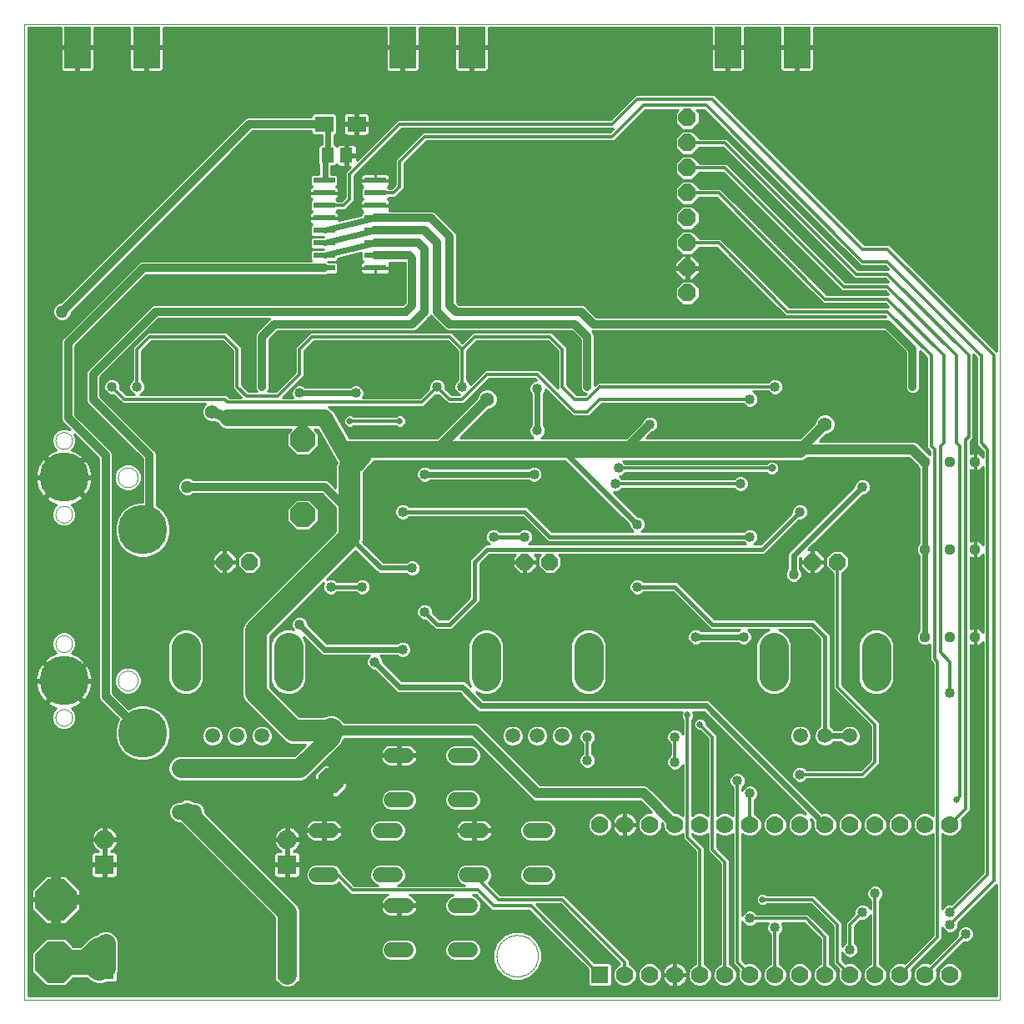
<source format=gbl>
G75*
%MOIN*%
%OFA0B0*%
%FSLAX24Y24*%
%IPPOS*%
%LPD*%
%AMOC8*
5,1,8,0,0,1.08239X$1,22.5*
%
%ADD10C,0.0000*%
%ADD11C,0.0440*%
%ADD12R,0.0700X0.0700*%
%ADD13C,0.0700*%
%ADD14R,0.0866X0.0236*%
%ADD15R,0.0748X0.0630*%
%ADD16OC8,0.1000*%
%ADD17OC8,0.0660*%
%ADD18C,0.0594*%
%ADD19R,0.0760X0.0760*%
%ADD20C,0.0760*%
%ADD21OC8,0.0700*%
%ADD22OC8,0.1640*%
%ADD23C,0.1181*%
%ADD24C,0.0594*%
%ADD25C,0.1969*%
%ADD26R,0.1050X0.1650*%
%ADD27R,0.0512X0.0591*%
%ADD28C,0.1000*%
%ADD29C,0.0600*%
%ADD30C,0.0100*%
%ADD31C,0.0317*%
%ADD32C,0.0400*%
%ADD33C,0.0760*%
%ADD34C,0.0250*%
%ADD35C,0.0240*%
%ADD36C,0.0400*%
%ADD37C,0.0160*%
%ADD38C,0.0320*%
%ADD39C,0.0120*%
%ADD40C,0.0860*%
%ADD41C,0.0200*%
%ADD42C,0.0660*%
%ADD43C,0.0560*%
%ADD44C,0.0500*%
%ADD45C,0.1000*%
%ADD46C,0.0320*%
D10*
X003644Y000150D02*
X003644Y039150D01*
X042644Y039150D01*
X042644Y000150D01*
X003644Y000150D01*
X004884Y011424D02*
X004886Y011460D01*
X004892Y011496D01*
X004902Y011531D01*
X004915Y011565D01*
X004932Y011597D01*
X004952Y011627D01*
X004976Y011654D01*
X005002Y011679D01*
X005031Y011701D01*
X005062Y011720D01*
X005095Y011735D01*
X005129Y011747D01*
X005165Y011755D01*
X005201Y011759D01*
X005237Y011759D01*
X005273Y011755D01*
X005309Y011747D01*
X005343Y011735D01*
X005376Y011720D01*
X005407Y011701D01*
X005436Y011679D01*
X005462Y011654D01*
X005486Y011627D01*
X005506Y011597D01*
X005523Y011565D01*
X005536Y011531D01*
X005546Y011496D01*
X005552Y011460D01*
X005554Y011424D01*
X005552Y011388D01*
X005546Y011352D01*
X005536Y011317D01*
X005523Y011283D01*
X005506Y011251D01*
X005486Y011221D01*
X005462Y011194D01*
X005436Y011169D01*
X005407Y011147D01*
X005376Y011128D01*
X005343Y011113D01*
X005309Y011101D01*
X005273Y011093D01*
X005237Y011089D01*
X005201Y011089D01*
X005165Y011093D01*
X005129Y011101D01*
X005095Y011113D01*
X005062Y011128D01*
X005031Y011147D01*
X005002Y011169D01*
X004976Y011194D01*
X004952Y011221D01*
X004932Y011251D01*
X004915Y011283D01*
X004902Y011317D01*
X004892Y011352D01*
X004886Y011388D01*
X004884Y011424D01*
X007384Y012900D02*
X007386Y012939D01*
X007392Y012978D01*
X007402Y013016D01*
X007415Y013053D01*
X007432Y013088D01*
X007452Y013122D01*
X007476Y013153D01*
X007503Y013182D01*
X007532Y013208D01*
X007564Y013231D01*
X007598Y013251D01*
X007634Y013267D01*
X007671Y013279D01*
X007710Y013288D01*
X007749Y013293D01*
X007788Y013294D01*
X007827Y013291D01*
X007866Y013284D01*
X007903Y013273D01*
X007940Y013259D01*
X007975Y013241D01*
X008008Y013220D01*
X008039Y013195D01*
X008067Y013168D01*
X008092Y013138D01*
X008114Y013105D01*
X008133Y013071D01*
X008148Y013035D01*
X008160Y012997D01*
X008168Y012959D01*
X008172Y012920D01*
X008172Y012880D01*
X008168Y012841D01*
X008160Y012803D01*
X008148Y012765D01*
X008133Y012729D01*
X008114Y012695D01*
X008092Y012662D01*
X008067Y012632D01*
X008039Y012605D01*
X008008Y012580D01*
X007975Y012559D01*
X007940Y012541D01*
X007903Y012527D01*
X007866Y012516D01*
X007827Y012509D01*
X007788Y012506D01*
X007749Y012507D01*
X007710Y012512D01*
X007671Y012521D01*
X007634Y012533D01*
X007598Y012549D01*
X007564Y012569D01*
X007532Y012592D01*
X007503Y012618D01*
X007476Y012647D01*
X007452Y012678D01*
X007432Y012712D01*
X007415Y012747D01*
X007402Y012784D01*
X007392Y012822D01*
X007386Y012861D01*
X007384Y012900D01*
X004884Y014376D02*
X004886Y014412D01*
X004892Y014448D01*
X004902Y014483D01*
X004915Y014517D01*
X004932Y014549D01*
X004952Y014579D01*
X004976Y014606D01*
X005002Y014631D01*
X005031Y014653D01*
X005062Y014672D01*
X005095Y014687D01*
X005129Y014699D01*
X005165Y014707D01*
X005201Y014711D01*
X005237Y014711D01*
X005273Y014707D01*
X005309Y014699D01*
X005343Y014687D01*
X005376Y014672D01*
X005407Y014653D01*
X005436Y014631D01*
X005462Y014606D01*
X005486Y014579D01*
X005506Y014549D01*
X005523Y014517D01*
X005536Y014483D01*
X005546Y014448D01*
X005552Y014412D01*
X005554Y014376D01*
X005552Y014340D01*
X005546Y014304D01*
X005536Y014269D01*
X005523Y014235D01*
X005506Y014203D01*
X005486Y014173D01*
X005462Y014146D01*
X005436Y014121D01*
X005407Y014099D01*
X005376Y014080D01*
X005343Y014065D01*
X005309Y014053D01*
X005273Y014045D01*
X005237Y014041D01*
X005201Y014041D01*
X005165Y014045D01*
X005129Y014053D01*
X005095Y014065D01*
X005062Y014080D01*
X005031Y014099D01*
X005002Y014121D01*
X004976Y014146D01*
X004952Y014173D01*
X004932Y014203D01*
X004915Y014235D01*
X004902Y014269D01*
X004892Y014304D01*
X004886Y014340D01*
X004884Y014376D01*
X004884Y019549D02*
X004886Y019585D01*
X004892Y019621D01*
X004902Y019656D01*
X004915Y019690D01*
X004932Y019722D01*
X004952Y019752D01*
X004976Y019779D01*
X005002Y019804D01*
X005031Y019826D01*
X005062Y019845D01*
X005095Y019860D01*
X005129Y019872D01*
X005165Y019880D01*
X005201Y019884D01*
X005237Y019884D01*
X005273Y019880D01*
X005309Y019872D01*
X005343Y019860D01*
X005376Y019845D01*
X005407Y019826D01*
X005436Y019804D01*
X005462Y019779D01*
X005486Y019752D01*
X005506Y019722D01*
X005523Y019690D01*
X005536Y019656D01*
X005546Y019621D01*
X005552Y019585D01*
X005554Y019549D01*
X005552Y019513D01*
X005546Y019477D01*
X005536Y019442D01*
X005523Y019408D01*
X005506Y019376D01*
X005486Y019346D01*
X005462Y019319D01*
X005436Y019294D01*
X005407Y019272D01*
X005376Y019253D01*
X005343Y019238D01*
X005309Y019226D01*
X005273Y019218D01*
X005237Y019214D01*
X005201Y019214D01*
X005165Y019218D01*
X005129Y019226D01*
X005095Y019238D01*
X005062Y019253D01*
X005031Y019272D01*
X005002Y019294D01*
X004976Y019319D01*
X004952Y019346D01*
X004932Y019376D01*
X004915Y019408D01*
X004902Y019442D01*
X004892Y019477D01*
X004886Y019513D01*
X004884Y019549D01*
X007384Y021025D02*
X007386Y021064D01*
X007392Y021103D01*
X007402Y021141D01*
X007415Y021178D01*
X007432Y021213D01*
X007452Y021247D01*
X007476Y021278D01*
X007503Y021307D01*
X007532Y021333D01*
X007564Y021356D01*
X007598Y021376D01*
X007634Y021392D01*
X007671Y021404D01*
X007710Y021413D01*
X007749Y021418D01*
X007788Y021419D01*
X007827Y021416D01*
X007866Y021409D01*
X007903Y021398D01*
X007940Y021384D01*
X007975Y021366D01*
X008008Y021345D01*
X008039Y021320D01*
X008067Y021293D01*
X008092Y021263D01*
X008114Y021230D01*
X008133Y021196D01*
X008148Y021160D01*
X008160Y021122D01*
X008168Y021084D01*
X008172Y021045D01*
X008172Y021005D01*
X008168Y020966D01*
X008160Y020928D01*
X008148Y020890D01*
X008133Y020854D01*
X008114Y020820D01*
X008092Y020787D01*
X008067Y020757D01*
X008039Y020730D01*
X008008Y020705D01*
X007975Y020684D01*
X007940Y020666D01*
X007903Y020652D01*
X007866Y020641D01*
X007827Y020634D01*
X007788Y020631D01*
X007749Y020632D01*
X007710Y020637D01*
X007671Y020646D01*
X007634Y020658D01*
X007598Y020674D01*
X007564Y020694D01*
X007532Y020717D01*
X007503Y020743D01*
X007476Y020772D01*
X007452Y020803D01*
X007432Y020837D01*
X007415Y020872D01*
X007402Y020909D01*
X007392Y020947D01*
X007386Y020986D01*
X007384Y021025D01*
X004884Y022501D02*
X004886Y022537D01*
X004892Y022573D01*
X004902Y022608D01*
X004915Y022642D01*
X004932Y022674D01*
X004952Y022704D01*
X004976Y022731D01*
X005002Y022756D01*
X005031Y022778D01*
X005062Y022797D01*
X005095Y022812D01*
X005129Y022824D01*
X005165Y022832D01*
X005201Y022836D01*
X005237Y022836D01*
X005273Y022832D01*
X005309Y022824D01*
X005343Y022812D01*
X005376Y022797D01*
X005407Y022778D01*
X005436Y022756D01*
X005462Y022731D01*
X005486Y022704D01*
X005506Y022674D01*
X005523Y022642D01*
X005536Y022608D01*
X005546Y022573D01*
X005552Y022537D01*
X005554Y022501D01*
X005552Y022465D01*
X005546Y022429D01*
X005536Y022394D01*
X005523Y022360D01*
X005506Y022328D01*
X005486Y022298D01*
X005462Y022271D01*
X005436Y022246D01*
X005407Y022224D01*
X005376Y022205D01*
X005343Y022190D01*
X005309Y022178D01*
X005273Y022170D01*
X005237Y022166D01*
X005201Y022166D01*
X005165Y022170D01*
X005129Y022178D01*
X005095Y022190D01*
X005062Y022205D01*
X005031Y022224D01*
X005002Y022246D01*
X004976Y022271D01*
X004952Y022298D01*
X004932Y022328D01*
X004915Y022360D01*
X004902Y022394D01*
X004892Y022429D01*
X004886Y022465D01*
X004884Y022501D01*
X022517Y001900D02*
X022519Y001957D01*
X022525Y002014D01*
X022535Y002070D01*
X022548Y002126D01*
X022566Y002180D01*
X022587Y002233D01*
X022612Y002284D01*
X022640Y002334D01*
X022672Y002381D01*
X022706Y002427D01*
X022744Y002469D01*
X022785Y002509D01*
X022828Y002547D01*
X022874Y002581D01*
X022922Y002611D01*
X022972Y002639D01*
X023024Y002663D01*
X023078Y002683D01*
X023132Y002699D01*
X023188Y002712D01*
X023244Y002721D01*
X023301Y002726D01*
X023358Y002727D01*
X023415Y002724D01*
X023472Y002717D01*
X023528Y002706D01*
X023583Y002692D01*
X023637Y002673D01*
X023690Y002651D01*
X023741Y002626D01*
X023790Y002596D01*
X023837Y002564D01*
X023882Y002528D01*
X023924Y002490D01*
X023963Y002448D01*
X023999Y002404D01*
X024033Y002358D01*
X024063Y002309D01*
X024089Y002259D01*
X024112Y002207D01*
X024131Y002153D01*
X024147Y002098D01*
X024159Y002042D01*
X024167Y001985D01*
X024171Y001929D01*
X024171Y001871D01*
X024167Y001815D01*
X024159Y001758D01*
X024147Y001702D01*
X024131Y001647D01*
X024112Y001593D01*
X024089Y001541D01*
X024063Y001491D01*
X024033Y001442D01*
X023999Y001396D01*
X023963Y001352D01*
X023924Y001310D01*
X023882Y001272D01*
X023837Y001236D01*
X023790Y001204D01*
X023741Y001174D01*
X023690Y001149D01*
X023637Y001127D01*
X023583Y001108D01*
X023528Y001094D01*
X023472Y001083D01*
X023415Y001076D01*
X023358Y001073D01*
X023301Y001074D01*
X023244Y001079D01*
X023188Y001088D01*
X023132Y001101D01*
X023078Y001117D01*
X023024Y001137D01*
X022972Y001161D01*
X022922Y001189D01*
X022874Y001219D01*
X022828Y001253D01*
X022785Y001291D01*
X022744Y001331D01*
X022706Y001373D01*
X022672Y001419D01*
X022640Y001466D01*
X022612Y001516D01*
X022587Y001567D01*
X022566Y001620D01*
X022548Y001674D01*
X022535Y001730D01*
X022525Y001786D01*
X022519Y001843D01*
X022517Y001900D01*
D11*
X039644Y014650D03*
X040644Y014650D03*
X041644Y014650D03*
X041644Y018150D03*
X040644Y018150D03*
X039644Y018150D03*
X039644Y021650D03*
X040644Y021650D03*
X041644Y021650D03*
D12*
X026644Y001150D03*
D13*
X027644Y001150D03*
X028644Y001150D03*
X029644Y001150D03*
X030644Y001150D03*
X031644Y001150D03*
X032644Y001150D03*
X033644Y001150D03*
X034644Y001150D03*
X035644Y001150D03*
X036644Y001150D03*
X037644Y001150D03*
X038644Y001150D03*
X039644Y001150D03*
X040644Y001150D03*
X040644Y007150D03*
X039644Y007150D03*
X038644Y007150D03*
X037644Y007150D03*
X036644Y007150D03*
X035644Y007150D03*
X034644Y007150D03*
X033644Y007150D03*
X032644Y007150D03*
X031644Y007150D03*
X030644Y007150D03*
X029644Y007150D03*
X028644Y007150D03*
X027644Y007150D03*
X026644Y007150D03*
D14*
X017668Y029400D03*
X017668Y029900D03*
X017668Y030400D03*
X017668Y030900D03*
X017668Y031400D03*
X017668Y031900D03*
X017668Y032400D03*
X017668Y032900D03*
X015620Y032900D03*
X015620Y032400D03*
X015620Y031900D03*
X015620Y031400D03*
X015620Y030900D03*
X015620Y030400D03*
X015620Y029900D03*
X015620Y029400D03*
D15*
X015619Y035150D03*
X016919Y035150D03*
D16*
X014769Y022525D03*
X014769Y019525D03*
X015894Y008900D03*
D17*
X012644Y017650D03*
X011644Y017650D03*
X023644Y017650D03*
X024644Y017650D03*
X035144Y017650D03*
X036144Y017650D03*
D18*
X024470Y006911D02*
X023877Y006911D01*
X021911Y006911D02*
X021318Y006911D01*
X021470Y008139D02*
X020877Y008139D01*
X018911Y008139D02*
X018318Y008139D01*
X018470Y006911D02*
X017877Y006911D01*
X017877Y005139D02*
X018470Y005139D01*
X018318Y003911D02*
X018911Y003911D01*
X020877Y003911D02*
X021470Y003911D01*
X021318Y005139D02*
X021911Y005139D01*
X023877Y005139D02*
X024470Y005139D01*
X021470Y002139D02*
X020877Y002139D01*
X018911Y002139D02*
X018318Y002139D01*
X015911Y005139D02*
X015318Y005139D01*
X015318Y006911D02*
X015911Y006911D01*
X018318Y009911D02*
X018911Y009911D01*
X020877Y009911D02*
X021470Y009911D01*
D19*
X014144Y005550D03*
X014144Y001350D03*
X006844Y001350D03*
X006844Y005550D03*
D20*
X006844Y006550D03*
X006844Y002350D03*
X014144Y002350D03*
X014144Y006550D03*
D21*
X030144Y028400D03*
X030144Y029400D03*
X030144Y030400D03*
X030144Y031400D03*
X030144Y032400D03*
X030144Y033400D03*
X030144Y034400D03*
X030144Y035400D03*
D22*
X004894Y004150D03*
X004894Y001650D03*
D23*
X010097Y013059D02*
X010097Y014241D01*
X014191Y014241D02*
X014191Y013059D01*
X022097Y013059D02*
X022097Y014241D01*
X026191Y014241D02*
X026191Y013059D01*
X033597Y013059D02*
X033597Y014241D01*
X037691Y014241D02*
X037691Y013059D01*
D24*
X036628Y010697D03*
X035644Y010697D03*
X034660Y010697D03*
X025128Y010697D03*
X024144Y010697D03*
X023160Y010697D03*
X013128Y010697D03*
X012144Y010697D03*
X011160Y010697D03*
D25*
X008368Y010813D03*
X005219Y012900D03*
X008368Y018938D03*
X005219Y021025D03*
D26*
X005768Y038222D03*
X008520Y038222D03*
X018768Y038222D03*
X021520Y038222D03*
X031768Y038222D03*
X034520Y038222D03*
D27*
X016518Y033900D03*
X015770Y033900D03*
D28*
X015894Y010900D03*
D29*
X010444Y009400D02*
X009844Y009400D01*
X009844Y007650D02*
X010444Y007650D01*
D30*
X010874Y007641D02*
X010874Y007736D01*
X010808Y007894D01*
X010688Y008015D01*
X010529Y008080D01*
X010435Y008080D01*
X010433Y008082D01*
X010245Y008160D01*
X010042Y008160D01*
X009855Y008082D01*
X009853Y008080D01*
X009758Y008080D01*
X009600Y008015D01*
X009479Y007894D01*
X009414Y007736D01*
X009414Y007564D01*
X009479Y007406D01*
X009600Y007285D01*
X009758Y007220D01*
X009853Y007220D01*
X013634Y003439D01*
X013634Y000916D01*
X013710Y000840D01*
X013733Y000840D01*
X013855Y000718D01*
X014042Y000640D01*
X014245Y000640D01*
X014433Y000718D01*
X014555Y000840D01*
X014578Y000840D01*
X014654Y000916D01*
X014654Y003751D01*
X014576Y003939D01*
X010874Y007641D01*
X010879Y007636D02*
X027522Y007636D01*
X027527Y007638D02*
X027452Y007613D01*
X027382Y007578D01*
X027318Y007531D01*
X027263Y007476D01*
X027216Y007412D01*
X027181Y007342D01*
X027156Y007267D01*
X027144Y007189D01*
X027144Y007179D01*
X027615Y007179D01*
X027615Y007650D01*
X027605Y007650D01*
X027527Y007638D01*
X027615Y007636D02*
X027673Y007636D01*
X027673Y007650D02*
X027673Y007179D01*
X028144Y007179D01*
X028144Y007189D01*
X028132Y007267D01*
X028107Y007342D01*
X028072Y007412D01*
X028025Y007476D01*
X027970Y007531D01*
X027906Y007578D01*
X027836Y007613D01*
X027761Y007638D01*
X027683Y007650D01*
X027673Y007650D01*
X027766Y007636D02*
X028691Y007636D01*
X028697Y007630D02*
X028548Y007630D01*
X028372Y007557D01*
X028237Y007422D01*
X028164Y007245D01*
X028164Y007055D01*
X028237Y006878D01*
X028372Y006743D01*
X028548Y006670D01*
X028739Y006670D01*
X028916Y006743D01*
X029051Y006878D01*
X029124Y007055D01*
X029124Y007203D01*
X029164Y007163D01*
X029164Y007055D01*
X029237Y006878D01*
X029372Y006743D01*
X029548Y006670D01*
X029739Y006670D01*
X029916Y006743D01*
X029954Y006781D01*
X029954Y006571D01*
X030065Y006460D01*
X030454Y006071D01*
X030454Y001591D01*
X030372Y001557D01*
X030237Y001422D01*
X030164Y001245D01*
X030164Y001055D01*
X030237Y000878D01*
X030372Y000743D01*
X030548Y000670D01*
X030739Y000670D01*
X030916Y000743D01*
X031051Y000878D01*
X031124Y001055D01*
X031124Y001245D01*
X031051Y001422D01*
X030916Y001557D01*
X030834Y001591D01*
X030834Y006229D01*
X030334Y006729D01*
X030334Y006781D01*
X030372Y006743D01*
X030548Y006670D01*
X030739Y006670D01*
X030916Y006743D01*
X030954Y006781D01*
X030954Y006071D01*
X031065Y005960D01*
X031454Y005571D01*
X031454Y001591D01*
X031372Y001557D01*
X031237Y001422D01*
X031164Y001245D01*
X031164Y001055D01*
X031237Y000878D01*
X031372Y000743D01*
X031548Y000670D01*
X031739Y000670D01*
X031916Y000743D01*
X032051Y000878D01*
X032124Y001055D01*
X032124Y001245D01*
X032051Y001422D01*
X031916Y001557D01*
X031834Y001591D01*
X031834Y005729D01*
X031334Y006229D01*
X031334Y006781D01*
X031372Y006743D01*
X031548Y006670D01*
X031739Y006670D01*
X031916Y006743D01*
X031954Y006781D01*
X031954Y001571D01*
X032198Y001327D01*
X032164Y001245D01*
X032164Y001055D01*
X032237Y000878D01*
X032372Y000743D01*
X032548Y000670D01*
X032739Y000670D01*
X032916Y000743D01*
X033051Y000878D01*
X033124Y001055D01*
X033124Y001245D01*
X033051Y001422D01*
X032916Y001557D01*
X032739Y001630D01*
X032548Y001630D01*
X032467Y001596D01*
X032334Y001729D01*
X032334Y003286D01*
X032364Y003213D01*
X032457Y003120D01*
X032578Y003070D01*
X032710Y003070D01*
X032831Y003120D01*
X032921Y003210D01*
X033363Y003210D01*
X033314Y003091D01*
X033314Y002959D01*
X033364Y002838D01*
X033454Y002748D01*
X033454Y001591D01*
X033372Y001557D01*
X033237Y001422D01*
X033164Y001245D01*
X033164Y001055D01*
X033237Y000878D01*
X033372Y000743D01*
X033548Y000670D01*
X033739Y000670D01*
X033916Y000743D01*
X034051Y000878D01*
X034124Y001055D01*
X034124Y001245D01*
X034051Y001422D01*
X033916Y001557D01*
X033834Y001591D01*
X033834Y002748D01*
X033924Y002838D01*
X033974Y002959D01*
X033974Y003091D01*
X033924Y003210D01*
X034815Y003210D01*
X035454Y002571D01*
X035454Y001591D01*
X035372Y001557D01*
X035237Y001422D01*
X035164Y001245D01*
X035164Y001055D01*
X035237Y000878D01*
X035372Y000743D01*
X035548Y000670D01*
X035739Y000670D01*
X035916Y000743D01*
X036051Y000878D01*
X036124Y001055D01*
X036124Y001245D01*
X036051Y001422D01*
X035916Y001557D01*
X035834Y001591D01*
X035834Y002729D01*
X035723Y002840D01*
X035084Y003479D01*
X034973Y003590D01*
X032921Y003590D01*
X032831Y003680D01*
X032710Y003730D01*
X032578Y003730D01*
X032457Y003680D01*
X032364Y003587D01*
X032334Y003514D01*
X032334Y006781D01*
X032372Y006743D01*
X032548Y006670D01*
X032739Y006670D01*
X032916Y006743D01*
X033051Y006878D01*
X033124Y007055D01*
X033124Y007245D01*
X033051Y007422D01*
X032916Y007557D01*
X032834Y007591D01*
X032834Y008123D01*
X032924Y008213D01*
X032974Y008334D01*
X032974Y008466D01*
X032924Y008587D01*
X032831Y008680D01*
X032710Y008730D01*
X032578Y008730D01*
X032457Y008680D01*
X032364Y008587D01*
X032334Y008514D01*
X032334Y008623D01*
X032424Y008713D01*
X032474Y008834D01*
X032474Y008966D01*
X032424Y009087D01*
X032331Y009180D01*
X032210Y009230D01*
X032078Y009230D01*
X031957Y009180D01*
X031864Y009087D01*
X031814Y008966D01*
X031814Y008834D01*
X031864Y008713D01*
X031954Y008623D01*
X031954Y007519D01*
X031916Y007557D01*
X031739Y007630D01*
X031548Y007630D01*
X031372Y007557D01*
X031334Y007519D01*
X031334Y010729D01*
X030899Y011164D01*
X030899Y011201D01*
X030860Y011294D01*
X030788Y011366D01*
X030695Y011405D01*
X030593Y011405D01*
X030499Y011366D01*
X030428Y011294D01*
X030389Y011201D01*
X030389Y011099D01*
X030428Y011006D01*
X030499Y010934D01*
X030593Y010895D01*
X030630Y010895D01*
X030954Y010571D01*
X030954Y007519D01*
X030916Y007557D01*
X030739Y007630D01*
X030548Y007630D01*
X030372Y007557D01*
X030334Y007519D01*
X030334Y011354D01*
X030360Y011381D01*
X030399Y011474D01*
X030399Y011576D01*
X030864Y011576D01*
X030790Y011650D02*
X030368Y011650D01*
X030399Y011576D01*
X030399Y011478D02*
X030963Y011478D01*
X031061Y011379D02*
X030757Y011379D01*
X030866Y011281D02*
X031160Y011281D01*
X031258Y011182D02*
X030899Y011182D01*
X030979Y011084D02*
X031357Y011084D01*
X031455Y010985D02*
X031078Y010985D01*
X031176Y010887D02*
X031554Y010887D01*
X031652Y010788D02*
X031275Y010788D01*
X031334Y010690D02*
X031751Y010690D01*
X031849Y010591D02*
X031334Y010591D01*
X031334Y010493D02*
X031948Y010493D01*
X032046Y010394D02*
X031334Y010394D01*
X031334Y010296D02*
X032145Y010296D01*
X032243Y010197D02*
X031334Y010197D01*
X031334Y010099D02*
X032342Y010099D01*
X032440Y010000D02*
X031334Y010000D01*
X031334Y009902D02*
X032539Y009902D01*
X032637Y009803D02*
X031334Y009803D01*
X031334Y009705D02*
X032736Y009705D01*
X032834Y009606D02*
X031334Y009606D01*
X031334Y009508D02*
X032933Y009508D01*
X033031Y009409D02*
X031334Y009409D01*
X031334Y009311D02*
X033130Y009311D01*
X033228Y009212D02*
X032253Y009212D01*
X032397Y009114D02*
X033327Y009114D01*
X033425Y009015D02*
X032453Y009015D01*
X032474Y008917D02*
X033524Y008917D01*
X033622Y008818D02*
X032467Y008818D01*
X032426Y008720D02*
X032553Y008720D01*
X032735Y008720D02*
X033721Y008720D01*
X033819Y008621D02*
X032890Y008621D01*
X032950Y008523D02*
X033918Y008523D01*
X034016Y008424D02*
X032974Y008424D01*
X032970Y008326D02*
X034115Y008326D01*
X034213Y008227D02*
X032929Y008227D01*
X032839Y008129D02*
X034312Y008129D01*
X034410Y008030D02*
X032834Y008030D01*
X032834Y007932D02*
X034509Y007932D01*
X034607Y007833D02*
X032834Y007833D01*
X032834Y007735D02*
X034706Y007735D01*
X034739Y007630D02*
X034548Y007630D01*
X034372Y007557D01*
X034237Y007422D01*
X034164Y007245D01*
X034164Y007055D01*
X034237Y006878D01*
X034372Y006743D01*
X034548Y006670D01*
X034739Y006670D01*
X034916Y006743D01*
X035051Y006878D01*
X035124Y007055D01*
X035124Y007245D01*
X035074Y007367D01*
X035173Y007267D01*
X035164Y007245D01*
X035164Y007055D01*
X035237Y006878D01*
X035372Y006743D01*
X035548Y006670D01*
X035739Y006670D01*
X035916Y006743D01*
X036051Y006878D01*
X036124Y007055D01*
X036124Y007245D01*
X036051Y007422D01*
X035916Y007557D01*
X035739Y007630D01*
X035548Y007630D01*
X035527Y007621D01*
X031106Y012042D01*
X031036Y012112D01*
X030944Y012150D01*
X021997Y012150D01*
X021706Y012441D01*
X021953Y012339D01*
X022240Y012339D01*
X022505Y012449D01*
X022708Y012651D01*
X022817Y012916D01*
X022817Y014384D01*
X022708Y014649D01*
X022505Y014851D01*
X022240Y014961D01*
X021953Y014961D01*
X021689Y014851D01*
X021486Y014649D01*
X021376Y014384D01*
X021376Y012916D01*
X021479Y012669D01*
X021356Y012792D01*
X021286Y012862D01*
X021194Y012900D01*
X018747Y012900D01*
X017974Y013674D01*
X017974Y013716D01*
X017924Y013837D01*
X017861Y013900D01*
X018552Y013900D01*
X018582Y013870D01*
X018703Y013820D01*
X018835Y013820D01*
X018956Y013870D01*
X019049Y013963D01*
X019099Y014084D01*
X019099Y014216D01*
X019049Y014337D01*
X018956Y014430D01*
X018835Y014480D01*
X018703Y014480D01*
X018582Y014430D01*
X018552Y014400D01*
X015747Y014400D01*
X014974Y015174D01*
X014974Y015216D01*
X014924Y015337D01*
X014831Y015430D01*
X014710Y015480D01*
X014578Y015480D01*
X014457Y015430D01*
X014364Y015337D01*
X014314Y015216D01*
X014314Y015084D01*
X014364Y014963D01*
X014389Y014939D01*
X014335Y014961D01*
X014048Y014961D01*
X013783Y014851D01*
X013580Y014649D01*
X013471Y014384D01*
X013471Y012916D01*
X013580Y012651D01*
X013783Y012449D01*
X014048Y012339D01*
X014335Y012339D01*
X014599Y012449D01*
X014802Y012651D01*
X014912Y012916D01*
X014912Y014384D01*
X014809Y014631D01*
X015432Y014008D01*
X015502Y013938D01*
X015594Y013900D01*
X017427Y013900D01*
X017364Y013837D01*
X017314Y013716D01*
X017314Y013584D01*
X017364Y013463D01*
X017457Y013370D01*
X017578Y013320D01*
X017620Y013320D01*
X018432Y012508D01*
X018502Y012438D01*
X018594Y012400D01*
X021040Y012400D01*
X021682Y011758D01*
X021752Y011688D01*
X021844Y011650D01*
X029920Y011650D01*
X029889Y011576D01*
X014510Y011576D01*
X014608Y011478D02*
X015642Y011478D01*
X015600Y011460D02*
X014626Y011460D01*
X013454Y012632D01*
X013454Y014668D01*
X015608Y016822D01*
X015564Y016716D01*
X015564Y016584D01*
X015614Y016463D01*
X015707Y016370D01*
X015828Y016320D01*
X015960Y016320D01*
X016081Y016370D01*
X016151Y016440D01*
X016887Y016440D01*
X016957Y016370D01*
X017078Y016320D01*
X017210Y016320D01*
X017331Y016370D01*
X017424Y016463D01*
X017474Y016584D01*
X017474Y016716D01*
X017424Y016837D01*
X017331Y016930D01*
X017210Y016980D01*
X017078Y016980D01*
X016957Y016930D01*
X016887Y016860D01*
X016151Y016860D01*
X016081Y016930D01*
X015960Y016980D01*
X015828Y016980D01*
X015722Y016936D01*
X016877Y018091D01*
X017799Y017170D01*
X018907Y017170D01*
X018957Y017120D01*
X019078Y017070D01*
X019210Y017070D01*
X019331Y017120D01*
X019424Y017213D01*
X019474Y017334D01*
X019474Y017466D01*
X019424Y017587D01*
X019331Y017680D01*
X019210Y017730D01*
X019078Y017730D01*
X018957Y017680D01*
X018907Y017630D01*
X017989Y017630D01*
X017168Y018451D01*
X017204Y018539D01*
X017204Y021239D01*
X017326Y021361D01*
X017433Y021468D01*
X017576Y021611D01*
X017609Y021690D01*
X025250Y021690D01*
X027814Y019126D01*
X027814Y019084D01*
X027864Y018963D01*
X027957Y018870D01*
X027982Y018860D01*
X024731Y018860D01*
X023854Y019737D01*
X023731Y019860D01*
X019026Y019860D01*
X018956Y019930D01*
X018835Y019980D01*
X018703Y019980D01*
X018582Y019930D01*
X018489Y019837D01*
X018439Y019716D01*
X018439Y019584D01*
X018489Y019463D01*
X018582Y019370D01*
X018703Y019320D01*
X018835Y019320D01*
X018956Y019370D01*
X019026Y019440D01*
X023557Y019440D01*
X024557Y018440D01*
X032387Y018440D01*
X032457Y018370D01*
X032482Y018360D01*
X023806Y018360D01*
X023831Y018370D01*
X023924Y018463D01*
X023974Y018584D01*
X023974Y018716D01*
X023924Y018837D01*
X023831Y018930D01*
X023710Y018980D01*
X023578Y018980D01*
X023457Y018930D01*
X023387Y018860D01*
X022651Y018860D01*
X022581Y018930D01*
X022460Y018980D01*
X022328Y018980D01*
X022207Y018930D01*
X022114Y018837D01*
X022064Y018716D01*
X022064Y018584D01*
X022114Y018463D01*
X022207Y018370D01*
X022232Y018360D01*
X022057Y018360D01*
X021934Y018237D01*
X021434Y017737D01*
X021434Y016237D01*
X020557Y015360D01*
X020231Y015360D01*
X019974Y015617D01*
X019974Y015716D01*
X019924Y015837D01*
X019831Y015930D01*
X019710Y015980D01*
X019578Y015980D01*
X019457Y015930D01*
X019364Y015837D01*
X019314Y015716D01*
X019314Y015584D01*
X019364Y015463D01*
X019457Y015370D01*
X019578Y015320D01*
X019677Y015320D01*
X019934Y015063D01*
X020057Y014940D01*
X020731Y014940D01*
X021731Y015940D01*
X021854Y016063D01*
X021854Y017563D01*
X022231Y017940D01*
X023255Y017940D01*
X023164Y017849D01*
X023164Y017680D01*
X023614Y017680D01*
X023614Y017620D01*
X023674Y017620D01*
X023674Y017680D01*
X024124Y017680D01*
X024124Y017849D01*
X024033Y017940D01*
X024283Y017940D01*
X024184Y017841D01*
X024184Y017459D01*
X024453Y017190D01*
X024834Y017190D01*
X025104Y017459D01*
X025104Y017841D01*
X025004Y017940D01*
X033231Y017940D01*
X033354Y018063D01*
X034611Y019320D01*
X034710Y019320D01*
X034831Y019370D01*
X034924Y019463D01*
X034974Y019584D01*
X034974Y019716D01*
X034924Y019837D01*
X034831Y019930D01*
X034710Y019980D01*
X034578Y019980D01*
X034457Y019930D01*
X034364Y019837D01*
X034314Y019716D01*
X034314Y019617D01*
X033057Y018360D01*
X032806Y018360D01*
X032831Y018370D01*
X032924Y018463D01*
X032974Y018584D01*
X032974Y018716D01*
X032924Y018837D01*
X032831Y018930D01*
X032710Y018980D01*
X032578Y018980D01*
X032457Y018930D01*
X032387Y018860D01*
X028306Y018860D01*
X028331Y018870D01*
X028424Y018963D01*
X028474Y019084D01*
X028474Y019216D01*
X028424Y019337D01*
X028331Y019430D01*
X028210Y019480D01*
X028167Y019480D01*
X027202Y020446D01*
X027203Y020445D01*
X027335Y020445D01*
X027456Y020495D01*
X027546Y020585D01*
X031992Y020585D01*
X032082Y020495D01*
X032203Y020445D01*
X032335Y020445D01*
X032456Y020495D01*
X032549Y020588D01*
X032599Y020709D01*
X032599Y020841D01*
X032549Y020962D01*
X032456Y021055D01*
X032335Y021105D01*
X032203Y021105D01*
X032082Y021055D01*
X031992Y020965D01*
X027546Y020965D01*
X027456Y021055D01*
X027419Y021070D01*
X027460Y021070D01*
X027581Y021120D01*
X027671Y021210D01*
X033299Y021210D01*
X033355Y021154D01*
X033461Y021110D01*
X033577Y021110D01*
X033683Y021154D01*
X033765Y021236D01*
X033809Y021342D01*
X033809Y021458D01*
X033765Y021564D01*
X033683Y021646D01*
X033577Y021690D01*
X033461Y021690D01*
X033355Y021646D01*
X033299Y021590D01*
X027671Y021590D01*
X027581Y021680D01*
X027556Y021690D01*
X034735Y021690D01*
X034905Y021760D01*
X034964Y021820D01*
X039007Y021820D01*
X039327Y021500D01*
X039347Y021452D01*
X039394Y021405D01*
X039394Y018395D01*
X039347Y018348D01*
X039294Y018220D01*
X039294Y018080D01*
X039347Y017952D01*
X039394Y017905D01*
X039394Y014895D01*
X039347Y014848D01*
X039294Y014720D01*
X039294Y014580D01*
X039347Y014452D01*
X039446Y014353D01*
X039574Y014300D01*
X039714Y014300D01*
X039829Y014348D01*
X039829Y013696D01*
X039954Y013571D01*
X039954Y007519D01*
X039916Y007557D01*
X039739Y007630D01*
X039548Y007630D01*
X039372Y007557D01*
X039237Y007422D01*
X039164Y007245D01*
X039164Y007055D01*
X039237Y006878D01*
X039372Y006743D01*
X039548Y006670D01*
X039739Y006670D01*
X039916Y006743D01*
X039954Y006781D01*
X039954Y002729D01*
X038821Y001596D01*
X038739Y001630D01*
X038548Y001630D01*
X038372Y001557D01*
X038237Y001422D01*
X038164Y001245D01*
X038164Y001055D01*
X038237Y000878D01*
X038372Y000743D01*
X038548Y000670D01*
X038739Y000670D01*
X038916Y000743D01*
X039051Y000878D01*
X039124Y001055D01*
X039124Y001245D01*
X039090Y001327D01*
X040334Y002571D01*
X040334Y003036D01*
X040364Y002963D01*
X040457Y002870D01*
X040578Y002820D01*
X040710Y002820D01*
X040831Y002870D01*
X040924Y002963D01*
X040974Y003084D01*
X040974Y003211D01*
X042494Y004731D01*
X042494Y000300D01*
X003794Y000300D01*
X003794Y039000D01*
X005093Y039000D01*
X005093Y038272D01*
X005718Y038272D01*
X005718Y038172D01*
X005818Y038172D01*
X005818Y037247D01*
X006313Y037247D01*
X006351Y037257D01*
X006385Y037277D01*
X006413Y037305D01*
X006433Y037339D01*
X006443Y037377D01*
X006443Y038172D01*
X005818Y038172D01*
X005818Y038272D01*
X006443Y038272D01*
X006443Y039000D01*
X007845Y039000D01*
X007845Y038272D01*
X008470Y038272D01*
X008470Y038172D01*
X008570Y038172D01*
X008570Y038272D01*
X009195Y038272D01*
X009195Y039000D01*
X018093Y039000D01*
X018093Y038272D01*
X018718Y038272D01*
X018718Y038172D01*
X018818Y038172D01*
X018818Y037247D01*
X019313Y037247D01*
X019351Y037257D01*
X019385Y037277D01*
X019413Y037305D01*
X019433Y037339D01*
X019443Y037377D01*
X019443Y038172D01*
X018818Y038172D01*
X018818Y038272D01*
X019443Y038272D01*
X019443Y039000D01*
X020845Y039000D01*
X020845Y038272D01*
X021470Y038272D01*
X021470Y038172D01*
X021570Y038172D01*
X021570Y038272D01*
X022195Y038272D01*
X022195Y039000D01*
X031093Y039000D01*
X031093Y038272D01*
X031718Y038272D01*
X031718Y038172D01*
X031818Y038172D01*
X031818Y037247D01*
X032313Y037247D01*
X032351Y037257D01*
X032385Y037277D01*
X032413Y037305D01*
X032433Y037339D01*
X032443Y037377D01*
X032443Y038172D01*
X031818Y038172D01*
X031818Y038272D01*
X032443Y038272D01*
X032443Y039000D01*
X033845Y039000D01*
X033845Y038272D01*
X034470Y038272D01*
X034470Y038172D01*
X034570Y038172D01*
X034570Y038272D01*
X035195Y038272D01*
X035195Y039000D01*
X042494Y039000D01*
X042494Y026069D01*
X038334Y030229D01*
X038223Y030340D01*
X037223Y030340D01*
X031223Y036340D01*
X028065Y036340D01*
X027954Y036229D01*
X027065Y035340D01*
X018565Y035340D01*
X018454Y035229D01*
X016924Y033699D01*
X016924Y033850D01*
X016568Y033850D01*
X016568Y033950D01*
X016924Y033950D01*
X016924Y034215D01*
X016914Y034253D01*
X016894Y034287D01*
X016866Y034315D01*
X016832Y034335D01*
X016794Y034345D01*
X016568Y034345D01*
X016568Y033950D01*
X016468Y033950D01*
X016468Y034345D01*
X016242Y034345D01*
X016204Y034335D01*
X016170Y034315D01*
X016142Y034287D01*
X016133Y034272D01*
X016080Y034325D01*
X016020Y034325D01*
X016020Y034705D01*
X016047Y034705D01*
X016123Y034781D01*
X016123Y035519D01*
X016047Y035595D01*
X015191Y035595D01*
X015115Y035519D01*
X015115Y035440D01*
X012586Y035440D01*
X012480Y035396D01*
X005114Y028030D01*
X005068Y028030D01*
X004929Y027972D01*
X004822Y027865D01*
X004764Y027726D01*
X004764Y027574D01*
X004822Y027435D01*
X004929Y027328D01*
X005068Y027270D01*
X005220Y027270D01*
X005359Y027328D01*
X005466Y027435D01*
X005524Y027574D01*
X005524Y027620D01*
X012764Y034860D01*
X015115Y034860D01*
X015115Y034781D01*
X015191Y034705D01*
X015520Y034705D01*
X015520Y034325D01*
X015460Y034325D01*
X015384Y034249D01*
X015384Y033551D01*
X015415Y033520D01*
X015415Y033148D01*
X015133Y033148D01*
X015057Y033072D01*
X015057Y032728D01*
X015128Y032657D01*
X015095Y032638D01*
X015067Y032610D01*
X015047Y032576D01*
X015037Y032538D01*
X015037Y032409D01*
X015611Y032409D01*
X015611Y032391D01*
X015037Y032391D01*
X015037Y032262D01*
X015047Y032224D01*
X015067Y032190D01*
X015095Y032162D01*
X015128Y032143D01*
X015057Y032072D01*
X015057Y031728D01*
X015128Y031657D01*
X015095Y031638D01*
X015067Y031610D01*
X015047Y031576D01*
X015037Y031538D01*
X015037Y031409D01*
X015611Y031409D01*
X015611Y031391D01*
X015037Y031391D01*
X015037Y031262D01*
X015047Y031224D01*
X015067Y031190D01*
X015095Y031162D01*
X015128Y031143D01*
X015057Y031072D01*
X015057Y030728D01*
X015133Y030652D01*
X015589Y030652D01*
X015594Y030651D01*
X015582Y030648D01*
X015133Y030648D01*
X015057Y030572D01*
X015057Y030228D01*
X015133Y030152D01*
X015589Y030152D01*
X015594Y030151D01*
X015582Y030148D01*
X015133Y030148D01*
X015057Y030072D01*
X015057Y029728D01*
X015095Y029690D01*
X008336Y029690D01*
X008230Y029646D01*
X005230Y026646D01*
X005148Y026564D01*
X005104Y026458D01*
X005104Y023342D01*
X005148Y023236D01*
X005456Y022928D01*
X005315Y022986D01*
X005122Y022986D01*
X004944Y022912D01*
X004808Y022776D01*
X004734Y022598D01*
X004734Y022405D01*
X004808Y022227D01*
X004916Y022119D01*
X004904Y022117D01*
X004784Y022075D01*
X004669Y022019D01*
X004561Y021952D01*
X004462Y021872D01*
X004372Y021782D01*
X004292Y021682D01*
X004224Y021575D01*
X004169Y021460D01*
X004127Y021339D01*
X004099Y021215D01*
X004084Y021089D01*
X004084Y021075D01*
X005169Y021075D01*
X005169Y020975D01*
X004084Y020975D01*
X004084Y020961D01*
X004099Y020835D01*
X003794Y020835D01*
X003794Y020737D02*
X004121Y020737D01*
X004127Y020711D02*
X004169Y020590D01*
X004224Y020475D01*
X004292Y020368D01*
X004372Y020268D01*
X004462Y020178D01*
X004561Y020098D01*
X004669Y020031D01*
X004784Y019975D01*
X004904Y019933D01*
X004916Y019931D01*
X004808Y019823D01*
X004734Y019645D01*
X004734Y019452D01*
X004808Y019274D01*
X004944Y019138D01*
X005122Y019064D01*
X005315Y019064D01*
X005493Y019138D01*
X005630Y019274D01*
X005703Y019452D01*
X005703Y019645D01*
X005630Y019823D01*
X005522Y019931D01*
X005533Y019933D01*
X005653Y019975D01*
X005768Y020031D01*
X005876Y020098D01*
X005976Y020178D01*
X006066Y020268D01*
X006145Y020368D01*
X006213Y020475D01*
X006268Y020590D01*
X006310Y020711D01*
X006339Y020835D01*
X006604Y020835D01*
X006604Y020737D02*
X006316Y020737D01*
X006339Y020835D02*
X006353Y020961D01*
X006353Y020975D01*
X005269Y020975D01*
X005269Y021075D01*
X006353Y021075D01*
X006353Y021089D01*
X006339Y021215D01*
X006310Y021339D01*
X006268Y021460D01*
X006213Y021575D01*
X006145Y021682D01*
X006066Y021782D01*
X005976Y021872D01*
X005876Y021952D01*
X005768Y022019D01*
X005653Y022075D01*
X005533Y022117D01*
X005522Y022119D01*
X005630Y022227D01*
X005703Y022405D01*
X005703Y022598D01*
X005645Y022739D01*
X006604Y021780D01*
X006604Y012230D01*
X006648Y012124D01*
X007403Y011369D01*
X007330Y011243D01*
X007254Y010960D01*
X007254Y010667D01*
X007330Y010383D01*
X007477Y010129D01*
X007684Y009922D01*
X007938Y009775D01*
X008222Y009699D01*
X008515Y009699D01*
X008798Y009775D01*
X009053Y009922D01*
X009260Y010129D01*
X009407Y010383D01*
X009483Y010667D01*
X009483Y010960D01*
X009407Y011243D01*
X009260Y011498D01*
X009053Y011705D01*
X008798Y011852D01*
X008515Y011928D01*
X008222Y011928D01*
X007938Y011852D01*
X007813Y011779D01*
X007184Y012408D01*
X007184Y021958D01*
X007140Y022064D01*
X007058Y022146D01*
X005684Y023520D01*
X005684Y026280D01*
X008514Y029110D01*
X015678Y029110D01*
X015779Y029152D01*
X016107Y029152D01*
X016183Y029228D01*
X016183Y029572D01*
X016107Y029648D01*
X015779Y029648D01*
X015770Y029652D01*
X016107Y029652D01*
X016183Y029728D01*
X016183Y029780D01*
X017104Y030005D01*
X017104Y029728D01*
X017175Y029657D01*
X017142Y029638D01*
X017114Y029610D01*
X017095Y029576D01*
X017084Y029538D01*
X017084Y029409D01*
X017658Y029409D01*
X017658Y029391D01*
X017084Y029391D01*
X017084Y029262D01*
X017095Y029224D01*
X017114Y029190D01*
X017142Y029162D01*
X017177Y029142D01*
X017215Y029132D01*
X017659Y029132D01*
X017659Y029391D01*
X017677Y029391D01*
X017677Y029409D01*
X018251Y029409D01*
X018251Y029538D01*
X018240Y029576D01*
X018221Y029610D01*
X018854Y029610D01*
X018854Y028020D01*
X018774Y027940D01*
X008836Y027940D01*
X008730Y027896D01*
X006230Y025396D01*
X006148Y025314D01*
X006104Y025208D01*
X006104Y024092D01*
X006148Y023986D01*
X008354Y021780D01*
X008354Y020053D01*
X008222Y020053D01*
X007938Y019977D01*
X007684Y019830D01*
X007477Y019623D01*
X007330Y019368D01*
X007254Y019085D01*
X007254Y018792D01*
X007330Y018508D01*
X007477Y018254D01*
X007684Y018047D01*
X007938Y017900D01*
X008222Y017824D01*
X008515Y017824D01*
X008798Y017900D01*
X009053Y018047D01*
X009260Y018254D01*
X009407Y018508D01*
X009483Y018792D01*
X009483Y019085D01*
X009407Y019368D01*
X009260Y019623D01*
X009053Y019830D01*
X008934Y019898D01*
X008934Y021958D01*
X008890Y022064D01*
X008808Y022146D01*
X006684Y024270D01*
X006684Y025030D01*
X009014Y027360D01*
X013444Y027360D01*
X012980Y026896D01*
X012898Y026814D01*
X012854Y026708D01*
X012854Y024592D01*
X012898Y024486D01*
X012919Y024465D01*
X012598Y024465D01*
X012334Y024729D01*
X012334Y026229D01*
X011834Y026729D01*
X011723Y026840D01*
X008565Y026840D01*
X008065Y026340D01*
X007954Y026229D01*
X007954Y024927D01*
X007864Y024837D01*
X007814Y024716D01*
X007814Y024584D01*
X007864Y024463D01*
X007957Y024370D01*
X008030Y024340D01*
X007723Y024340D01*
X007474Y024589D01*
X007474Y024716D01*
X007424Y024837D01*
X007331Y024930D01*
X007210Y024980D01*
X007078Y024980D01*
X006957Y024930D01*
X006864Y024837D01*
X006814Y024716D01*
X006814Y024584D01*
X006864Y024463D01*
X006957Y024370D01*
X007078Y024320D01*
X007205Y024320D01*
X007454Y024071D01*
X007565Y023960D01*
X010874Y023960D01*
X010796Y023882D01*
X010734Y023732D01*
X010734Y023568D01*
X010796Y023418D01*
X010912Y023302D01*
X011062Y023240D01*
X011225Y023240D01*
X011252Y023251D01*
X011349Y023213D01*
X011379Y023139D01*
X011508Y023010D01*
X011677Y022940D01*
X014293Y022940D01*
X014139Y022786D01*
X014139Y022264D01*
X014508Y021895D01*
X015030Y021895D01*
X015399Y022264D01*
X015399Y022786D01*
X015245Y022940D01*
X015377Y022940D01*
X016130Y021622D01*
X016084Y021511D01*
X016084Y020620D01*
X015808Y020896D01*
X015702Y020940D01*
X010391Y020940D01*
X010359Y020972D01*
X010220Y021030D01*
X010068Y021030D01*
X009929Y020972D01*
X009822Y020865D01*
X009764Y020726D01*
X009764Y020574D01*
X009822Y020435D01*
X009929Y020328D01*
X010068Y020270D01*
X010220Y020270D01*
X010359Y020328D01*
X010391Y020360D01*
X015524Y020360D01*
X016084Y019800D01*
X016084Y018882D01*
X012577Y015375D01*
X012577Y015375D01*
X012419Y015217D01*
X012334Y015011D01*
X012334Y012289D01*
X012419Y012083D01*
X012577Y011925D01*
X014077Y010425D01*
X014283Y010340D01*
X014863Y010340D01*
X014433Y009910D01*
X009792Y009910D01*
X009605Y009832D01*
X009462Y009689D01*
X009384Y009501D01*
X009384Y009299D01*
X009462Y009111D01*
X009605Y008968D01*
X009792Y008890D01*
X014745Y008890D01*
X014933Y008968D01*
X015076Y009111D01*
X016326Y010361D01*
X016383Y010498D01*
X016428Y010543D01*
X016439Y010570D01*
X021507Y010570D01*
X023864Y008213D01*
X023957Y008120D01*
X024078Y008070D01*
X028257Y008070D01*
X028697Y007630D01*
X028593Y007735D02*
X021609Y007735D01*
X021555Y007712D02*
X021712Y007777D01*
X021832Y007897D01*
X021897Y008054D01*
X021897Y008224D01*
X021832Y008381D01*
X021712Y008501D01*
X021555Y008566D01*
X020792Y008566D01*
X020635Y008501D01*
X020515Y008381D01*
X020450Y008224D01*
X020450Y008054D01*
X020515Y007897D01*
X020635Y007777D01*
X020792Y007712D01*
X021555Y007712D01*
X021768Y007833D02*
X028494Y007833D01*
X028396Y007932D02*
X021846Y007932D01*
X021887Y008030D02*
X028297Y008030D01*
X028353Y007538D02*
X027961Y007538D01*
X028052Y007439D02*
X028254Y007439D01*
X028203Y007341D02*
X028108Y007341D01*
X028136Y007242D02*
X028164Y007242D01*
X028164Y007144D02*
X027673Y007144D01*
X027673Y007121D02*
X027673Y007179D01*
X027615Y007179D01*
X027615Y007121D01*
X027673Y007121D01*
X028144Y007121D01*
X028144Y007111D01*
X028132Y007033D01*
X028107Y006958D01*
X028072Y006888D01*
X028025Y006824D01*
X027970Y006769D01*
X027906Y006722D01*
X027836Y006687D01*
X027761Y006662D01*
X027683Y006650D01*
X027673Y006650D01*
X027673Y007121D01*
X027615Y007121D02*
X027615Y006650D01*
X027605Y006650D01*
X027527Y006662D01*
X027452Y006687D01*
X027382Y006722D01*
X027318Y006769D01*
X027263Y006824D01*
X027216Y006888D01*
X027181Y006958D01*
X027156Y007033D01*
X027144Y007111D01*
X027144Y007121D01*
X027615Y007121D01*
X027615Y007144D02*
X027124Y007144D01*
X027124Y007055D02*
X027051Y006878D01*
X026916Y006743D01*
X026739Y006670D01*
X026548Y006670D01*
X026372Y006743D01*
X026237Y006878D01*
X026164Y007055D01*
X026164Y007245D01*
X026237Y007422D01*
X026372Y007557D01*
X026548Y007630D01*
X026739Y007630D01*
X026916Y007557D01*
X027051Y007422D01*
X027124Y007245D01*
X027124Y007055D01*
X027120Y007045D02*
X027154Y007045D01*
X027186Y006947D02*
X027079Y006947D01*
X027021Y006848D02*
X027245Y006848D01*
X027345Y006750D02*
X026922Y006750D01*
X027124Y007242D02*
X027152Y007242D01*
X027180Y007341D02*
X027085Y007341D01*
X027034Y007439D02*
X027236Y007439D01*
X027327Y007538D02*
X026935Y007538D01*
X026353Y007538D02*
X010978Y007538D01*
X011076Y007439D02*
X026254Y007439D01*
X026203Y007341D02*
X022035Y007341D01*
X022016Y007347D02*
X021946Y007358D01*
X021663Y007358D01*
X021663Y006959D01*
X022356Y006959D01*
X022347Y007015D01*
X022325Y007082D01*
X022293Y007145D01*
X022252Y007202D01*
X022202Y007252D01*
X022145Y007293D01*
X022083Y007325D01*
X022016Y007347D01*
X022212Y007242D02*
X023604Y007242D01*
X023635Y007273D02*
X023515Y007153D01*
X023450Y006996D01*
X023450Y006826D01*
X023515Y006669D01*
X023635Y006549D01*
X023792Y006484D01*
X024555Y006484D01*
X024712Y006549D01*
X024832Y006669D01*
X024897Y006826D01*
X024897Y006996D01*
X024832Y007153D01*
X024712Y007273D01*
X024555Y007338D01*
X023792Y007338D01*
X023635Y007273D01*
X023511Y007144D02*
X022294Y007144D01*
X022338Y007045D02*
X023470Y007045D01*
X023450Y006947D02*
X021663Y006947D01*
X021663Y006959D02*
X021663Y006862D01*
X021663Y006464D01*
X021946Y006464D01*
X022016Y006475D01*
X022083Y006497D01*
X022145Y006529D01*
X022202Y006570D01*
X022252Y006620D01*
X022293Y006677D01*
X022325Y006739D01*
X022347Y006806D01*
X022356Y006862D01*
X021663Y006862D01*
X021566Y006862D01*
X021566Y006464D01*
X021282Y006464D01*
X021213Y006475D01*
X021146Y006497D01*
X021083Y006529D01*
X021026Y006570D01*
X020977Y006620D01*
X020935Y006677D01*
X020903Y006739D01*
X020882Y006806D01*
X020873Y006862D01*
X021566Y006862D01*
X021566Y006959D01*
X020873Y006959D01*
X020882Y007015D01*
X020903Y007082D01*
X020935Y007145D01*
X020977Y007202D01*
X021026Y007252D01*
X021083Y007293D01*
X021146Y007325D01*
X021213Y007347D01*
X021282Y007358D01*
X021566Y007358D01*
X021566Y006959D01*
X021663Y006959D01*
X021663Y007045D02*
X021566Y007045D01*
X021566Y006947D02*
X018897Y006947D01*
X018897Y006996D02*
X018832Y007153D01*
X018712Y007273D01*
X018555Y007338D01*
X017792Y007338D01*
X017635Y007273D01*
X017515Y007153D01*
X017450Y006996D01*
X017450Y006826D01*
X017515Y006669D01*
X017635Y006549D01*
X017792Y006484D01*
X018555Y006484D01*
X018712Y006549D01*
X018832Y006669D01*
X018897Y006826D01*
X018897Y006996D01*
X018877Y007045D02*
X020891Y007045D01*
X020935Y007144D02*
X018836Y007144D01*
X018743Y007242D02*
X021017Y007242D01*
X021194Y007341D02*
X016035Y007341D01*
X016016Y007347D02*
X015946Y007358D01*
X015663Y007358D01*
X015663Y006959D01*
X016356Y006959D01*
X016347Y007015D01*
X016325Y007082D01*
X016293Y007145D01*
X016252Y007202D01*
X016202Y007252D01*
X016145Y007293D01*
X016083Y007325D01*
X016016Y007347D01*
X016212Y007242D02*
X017604Y007242D01*
X017511Y007144D02*
X016294Y007144D01*
X016338Y007045D02*
X017470Y007045D01*
X017450Y006947D02*
X015663Y006947D01*
X015663Y006959D02*
X015663Y006862D01*
X015663Y006464D01*
X015946Y006464D01*
X016016Y006475D01*
X016083Y006497D01*
X016145Y006529D01*
X016202Y006570D01*
X016252Y006620D01*
X016293Y006677D01*
X016325Y006739D01*
X016347Y006806D01*
X016356Y006862D01*
X015663Y006862D01*
X015566Y006862D01*
X015566Y006464D01*
X015282Y006464D01*
X015213Y006475D01*
X015146Y006497D01*
X015083Y006529D01*
X015026Y006570D01*
X014977Y006620D01*
X014935Y006677D01*
X014903Y006739D01*
X014882Y006806D01*
X014873Y006862D01*
X015566Y006862D01*
X015566Y006959D01*
X014873Y006959D01*
X014882Y007015D01*
X014903Y007082D01*
X014935Y007145D01*
X014977Y007202D01*
X015026Y007252D01*
X015083Y007293D01*
X015146Y007325D01*
X015213Y007347D01*
X015282Y007358D01*
X015566Y007358D01*
X015566Y006959D01*
X015663Y006959D01*
X015663Y007045D02*
X015566Y007045D01*
X015566Y006947D02*
X014497Y006947D01*
X014489Y006954D02*
X014422Y007003D01*
X014347Y007041D01*
X014268Y007067D01*
X014194Y007079D01*
X014194Y006600D01*
X014673Y006600D01*
X014661Y006674D01*
X014635Y006753D01*
X014597Y006828D01*
X014548Y006895D01*
X014489Y006954D01*
X014583Y006848D02*
X014875Y006848D01*
X014900Y006750D02*
X014636Y006750D01*
X014665Y006651D02*
X014954Y006651D01*
X015051Y006553D02*
X014194Y006553D01*
X014194Y006600D02*
X014194Y006500D01*
X014673Y006500D01*
X014661Y006426D01*
X014635Y006347D01*
X014597Y006272D01*
X014548Y006205D01*
X014489Y006146D01*
X014422Y006097D01*
X014389Y006080D01*
X014544Y006080D01*
X014582Y006070D01*
X014616Y006050D01*
X014644Y006022D01*
X014664Y005988D01*
X014674Y005950D01*
X014674Y005600D01*
X014194Y005600D01*
X014194Y005500D01*
X014674Y005500D01*
X014674Y005150D01*
X014664Y005112D01*
X014644Y005078D01*
X014616Y005050D01*
X014582Y005030D01*
X014544Y005020D01*
X014194Y005020D01*
X014194Y005500D01*
X014094Y005500D01*
X014094Y005020D01*
X013744Y005020D01*
X013706Y005030D01*
X013672Y005050D01*
X013644Y005078D01*
X013624Y005112D01*
X013614Y005150D01*
X013614Y005500D01*
X014094Y005500D01*
X014094Y005600D01*
X014094Y006500D01*
X014194Y006500D01*
X014194Y006021D01*
X014194Y005600D01*
X014094Y005600D01*
X013614Y005600D01*
X013614Y005950D01*
X013624Y005988D01*
X013644Y006022D01*
X013672Y006050D01*
X013706Y006070D01*
X013744Y006080D01*
X013899Y006080D01*
X013866Y006097D01*
X013799Y006146D01*
X013740Y006205D01*
X013691Y006272D01*
X013653Y006347D01*
X013627Y006426D01*
X013615Y006500D01*
X014094Y006500D01*
X014094Y006600D01*
X014094Y007079D01*
X014020Y007067D01*
X013940Y007041D01*
X013866Y007003D01*
X013799Y006954D01*
X013740Y006895D01*
X013691Y006828D01*
X013653Y006753D01*
X013627Y006674D01*
X013615Y006600D01*
X014094Y006600D01*
X014194Y006600D01*
X014194Y006651D02*
X014094Y006651D01*
X014094Y006553D02*
X011963Y006553D01*
X011864Y006651D02*
X013623Y006651D01*
X013651Y006750D02*
X011766Y006750D01*
X011667Y006848D02*
X013705Y006848D01*
X013791Y006947D02*
X011569Y006947D01*
X011470Y007045D02*
X013952Y007045D01*
X014094Y007045D02*
X014194Y007045D01*
X014194Y006947D02*
X014094Y006947D01*
X014094Y006848D02*
X014194Y006848D01*
X014194Y006750D02*
X014094Y006750D01*
X014094Y006454D02*
X014194Y006454D01*
X014194Y006356D02*
X014094Y006356D01*
X014094Y006257D02*
X014194Y006257D01*
X014194Y006159D02*
X014094Y006159D01*
X014094Y006060D02*
X014194Y006060D01*
X014194Y005962D02*
X014094Y005962D01*
X014094Y005863D02*
X014194Y005863D01*
X014194Y005765D02*
X014094Y005765D01*
X014094Y005666D02*
X014194Y005666D01*
X014194Y005568D02*
X030454Y005568D01*
X030454Y005666D02*
X014674Y005666D01*
X014674Y005765D02*
X030454Y005765D01*
X030454Y005863D02*
X014674Y005863D01*
X014671Y005962D02*
X030454Y005962D01*
X030454Y006060D02*
X014599Y006060D01*
X014502Y006159D02*
X030367Y006159D01*
X030268Y006257D02*
X014586Y006257D01*
X014638Y006356D02*
X030170Y006356D01*
X030071Y006454D02*
X014665Y006454D01*
X014891Y007045D02*
X014336Y007045D01*
X013623Y006454D02*
X012061Y006454D01*
X012160Y006356D02*
X013650Y006356D01*
X013702Y006257D02*
X012258Y006257D01*
X012357Y006159D02*
X013786Y006159D01*
X013689Y006060D02*
X012455Y006060D01*
X012554Y005962D02*
X013617Y005962D01*
X013614Y005863D02*
X012652Y005863D01*
X012751Y005765D02*
X013614Y005765D01*
X013614Y005666D02*
X012849Y005666D01*
X012948Y005568D02*
X014094Y005568D01*
X014094Y005469D02*
X014194Y005469D01*
X014194Y005371D02*
X014094Y005371D01*
X014094Y005272D02*
X014194Y005272D01*
X014194Y005174D02*
X014094Y005174D01*
X014094Y005075D02*
X014194Y005075D01*
X014641Y005075D02*
X014891Y005075D01*
X014891Y005054D02*
X014956Y004897D01*
X015076Y004777D01*
X015233Y004712D01*
X015996Y004712D01*
X016153Y004777D01*
X016200Y004825D01*
X016579Y004446D01*
X016690Y004335D01*
X018177Y004335D01*
X018146Y004325D01*
X018083Y004293D01*
X018026Y004252D01*
X017977Y004202D01*
X017935Y004145D01*
X017903Y004082D01*
X017882Y004015D01*
X017873Y003959D01*
X018566Y003959D01*
X018566Y003862D01*
X018663Y003862D01*
X018663Y003464D01*
X018946Y003464D01*
X019016Y003475D01*
X019083Y003497D01*
X019145Y003529D01*
X019202Y003570D01*
X019252Y003620D01*
X019293Y003677D01*
X019325Y003739D01*
X019347Y003806D01*
X019356Y003862D01*
X018663Y003862D01*
X018663Y003959D01*
X019356Y003959D01*
X019347Y004015D01*
X019325Y004082D01*
X019293Y004145D01*
X019252Y004202D01*
X019202Y004252D01*
X019145Y004293D01*
X019083Y004325D01*
X019052Y004335D01*
X020785Y004335D01*
X020635Y004273D01*
X020515Y004153D01*
X020450Y003996D01*
X020450Y003826D01*
X020515Y003669D01*
X020635Y003549D01*
X020792Y003484D01*
X021555Y003484D01*
X021712Y003549D01*
X021832Y003669D01*
X021897Y003826D01*
X021897Y003996D01*
X021832Y004153D01*
X021712Y004273D01*
X021562Y004335D01*
X021690Y004335D01*
X022204Y003821D01*
X022315Y003710D01*
X023815Y003710D01*
X026164Y001361D01*
X026164Y000746D01*
X026240Y000670D01*
X027048Y000670D01*
X027124Y000746D01*
X027124Y001554D01*
X027048Y001630D01*
X026433Y001630D01*
X024103Y003960D01*
X025065Y003960D01*
X027440Y001585D01*
X027372Y001557D01*
X027237Y001422D01*
X027164Y001245D01*
X027164Y001055D01*
X027237Y000878D01*
X027372Y000743D01*
X027548Y000670D01*
X027739Y000670D01*
X027916Y000743D01*
X028051Y000878D01*
X028124Y001055D01*
X028124Y001245D01*
X028051Y001422D01*
X027916Y001557D01*
X027834Y001591D01*
X027834Y001729D01*
X025334Y004229D01*
X025223Y004340D01*
X022682Y004340D01*
X022199Y004823D01*
X022273Y004897D01*
X022338Y005054D01*
X022338Y005224D01*
X022273Y005381D01*
X022153Y005501D01*
X021996Y005566D01*
X021233Y005566D01*
X021076Y005501D01*
X020956Y005381D01*
X020891Y005224D01*
X020891Y005054D01*
X020956Y004897D01*
X021076Y004777D01*
X021226Y004715D01*
X018562Y004715D01*
X018712Y004777D01*
X018832Y004897D01*
X018897Y005054D01*
X018897Y005224D01*
X018832Y005381D01*
X018712Y005501D01*
X018555Y005566D01*
X017792Y005566D01*
X017635Y005501D01*
X017515Y005381D01*
X017450Y005224D01*
X017450Y005054D01*
X017515Y004897D01*
X017635Y004777D01*
X017785Y004715D01*
X016848Y004715D01*
X016338Y005225D01*
X016273Y005381D01*
X016153Y005501D01*
X015996Y005566D01*
X015233Y005566D01*
X015076Y005501D01*
X014956Y005381D01*
X014891Y005224D01*
X014891Y005054D01*
X014923Y004977D02*
X013539Y004977D01*
X013440Y005075D02*
X013647Y005075D01*
X013614Y005174D02*
X013342Y005174D01*
X013243Y005272D02*
X013614Y005272D01*
X013614Y005371D02*
X013145Y005371D01*
X013046Y005469D02*
X013614Y005469D01*
X013637Y004878D02*
X014975Y004878D01*
X015074Y004780D02*
X013736Y004780D01*
X013834Y004681D02*
X016344Y004681D01*
X016246Y004780D02*
X016155Y004780D01*
X016443Y004583D02*
X013933Y004583D01*
X014031Y004484D02*
X016541Y004484D01*
X016640Y004386D02*
X014130Y004386D01*
X014228Y004287D02*
X018075Y004287D01*
X017967Y004189D02*
X014327Y004189D01*
X014425Y004090D02*
X017907Y004090D01*
X017878Y003992D02*
X014524Y003992D01*
X014595Y003893D02*
X018566Y003893D01*
X018566Y003862D02*
X017873Y003862D01*
X017882Y003806D01*
X017903Y003739D01*
X017935Y003677D01*
X017977Y003620D01*
X018026Y003570D01*
X018083Y003529D01*
X018146Y003497D01*
X018213Y003475D01*
X018282Y003464D01*
X018566Y003464D01*
X018566Y003862D01*
X018566Y003795D02*
X018663Y003795D01*
X018663Y003893D02*
X020450Y003893D01*
X020450Y003992D02*
X019351Y003992D01*
X019321Y004090D02*
X020489Y004090D01*
X020551Y004189D02*
X019262Y004189D01*
X019154Y004287D02*
X020669Y004287D01*
X020463Y003795D02*
X019343Y003795D01*
X019303Y003696D02*
X020504Y003696D01*
X020586Y003598D02*
X019230Y003598D01*
X019087Y003499D02*
X020755Y003499D01*
X021592Y003499D02*
X024026Y003499D01*
X023928Y003598D02*
X021761Y003598D01*
X021843Y003696D02*
X023829Y003696D01*
X024170Y003893D02*
X025132Y003893D01*
X025231Y003795D02*
X024268Y003795D01*
X024367Y003696D02*
X025329Y003696D01*
X025428Y003598D02*
X024465Y003598D01*
X024564Y003499D02*
X025526Y003499D01*
X025625Y003401D02*
X024662Y003401D01*
X024761Y003302D02*
X025723Y003302D01*
X025822Y003204D02*
X024859Y003204D01*
X024958Y003105D02*
X025920Y003105D01*
X026019Y003007D02*
X025056Y003007D01*
X025155Y002908D02*
X026117Y002908D01*
X026216Y002810D02*
X025253Y002810D01*
X025352Y002711D02*
X026314Y002711D01*
X026413Y002613D02*
X025450Y002613D01*
X025549Y002514D02*
X026511Y002514D01*
X026610Y002416D02*
X025647Y002416D01*
X025746Y002317D02*
X026708Y002317D01*
X026807Y002219D02*
X025844Y002219D01*
X025943Y002120D02*
X026905Y002120D01*
X027004Y002022D02*
X026041Y002022D01*
X026140Y001923D02*
X027102Y001923D01*
X027201Y001825D02*
X026238Y001825D01*
X026337Y001726D02*
X027299Y001726D01*
X027398Y001628D02*
X027050Y001628D01*
X027124Y001529D02*
X027344Y001529D01*
X027246Y001431D02*
X027124Y001431D01*
X027124Y001332D02*
X027200Y001332D01*
X027164Y001234D02*
X027124Y001234D01*
X027124Y001135D02*
X027164Y001135D01*
X027171Y001037D02*
X027124Y001037D01*
X027124Y000938D02*
X027212Y000938D01*
X027276Y000840D02*
X027124Y000840D01*
X027119Y000741D02*
X027377Y000741D01*
X027911Y000741D02*
X028377Y000741D01*
X028372Y000743D02*
X028548Y000670D01*
X028739Y000670D01*
X028916Y000743D01*
X029051Y000878D01*
X029124Y001055D01*
X029124Y001245D01*
X029051Y001422D01*
X028916Y001557D01*
X028739Y001630D01*
X028548Y001630D01*
X028372Y001557D01*
X028237Y001422D01*
X028164Y001245D01*
X028164Y001055D01*
X028237Y000878D01*
X028372Y000743D01*
X028276Y000840D02*
X028012Y000840D01*
X028076Y000938D02*
X028212Y000938D01*
X028171Y001037D02*
X028116Y001037D01*
X028124Y001135D02*
X028164Y001135D01*
X028164Y001234D02*
X028124Y001234D01*
X028088Y001332D02*
X028200Y001332D01*
X028246Y001431D02*
X028042Y001431D01*
X027944Y001529D02*
X028344Y001529D01*
X028542Y001628D02*
X027834Y001628D01*
X027834Y001726D02*
X030454Y001726D01*
X030454Y001628D02*
X029792Y001628D01*
X029761Y001638D02*
X029683Y001650D01*
X029673Y001650D01*
X029673Y001179D01*
X030144Y001179D01*
X030144Y001189D01*
X030132Y001267D01*
X030107Y001342D01*
X030072Y001412D01*
X030025Y001476D01*
X029970Y001531D01*
X029906Y001578D01*
X029836Y001613D01*
X029761Y001638D01*
X029673Y001628D02*
X029615Y001628D01*
X029615Y001650D02*
X029605Y001650D01*
X029527Y001638D01*
X029452Y001613D01*
X029382Y001578D01*
X029318Y001531D01*
X029263Y001476D01*
X029216Y001412D01*
X029181Y001342D01*
X029156Y001267D01*
X029144Y001189D01*
X029144Y001179D01*
X029615Y001179D01*
X029615Y001650D01*
X029615Y001529D02*
X029673Y001529D01*
X029673Y001431D02*
X029615Y001431D01*
X029615Y001332D02*
X029673Y001332D01*
X029673Y001234D02*
X029615Y001234D01*
X029615Y001179D02*
X029673Y001179D01*
X029673Y001121D01*
X030144Y001121D01*
X030144Y001111D01*
X030132Y001033D01*
X030107Y000958D01*
X030072Y000888D01*
X030025Y000824D01*
X029970Y000769D01*
X029906Y000722D01*
X029836Y000687D01*
X029761Y000662D01*
X029683Y000650D01*
X029673Y000650D01*
X029673Y001121D01*
X029615Y001121D01*
X029615Y000650D01*
X029605Y000650D01*
X029527Y000662D01*
X029452Y000687D01*
X029382Y000722D01*
X029318Y000769D01*
X029263Y000824D01*
X029216Y000888D01*
X029181Y000958D01*
X029156Y001033D01*
X029144Y001111D01*
X029144Y001121D01*
X029615Y001121D01*
X029615Y001179D01*
X029615Y001135D02*
X029124Y001135D01*
X029124Y001234D02*
X029151Y001234D01*
X029177Y001332D02*
X029088Y001332D01*
X029042Y001431D02*
X029230Y001431D01*
X029316Y001529D02*
X028944Y001529D01*
X028745Y001628D02*
X029496Y001628D01*
X029972Y001529D02*
X030344Y001529D01*
X030246Y001431D02*
X030058Y001431D01*
X030111Y001332D02*
X030200Y001332D01*
X030164Y001234D02*
X030137Y001234D01*
X030164Y001135D02*
X029673Y001135D01*
X029673Y001037D02*
X029615Y001037D01*
X029615Y000938D02*
X029673Y000938D01*
X029673Y000840D02*
X029615Y000840D01*
X029615Y000741D02*
X029673Y000741D01*
X029932Y000741D02*
X030377Y000741D01*
X030276Y000840D02*
X030036Y000840D01*
X030097Y000938D02*
X030212Y000938D01*
X030171Y001037D02*
X030132Y001037D01*
X030911Y000741D02*
X031377Y000741D01*
X031276Y000840D02*
X031012Y000840D01*
X031076Y000938D02*
X031212Y000938D01*
X031171Y001037D02*
X031116Y001037D01*
X031124Y001135D02*
X031164Y001135D01*
X031164Y001234D02*
X031124Y001234D01*
X031088Y001332D02*
X031200Y001332D01*
X031246Y001431D02*
X031042Y001431D01*
X030944Y001529D02*
X031344Y001529D01*
X031454Y001628D02*
X030834Y001628D01*
X030834Y001726D02*
X031454Y001726D01*
X031454Y001825D02*
X030834Y001825D01*
X030834Y001923D02*
X031454Y001923D01*
X031454Y002022D02*
X030834Y002022D01*
X030834Y002120D02*
X031454Y002120D01*
X031454Y002219D02*
X030834Y002219D01*
X030834Y002317D02*
X031454Y002317D01*
X031454Y002416D02*
X030834Y002416D01*
X030834Y002514D02*
X031454Y002514D01*
X031454Y002613D02*
X030834Y002613D01*
X030834Y002711D02*
X031454Y002711D01*
X031454Y002810D02*
X030834Y002810D01*
X030834Y002908D02*
X031454Y002908D01*
X031454Y003007D02*
X030834Y003007D01*
X030834Y003105D02*
X031454Y003105D01*
X031454Y003204D02*
X030834Y003204D01*
X030834Y003302D02*
X031454Y003302D01*
X031454Y003401D02*
X030834Y003401D01*
X030834Y003499D02*
X031454Y003499D01*
X031454Y003598D02*
X030834Y003598D01*
X030834Y003696D02*
X031454Y003696D01*
X031454Y003795D02*
X030834Y003795D01*
X030834Y003893D02*
X031454Y003893D01*
X031454Y003992D02*
X030834Y003992D01*
X030834Y004090D02*
X031454Y004090D01*
X031454Y004189D02*
X030834Y004189D01*
X030834Y004287D02*
X031454Y004287D01*
X031454Y004386D02*
X030834Y004386D01*
X030834Y004484D02*
X031454Y004484D01*
X031454Y004583D02*
X030834Y004583D01*
X030834Y004681D02*
X031454Y004681D01*
X031454Y004780D02*
X030834Y004780D01*
X030834Y004878D02*
X031454Y004878D01*
X031454Y004977D02*
X030834Y004977D01*
X030834Y005075D02*
X031454Y005075D01*
X031454Y005174D02*
X030834Y005174D01*
X030834Y005272D02*
X031454Y005272D01*
X031454Y005371D02*
X030834Y005371D01*
X030834Y005469D02*
X031454Y005469D01*
X031454Y005568D02*
X030834Y005568D01*
X030834Y005666D02*
X031359Y005666D01*
X031261Y005765D02*
X030834Y005765D01*
X030834Y005863D02*
X031162Y005863D01*
X031064Y005962D02*
X030834Y005962D01*
X030834Y006060D02*
X030965Y006060D01*
X030954Y006159D02*
X030834Y006159D01*
X030806Y006257D02*
X030954Y006257D01*
X030954Y006356D02*
X030707Y006356D01*
X030609Y006454D02*
X030954Y006454D01*
X030954Y006553D02*
X030510Y006553D01*
X030412Y006651D02*
X030954Y006651D01*
X030954Y006750D02*
X030922Y006750D01*
X031334Y006750D02*
X031366Y006750D01*
X031334Y006651D02*
X031954Y006651D01*
X031954Y006553D02*
X031334Y006553D01*
X031334Y006454D02*
X031954Y006454D01*
X031954Y006356D02*
X031334Y006356D01*
X031334Y006257D02*
X031954Y006257D01*
X031954Y006159D02*
X031404Y006159D01*
X031503Y006060D02*
X031954Y006060D01*
X031954Y005962D02*
X031601Y005962D01*
X031700Y005863D02*
X031954Y005863D01*
X031954Y005765D02*
X031798Y005765D01*
X031834Y005666D02*
X031954Y005666D01*
X031954Y005568D02*
X031834Y005568D01*
X031834Y005469D02*
X031954Y005469D01*
X031954Y005371D02*
X031834Y005371D01*
X031834Y005272D02*
X031954Y005272D01*
X031954Y005174D02*
X031834Y005174D01*
X031834Y005075D02*
X031954Y005075D01*
X031954Y004977D02*
X031834Y004977D01*
X031834Y004878D02*
X031954Y004878D01*
X031954Y004780D02*
X031834Y004780D01*
X031834Y004681D02*
X031954Y004681D01*
X031954Y004583D02*
X031834Y004583D01*
X031834Y004484D02*
X031954Y004484D01*
X031954Y004386D02*
X031834Y004386D01*
X031834Y004287D02*
X031954Y004287D01*
X031954Y004189D02*
X031834Y004189D01*
X031834Y004090D02*
X031954Y004090D01*
X031954Y003992D02*
X031834Y003992D01*
X031834Y003893D02*
X031954Y003893D01*
X031954Y003795D02*
X031834Y003795D01*
X031834Y003696D02*
X031954Y003696D01*
X031954Y003598D02*
X031834Y003598D01*
X031834Y003499D02*
X031954Y003499D01*
X031954Y003401D02*
X031834Y003401D01*
X031834Y003302D02*
X031954Y003302D01*
X031954Y003204D02*
X031834Y003204D01*
X031834Y003105D02*
X031954Y003105D01*
X031954Y003007D02*
X031834Y003007D01*
X031834Y002908D02*
X031954Y002908D01*
X031954Y002810D02*
X031834Y002810D01*
X031834Y002711D02*
X031954Y002711D01*
X031954Y002613D02*
X031834Y002613D01*
X031834Y002514D02*
X031954Y002514D01*
X031954Y002416D02*
X031834Y002416D01*
X031834Y002317D02*
X031954Y002317D01*
X031954Y002219D02*
X031834Y002219D01*
X031834Y002120D02*
X031954Y002120D01*
X031954Y002022D02*
X031834Y002022D01*
X031834Y001923D02*
X031954Y001923D01*
X031954Y001825D02*
X031834Y001825D01*
X031834Y001726D02*
X031954Y001726D01*
X031954Y001628D02*
X031834Y001628D01*
X031944Y001529D02*
X031996Y001529D01*
X032042Y001431D02*
X032095Y001431D01*
X032088Y001332D02*
X032193Y001332D01*
X032164Y001234D02*
X032124Y001234D01*
X032124Y001135D02*
X032164Y001135D01*
X032171Y001037D02*
X032116Y001037D01*
X032076Y000938D02*
X032212Y000938D01*
X032276Y000840D02*
X032012Y000840D01*
X031911Y000741D02*
X032377Y000741D01*
X032911Y000741D02*
X033377Y000741D01*
X033276Y000840D02*
X033012Y000840D01*
X033076Y000938D02*
X033212Y000938D01*
X033171Y001037D02*
X033116Y001037D01*
X033124Y001135D02*
X033164Y001135D01*
X033164Y001234D02*
X033124Y001234D01*
X033088Y001332D02*
X033200Y001332D01*
X033246Y001431D02*
X033042Y001431D01*
X032944Y001529D02*
X033344Y001529D01*
X033454Y001628D02*
X032745Y001628D01*
X032542Y001628D02*
X032435Y001628D01*
X032337Y001726D02*
X033454Y001726D01*
X033454Y001825D02*
X032334Y001825D01*
X032334Y001923D02*
X033454Y001923D01*
X033454Y002022D02*
X032334Y002022D01*
X032334Y002120D02*
X033454Y002120D01*
X033454Y002219D02*
X032334Y002219D01*
X032334Y002317D02*
X033454Y002317D01*
X033454Y002416D02*
X032334Y002416D01*
X032334Y002514D02*
X033454Y002514D01*
X033454Y002613D02*
X032334Y002613D01*
X032334Y002711D02*
X033454Y002711D01*
X033393Y002810D02*
X032334Y002810D01*
X032334Y002908D02*
X033335Y002908D01*
X033314Y003007D02*
X032334Y003007D01*
X032334Y003105D02*
X032494Y003105D01*
X032374Y003204D02*
X032334Y003204D01*
X032334Y003598D02*
X032375Y003598D01*
X032334Y003696D02*
X032496Y003696D01*
X032334Y003795D02*
X035231Y003795D01*
X035132Y003893D02*
X032334Y003893D01*
X032334Y003992D02*
X032942Y003992D01*
X032928Y004006D02*
X032999Y003934D01*
X033093Y003895D01*
X033195Y003895D01*
X033288Y003934D01*
X033315Y003960D01*
X035065Y003960D01*
X035954Y003071D01*
X035954Y001571D01*
X036198Y001327D01*
X036164Y001245D01*
X036164Y001055D01*
X036237Y000878D01*
X036372Y000743D01*
X036548Y000670D01*
X036739Y000670D01*
X036916Y000743D01*
X037051Y000878D01*
X037124Y001055D01*
X037124Y001245D01*
X037051Y001422D01*
X036916Y001557D01*
X036739Y001630D01*
X036548Y001630D01*
X036467Y001596D01*
X036334Y001729D01*
X036334Y002036D01*
X036364Y001963D01*
X036457Y001870D01*
X036578Y001820D01*
X036710Y001820D01*
X036831Y001870D01*
X036924Y001963D01*
X036974Y002084D01*
X036974Y002216D01*
X036924Y002337D01*
X036834Y002427D01*
X036834Y003071D01*
X037083Y003320D01*
X037210Y003320D01*
X037331Y003370D01*
X037424Y003463D01*
X037454Y003536D01*
X037454Y001591D01*
X037372Y001557D01*
X037237Y001422D01*
X037164Y001245D01*
X037164Y001055D01*
X037237Y000878D01*
X037372Y000743D01*
X037548Y000670D01*
X037739Y000670D01*
X037916Y000743D01*
X038051Y000878D01*
X038124Y001055D01*
X038124Y001245D01*
X038051Y001422D01*
X037916Y001557D01*
X037834Y001591D01*
X037834Y004123D01*
X037924Y004213D01*
X037974Y004334D01*
X037974Y004466D01*
X037924Y004587D01*
X037831Y004680D01*
X037710Y004730D01*
X037578Y004730D01*
X037457Y004680D01*
X037364Y004587D01*
X037314Y004466D01*
X037314Y004334D01*
X037364Y004213D01*
X037454Y004123D01*
X037454Y003764D01*
X037424Y003837D01*
X037331Y003930D01*
X037210Y003980D01*
X037078Y003980D01*
X036957Y003930D01*
X036864Y003837D01*
X036814Y003716D01*
X036814Y003589D01*
X036565Y003340D01*
X036454Y003229D01*
X036454Y002427D01*
X036364Y002337D01*
X036334Y002264D01*
X036334Y003229D01*
X035223Y004340D01*
X033315Y004340D01*
X033288Y004366D01*
X033195Y004405D01*
X033093Y004405D01*
X032999Y004366D01*
X032928Y004294D01*
X032889Y004201D01*
X032889Y004099D01*
X032928Y004006D01*
X032893Y004090D02*
X032334Y004090D01*
X032334Y004189D02*
X032889Y004189D01*
X032925Y004287D02*
X032334Y004287D01*
X032334Y004386D02*
X033046Y004386D01*
X033242Y004386D02*
X037314Y004386D01*
X037322Y004484D02*
X032334Y004484D01*
X032334Y004583D02*
X037362Y004583D01*
X037460Y004681D02*
X032334Y004681D01*
X032334Y004780D02*
X039954Y004780D01*
X039954Y004878D02*
X032334Y004878D01*
X032334Y004977D02*
X039954Y004977D01*
X039954Y005075D02*
X032334Y005075D01*
X032334Y005174D02*
X039954Y005174D01*
X039954Y005272D02*
X032334Y005272D01*
X032334Y005371D02*
X039954Y005371D01*
X039954Y005469D02*
X032334Y005469D01*
X032334Y005568D02*
X039954Y005568D01*
X039954Y005666D02*
X032334Y005666D01*
X032334Y005765D02*
X039954Y005765D01*
X039954Y005863D02*
X032334Y005863D01*
X032334Y005962D02*
X039954Y005962D01*
X039954Y006060D02*
X032334Y006060D01*
X032334Y006159D02*
X039954Y006159D01*
X039954Y006257D02*
X032334Y006257D01*
X032334Y006356D02*
X039954Y006356D01*
X039954Y006454D02*
X032334Y006454D01*
X032334Y006553D02*
X039954Y006553D01*
X039954Y006651D02*
X032334Y006651D01*
X032334Y006750D02*
X032366Y006750D01*
X031954Y006750D02*
X031922Y006750D01*
X031935Y007538D02*
X031954Y007538D01*
X031954Y007636D02*
X031334Y007636D01*
X031334Y007538D02*
X031353Y007538D01*
X031334Y007735D02*
X031954Y007735D01*
X031954Y007833D02*
X031334Y007833D01*
X031334Y007932D02*
X031954Y007932D01*
X031954Y008030D02*
X031334Y008030D01*
X031334Y008129D02*
X031954Y008129D01*
X031954Y008227D02*
X031334Y008227D01*
X031334Y008326D02*
X031954Y008326D01*
X031954Y008424D02*
X031334Y008424D01*
X031334Y008523D02*
X031954Y008523D01*
X031954Y008621D02*
X031334Y008621D01*
X031334Y008720D02*
X031862Y008720D01*
X031821Y008818D02*
X031334Y008818D01*
X031334Y008917D02*
X031814Y008917D01*
X031834Y009015D02*
X031334Y009015D01*
X031334Y009114D02*
X031891Y009114D01*
X032035Y009212D02*
X031334Y009212D01*
X030954Y009212D02*
X030334Y009212D01*
X030334Y009114D02*
X030954Y009114D01*
X030954Y009015D02*
X030334Y009015D01*
X030334Y008917D02*
X030954Y008917D01*
X030954Y008818D02*
X030334Y008818D01*
X030334Y008720D02*
X030954Y008720D01*
X030954Y008621D02*
X030334Y008621D01*
X030334Y008523D02*
X030954Y008523D01*
X030954Y008424D02*
X030334Y008424D01*
X030334Y008326D02*
X030954Y008326D01*
X030954Y008227D02*
X030334Y008227D01*
X030334Y008129D02*
X030954Y008129D01*
X030954Y008030D02*
X030334Y008030D01*
X030334Y007932D02*
X030954Y007932D01*
X030954Y007833D02*
X030334Y007833D01*
X030334Y007735D02*
X030954Y007735D01*
X030954Y007636D02*
X030334Y007636D01*
X030334Y007538D02*
X030353Y007538D01*
X029954Y007538D02*
X029935Y007538D01*
X029916Y007557D02*
X029739Y007630D01*
X029631Y007630D01*
X028581Y008680D01*
X028460Y008730D01*
X024281Y008730D01*
X021831Y011180D01*
X021710Y011230D01*
X016439Y011230D01*
X016428Y011257D01*
X016251Y011434D01*
X016019Y011530D01*
X015769Y011530D01*
X015600Y011460D01*
X016146Y011478D02*
X029889Y011478D01*
X029889Y011474D02*
X029928Y011381D01*
X029954Y011354D01*
X029954Y010764D01*
X029924Y010837D01*
X029831Y010930D01*
X029710Y010980D01*
X029578Y010980D01*
X029457Y010930D01*
X029364Y010837D01*
X029314Y010716D01*
X029314Y010584D01*
X029364Y010463D01*
X029454Y010373D01*
X029454Y009927D01*
X029364Y009837D01*
X029314Y009716D01*
X029314Y009584D01*
X029364Y009463D01*
X029457Y009370D01*
X029578Y009320D01*
X029710Y009320D01*
X029831Y009370D01*
X029924Y009463D01*
X029954Y009536D01*
X029954Y007519D01*
X029916Y007557D01*
X029954Y007636D02*
X029625Y007636D01*
X029526Y007735D02*
X029954Y007735D01*
X029954Y007833D02*
X029428Y007833D01*
X029329Y007932D02*
X029954Y007932D01*
X029954Y008030D02*
X029231Y008030D01*
X029132Y008129D02*
X029954Y008129D01*
X029954Y008227D02*
X029034Y008227D01*
X028935Y008326D02*
X029954Y008326D01*
X029954Y008424D02*
X028837Y008424D01*
X028738Y008523D02*
X029954Y008523D01*
X029954Y008621D02*
X028640Y008621D01*
X028485Y008720D02*
X029954Y008720D01*
X029954Y008818D02*
X024193Y008818D01*
X024094Y008917D02*
X029954Y008917D01*
X029954Y009015D02*
X023996Y009015D01*
X023897Y009114D02*
X029954Y009114D01*
X029954Y009212D02*
X023799Y009212D01*
X023700Y009311D02*
X029954Y009311D01*
X029954Y009409D02*
X029870Y009409D01*
X029942Y009508D02*
X029954Y009508D01*
X030334Y009508D02*
X030954Y009508D01*
X030954Y009606D02*
X030334Y009606D01*
X030334Y009705D02*
X030954Y009705D01*
X030954Y009803D02*
X030334Y009803D01*
X030334Y009902D02*
X030954Y009902D01*
X030954Y010000D02*
X030334Y010000D01*
X030334Y010099D02*
X030954Y010099D01*
X030954Y010197D02*
X030334Y010197D01*
X030334Y010296D02*
X030954Y010296D01*
X030954Y010394D02*
X030334Y010394D01*
X030334Y010493D02*
X030954Y010493D01*
X030934Y010591D02*
X030334Y010591D01*
X030334Y010690D02*
X030836Y010690D01*
X030737Y010788D02*
X030334Y010788D01*
X030334Y010887D02*
X030639Y010887D01*
X030448Y010985D02*
X030334Y010985D01*
X030334Y011084D02*
X030395Y011084D01*
X030389Y011182D02*
X030334Y011182D01*
X030334Y011281D02*
X030422Y011281D01*
X030359Y011379D02*
X030531Y011379D01*
X030790Y011650D02*
X034861Y007580D01*
X034739Y007630D01*
X034804Y007636D02*
X032834Y007636D01*
X032935Y007538D02*
X033353Y007538D01*
X033372Y007557D02*
X033237Y007422D01*
X033164Y007245D01*
X033164Y007055D01*
X033237Y006878D01*
X033372Y006743D01*
X033548Y006670D01*
X033739Y006670D01*
X033916Y006743D01*
X034051Y006878D01*
X034124Y007055D01*
X034124Y007245D01*
X034051Y007422D01*
X033916Y007557D01*
X033739Y007630D01*
X033548Y007630D01*
X033372Y007557D01*
X033254Y007439D02*
X033034Y007439D01*
X033085Y007341D02*
X033203Y007341D01*
X033164Y007242D02*
X033124Y007242D01*
X033124Y007144D02*
X033164Y007144D01*
X033168Y007045D02*
X033120Y007045D01*
X033079Y006947D02*
X033209Y006947D01*
X033267Y006848D02*
X033021Y006848D01*
X032922Y006750D02*
X033366Y006750D01*
X033922Y006750D02*
X034366Y006750D01*
X034267Y006848D02*
X034021Y006848D01*
X034079Y006947D02*
X034209Y006947D01*
X034168Y007045D02*
X034120Y007045D01*
X034124Y007144D02*
X034164Y007144D01*
X034164Y007242D02*
X034124Y007242D01*
X034085Y007341D02*
X034203Y007341D01*
X034254Y007439D02*
X034034Y007439D01*
X033935Y007538D02*
X034353Y007538D01*
X035085Y007341D02*
X035100Y007341D01*
X035124Y007242D02*
X035164Y007242D01*
X035164Y007144D02*
X035124Y007144D01*
X035120Y007045D02*
X035168Y007045D01*
X035209Y006947D02*
X035079Y006947D01*
X035021Y006848D02*
X035267Y006848D01*
X035366Y006750D02*
X034922Y006750D01*
X035922Y006750D02*
X036366Y006750D01*
X036372Y006743D02*
X036548Y006670D01*
X036739Y006670D01*
X036916Y006743D01*
X037051Y006878D01*
X037124Y007055D01*
X037124Y007245D01*
X037051Y007422D01*
X036916Y007557D01*
X036739Y007630D01*
X036548Y007630D01*
X036372Y007557D01*
X036237Y007422D01*
X036164Y007245D01*
X036164Y007055D01*
X036237Y006878D01*
X036372Y006743D01*
X036267Y006848D02*
X036021Y006848D01*
X036079Y006947D02*
X036209Y006947D01*
X036168Y007045D02*
X036120Y007045D01*
X036124Y007144D02*
X036164Y007144D01*
X036164Y007242D02*
X036124Y007242D01*
X036085Y007341D02*
X036203Y007341D01*
X036254Y007439D02*
X036034Y007439D01*
X035935Y007538D02*
X036353Y007538D01*
X036935Y007538D02*
X037353Y007538D01*
X037372Y007557D02*
X037237Y007422D01*
X037164Y007245D01*
X037164Y007055D01*
X037237Y006878D01*
X037372Y006743D01*
X037548Y006670D01*
X037739Y006670D01*
X037916Y006743D01*
X038051Y006878D01*
X038124Y007055D01*
X038124Y007245D01*
X038051Y007422D01*
X037916Y007557D01*
X037739Y007630D01*
X037548Y007630D01*
X037372Y007557D01*
X037254Y007439D02*
X037034Y007439D01*
X037085Y007341D02*
X037203Y007341D01*
X037164Y007242D02*
X037124Y007242D01*
X037124Y007144D02*
X037164Y007144D01*
X037168Y007045D02*
X037120Y007045D01*
X037079Y006947D02*
X037209Y006947D01*
X037267Y006848D02*
X037021Y006848D01*
X036922Y006750D02*
X037366Y006750D01*
X037922Y006750D02*
X038366Y006750D01*
X038372Y006743D02*
X038548Y006670D01*
X038739Y006670D01*
X038916Y006743D01*
X039051Y006878D01*
X039124Y007055D01*
X039124Y007245D01*
X039051Y007422D01*
X038916Y007557D01*
X038739Y007630D01*
X038548Y007630D01*
X038372Y007557D01*
X038237Y007422D01*
X038164Y007245D01*
X038164Y007055D01*
X038237Y006878D01*
X038372Y006743D01*
X038267Y006848D02*
X038021Y006848D01*
X038079Y006947D02*
X038209Y006947D01*
X038168Y007045D02*
X038120Y007045D01*
X038124Y007144D02*
X038164Y007144D01*
X038164Y007242D02*
X038124Y007242D01*
X038085Y007341D02*
X038203Y007341D01*
X038254Y007439D02*
X038034Y007439D01*
X037935Y007538D02*
X038353Y007538D01*
X038935Y007538D02*
X039353Y007538D01*
X039254Y007439D02*
X039034Y007439D01*
X039085Y007341D02*
X039203Y007341D01*
X039164Y007242D02*
X039124Y007242D01*
X039124Y007144D02*
X039164Y007144D01*
X039168Y007045D02*
X039120Y007045D01*
X039079Y006947D02*
X039209Y006947D01*
X039267Y006848D02*
X039021Y006848D01*
X038922Y006750D02*
X039366Y006750D01*
X039922Y006750D02*
X039954Y006750D01*
X040334Y006750D02*
X040366Y006750D01*
X040372Y006743D02*
X040548Y006670D01*
X040739Y006670D01*
X040916Y006743D01*
X041051Y006878D01*
X041124Y007055D01*
X041124Y007245D01*
X041090Y007327D01*
X041459Y007696D01*
X041459Y007854D01*
X041459Y014329D01*
X041469Y014322D01*
X041536Y014294D01*
X041607Y014280D01*
X041634Y014280D01*
X041634Y014640D01*
X041654Y014640D01*
X041654Y014280D01*
X041680Y014280D01*
X041752Y014294D01*
X041819Y014322D01*
X041880Y014363D01*
X041931Y014414D01*
X041954Y014448D01*
X041954Y005229D01*
X040705Y003980D01*
X040578Y003980D01*
X040457Y003930D01*
X040364Y003837D01*
X040334Y003764D01*
X040334Y006781D01*
X040372Y006743D01*
X040334Y006651D02*
X041954Y006651D01*
X041954Y006553D02*
X040334Y006553D01*
X040334Y006454D02*
X041954Y006454D01*
X041954Y006356D02*
X040334Y006356D01*
X040334Y006257D02*
X041954Y006257D01*
X041954Y006159D02*
X040334Y006159D01*
X040334Y006060D02*
X041954Y006060D01*
X041954Y005962D02*
X040334Y005962D01*
X040334Y005863D02*
X041954Y005863D01*
X041954Y005765D02*
X040334Y005765D01*
X040334Y005666D02*
X041954Y005666D01*
X041954Y005568D02*
X040334Y005568D01*
X040334Y005469D02*
X041954Y005469D01*
X041954Y005371D02*
X040334Y005371D01*
X040334Y005272D02*
X041954Y005272D01*
X041899Y005174D02*
X040334Y005174D01*
X040334Y005075D02*
X041800Y005075D01*
X041702Y004977D02*
X040334Y004977D01*
X040334Y004878D02*
X041603Y004878D01*
X041505Y004780D02*
X040334Y004780D01*
X040334Y004681D02*
X041406Y004681D01*
X041308Y004583D02*
X040334Y004583D01*
X040334Y004484D02*
X041209Y004484D01*
X041111Y004386D02*
X040334Y004386D01*
X040334Y004287D02*
X041012Y004287D01*
X040914Y004189D02*
X040334Y004189D01*
X040334Y004090D02*
X040815Y004090D01*
X040717Y003992D02*
X040334Y003992D01*
X040334Y003893D02*
X040420Y003893D01*
X040347Y003795D02*
X040334Y003795D01*
X039954Y003795D02*
X037834Y003795D01*
X037834Y003893D02*
X039954Y003893D01*
X039954Y003992D02*
X037834Y003992D01*
X037834Y004090D02*
X039954Y004090D01*
X039954Y004189D02*
X037899Y004189D01*
X037954Y004287D02*
X039954Y004287D01*
X039954Y004386D02*
X037974Y004386D01*
X037966Y004484D02*
X039954Y004484D01*
X039954Y004583D02*
X037926Y004583D01*
X037828Y004681D02*
X039954Y004681D01*
X039954Y003696D02*
X037834Y003696D01*
X037834Y003598D02*
X039954Y003598D01*
X039954Y003499D02*
X037834Y003499D01*
X037834Y003401D02*
X039954Y003401D01*
X039954Y003302D02*
X037834Y003302D01*
X037834Y003204D02*
X039954Y003204D01*
X039954Y003105D02*
X037834Y003105D01*
X037834Y003007D02*
X039954Y003007D01*
X039954Y002908D02*
X037834Y002908D01*
X037834Y002810D02*
X039954Y002810D01*
X039936Y002711D02*
X037834Y002711D01*
X037834Y002613D02*
X039838Y002613D01*
X039739Y002514D02*
X037834Y002514D01*
X037834Y002416D02*
X039641Y002416D01*
X039542Y002317D02*
X037834Y002317D01*
X037834Y002219D02*
X039444Y002219D01*
X039345Y002120D02*
X037834Y002120D01*
X037834Y002022D02*
X039247Y002022D01*
X039148Y001923D02*
X037834Y001923D01*
X037834Y001825D02*
X039050Y001825D01*
X038951Y001726D02*
X037834Y001726D01*
X037834Y001628D02*
X038542Y001628D01*
X038745Y001628D02*
X038853Y001628D01*
X039095Y001332D02*
X039200Y001332D01*
X039164Y001245D02*
X039237Y001422D01*
X039372Y001557D01*
X039548Y001630D01*
X039739Y001630D01*
X039821Y001596D01*
X040939Y002714D01*
X040939Y002841D01*
X040989Y002962D01*
X041082Y003055D01*
X041203Y003105D01*
X041335Y003105D01*
X041456Y003055D01*
X041549Y002962D01*
X041599Y002841D01*
X041599Y002709D01*
X041549Y002588D01*
X041456Y002495D01*
X041335Y002445D01*
X041208Y002445D01*
X040090Y001327D01*
X040124Y001245D01*
X040124Y001055D01*
X040051Y000878D01*
X039916Y000743D01*
X039739Y000670D01*
X039548Y000670D01*
X039372Y000743D01*
X039237Y000878D01*
X039164Y001055D01*
X039164Y001245D01*
X039164Y001234D02*
X039124Y001234D01*
X039124Y001135D02*
X039164Y001135D01*
X039171Y001037D02*
X039116Y001037D01*
X039076Y000938D02*
X039212Y000938D01*
X039276Y000840D02*
X039012Y000840D01*
X038911Y000741D02*
X039377Y000741D01*
X039911Y000741D02*
X040377Y000741D01*
X040372Y000743D02*
X040548Y000670D01*
X040739Y000670D01*
X040916Y000743D01*
X041051Y000878D01*
X041124Y001055D01*
X041124Y001245D01*
X041051Y001422D01*
X040916Y001557D01*
X040739Y001630D01*
X040548Y001630D01*
X040372Y001557D01*
X040237Y001422D01*
X040164Y001245D01*
X040164Y001055D01*
X040237Y000878D01*
X040372Y000743D01*
X040276Y000840D02*
X040012Y000840D01*
X040076Y000938D02*
X040212Y000938D01*
X040171Y001037D02*
X040116Y001037D01*
X040124Y001135D02*
X040164Y001135D01*
X040164Y001234D02*
X040124Y001234D01*
X040095Y001332D02*
X040200Y001332D01*
X040193Y001431D02*
X040246Y001431D01*
X040292Y001529D02*
X040344Y001529D01*
X040390Y001628D02*
X040542Y001628D01*
X040489Y001726D02*
X042494Y001726D01*
X042494Y001628D02*
X040745Y001628D01*
X040944Y001529D02*
X042494Y001529D01*
X042494Y001431D02*
X041042Y001431D01*
X041088Y001332D02*
X042494Y001332D01*
X042494Y001234D02*
X041124Y001234D01*
X041124Y001135D02*
X042494Y001135D01*
X042494Y001037D02*
X041116Y001037D01*
X041076Y000938D02*
X042494Y000938D01*
X042494Y000840D02*
X041012Y000840D01*
X040911Y000741D02*
X042494Y000741D01*
X042494Y000643D02*
X014251Y000643D01*
X014036Y000643D02*
X003794Y000643D01*
X003794Y000741D02*
X004459Y000741D01*
X004500Y000700D02*
X005287Y000700D01*
X005607Y001020D01*
X006133Y001020D01*
X006287Y000866D01*
X006519Y000770D01*
X006769Y000770D01*
X006938Y000840D01*
X007278Y000840D01*
X007354Y000916D01*
X007354Y001178D01*
X007404Y001299D01*
X007404Y002501D01*
X007326Y002689D01*
X007183Y002832D01*
X006995Y002910D01*
X006792Y002910D01*
X006605Y002832D01*
X006553Y002780D01*
X006519Y002780D01*
X006287Y002684D01*
X005883Y002280D01*
X005607Y002280D01*
X005287Y002600D01*
X004500Y002600D01*
X003944Y002044D01*
X003944Y001256D01*
X004500Y000700D01*
X004361Y000840D02*
X003794Y000840D01*
X003794Y000938D02*
X004262Y000938D01*
X004164Y001037D02*
X003794Y001037D01*
X003794Y001135D02*
X004065Y001135D01*
X003967Y001234D02*
X003794Y001234D01*
X003794Y001332D02*
X003944Y001332D01*
X003944Y001431D02*
X003794Y001431D01*
X003794Y001529D02*
X003944Y001529D01*
X003944Y001628D02*
X003794Y001628D01*
X003794Y001726D02*
X003944Y001726D01*
X003944Y001825D02*
X003794Y001825D01*
X003794Y001923D02*
X003944Y001923D01*
X003944Y002022D02*
X003794Y002022D01*
X003794Y002120D02*
X004020Y002120D01*
X004119Y002219D02*
X003794Y002219D01*
X003794Y002317D02*
X004217Y002317D01*
X004316Y002416D02*
X003794Y002416D01*
X003794Y002514D02*
X004414Y002514D01*
X003794Y002613D02*
X006215Y002613D01*
X006117Y002514D02*
X005373Y002514D01*
X005472Y002416D02*
X006018Y002416D01*
X005920Y002317D02*
X005570Y002317D01*
X006352Y002711D02*
X003794Y002711D01*
X003794Y002810D02*
X006582Y002810D01*
X006788Y002908D02*
X003794Y002908D01*
X003794Y003007D02*
X013634Y003007D01*
X013634Y003105D02*
X003794Y003105D01*
X003794Y003204D02*
X004469Y003204D01*
X004492Y003180D02*
X004844Y003180D01*
X004844Y004100D01*
X004944Y004100D01*
X004944Y004200D01*
X005864Y004200D01*
X005864Y004552D01*
X005296Y005120D01*
X004944Y005120D01*
X004944Y004200D01*
X004844Y004200D01*
X004844Y005120D01*
X004492Y005120D01*
X003924Y004552D01*
X003924Y004200D01*
X004844Y004200D01*
X004844Y004100D01*
X003924Y004100D01*
X003924Y003748D01*
X004492Y003180D01*
X004370Y003302D02*
X003794Y003302D01*
X003794Y003401D02*
X004272Y003401D01*
X004173Y003499D02*
X003794Y003499D01*
X003794Y003598D02*
X004075Y003598D01*
X003976Y003696D02*
X003794Y003696D01*
X003794Y003795D02*
X003924Y003795D01*
X003924Y003893D02*
X003794Y003893D01*
X003794Y003992D02*
X003924Y003992D01*
X003924Y004090D02*
X003794Y004090D01*
X003794Y004189D02*
X004844Y004189D01*
X004844Y004287D02*
X004944Y004287D01*
X004944Y004189D02*
X012884Y004189D01*
X012786Y004287D02*
X005864Y004287D01*
X005864Y004386D02*
X012687Y004386D01*
X012589Y004484D02*
X005864Y004484D01*
X005833Y004583D02*
X012490Y004583D01*
X012392Y004681D02*
X005735Y004681D01*
X005636Y004780D02*
X012293Y004780D01*
X012195Y004878D02*
X005538Y004878D01*
X005439Y004977D02*
X012096Y004977D01*
X011998Y005075D02*
X007341Y005075D01*
X007344Y005078D02*
X007364Y005112D01*
X007374Y005150D01*
X007374Y005500D01*
X006894Y005500D01*
X006894Y005600D01*
X007374Y005600D01*
X007374Y005950D01*
X007364Y005988D01*
X007344Y006022D01*
X007316Y006050D01*
X007282Y006070D01*
X007244Y006080D01*
X007089Y006080D01*
X007122Y006097D01*
X007189Y006146D01*
X007248Y006205D01*
X007297Y006272D01*
X007335Y006347D01*
X007361Y006426D01*
X007373Y006500D01*
X006894Y006500D01*
X006894Y006600D01*
X007373Y006600D01*
X007361Y006674D01*
X007335Y006753D01*
X007297Y006828D01*
X007248Y006895D01*
X007189Y006954D01*
X007122Y007003D01*
X007047Y007041D01*
X006968Y007067D01*
X006894Y007079D01*
X006894Y006600D01*
X006794Y006600D01*
X006794Y007079D01*
X006720Y007067D01*
X006640Y007041D01*
X006566Y007003D01*
X006499Y006954D01*
X006440Y006895D01*
X006391Y006828D01*
X006353Y006753D01*
X006327Y006674D01*
X006315Y006600D01*
X006794Y006600D01*
X006794Y006500D01*
X006894Y006500D01*
X006894Y005600D01*
X006794Y005600D01*
X006794Y006080D01*
X006794Y006500D01*
X006315Y006500D01*
X006327Y006426D01*
X006353Y006347D01*
X006391Y006272D01*
X006440Y006205D01*
X006499Y006146D01*
X006566Y006097D01*
X006599Y006080D01*
X006444Y006080D01*
X006406Y006070D01*
X006372Y006050D01*
X006344Y006022D01*
X006324Y005988D01*
X006314Y005950D01*
X006314Y005600D01*
X006794Y005600D01*
X006794Y005500D01*
X006894Y005500D01*
X006894Y005020D01*
X007244Y005020D01*
X007282Y005030D01*
X007316Y005050D01*
X007344Y005078D01*
X007374Y005174D02*
X011899Y005174D01*
X011801Y005272D02*
X007374Y005272D01*
X007374Y005371D02*
X011702Y005371D01*
X011604Y005469D02*
X007374Y005469D01*
X007374Y005666D02*
X011407Y005666D01*
X011505Y005568D02*
X006894Y005568D01*
X006894Y005666D02*
X006794Y005666D01*
X006794Y005568D02*
X003794Y005568D01*
X003794Y005666D02*
X006314Y005666D01*
X006314Y005765D02*
X003794Y005765D01*
X003794Y005863D02*
X006314Y005863D01*
X006317Y005962D02*
X003794Y005962D01*
X003794Y006060D02*
X006389Y006060D01*
X006486Y006159D02*
X003794Y006159D01*
X003794Y006257D02*
X006402Y006257D01*
X006350Y006356D02*
X003794Y006356D01*
X003794Y006454D02*
X006323Y006454D01*
X006323Y006651D02*
X003794Y006651D01*
X003794Y006553D02*
X006794Y006553D01*
X006794Y006651D02*
X006894Y006651D01*
X006894Y006553D02*
X010520Y006553D01*
X010422Y006651D02*
X007365Y006651D01*
X007336Y006750D02*
X010323Y006750D01*
X010225Y006848D02*
X007283Y006848D01*
X007197Y006947D02*
X010126Y006947D01*
X010028Y007045D02*
X007036Y007045D01*
X006894Y007045D02*
X006794Y007045D01*
X006794Y006947D02*
X006894Y006947D01*
X006894Y006848D02*
X006794Y006848D01*
X006794Y006750D02*
X006894Y006750D01*
X006894Y006454D02*
X006794Y006454D01*
X006794Y006356D02*
X006894Y006356D01*
X006894Y006257D02*
X006794Y006257D01*
X006794Y006159D02*
X006894Y006159D01*
X006894Y006060D02*
X006794Y006060D01*
X006794Y005962D02*
X006894Y005962D01*
X006894Y005863D02*
X006794Y005863D01*
X006794Y005765D02*
X006894Y005765D01*
X006794Y005500D02*
X006314Y005500D01*
X006314Y005150D01*
X006324Y005112D01*
X006344Y005078D01*
X006372Y005050D01*
X006406Y005030D01*
X006444Y005020D01*
X006794Y005020D01*
X006794Y005500D01*
X006794Y005469D02*
X006894Y005469D01*
X006894Y005371D02*
X006794Y005371D01*
X006794Y005272D02*
X006894Y005272D01*
X006894Y005174D02*
X006794Y005174D01*
X006794Y005075D02*
X006894Y005075D01*
X006347Y005075D02*
X005341Y005075D01*
X004944Y005075D02*
X004844Y005075D01*
X004844Y004977D02*
X004944Y004977D01*
X004944Y004878D02*
X004844Y004878D01*
X004844Y004780D02*
X004944Y004780D01*
X004944Y004681D02*
X004844Y004681D01*
X004844Y004583D02*
X004944Y004583D01*
X004944Y004484D02*
X004844Y004484D01*
X004844Y004386D02*
X004944Y004386D01*
X004944Y004100D02*
X005864Y004100D01*
X005864Y003748D01*
X005296Y003180D01*
X004944Y003180D01*
X004944Y004100D01*
X004944Y004090D02*
X004844Y004090D01*
X004844Y003992D02*
X004944Y003992D01*
X004944Y003893D02*
X004844Y003893D01*
X004844Y003795D02*
X004944Y003795D01*
X004944Y003696D02*
X004844Y003696D01*
X004844Y003598D02*
X004944Y003598D01*
X004944Y003499D02*
X004844Y003499D01*
X004844Y003401D02*
X004944Y003401D01*
X004944Y003302D02*
X004844Y003302D01*
X004844Y003204D02*
X004944Y003204D01*
X005319Y003204D02*
X013634Y003204D01*
X013634Y003302D02*
X005418Y003302D01*
X005516Y003401D02*
X013634Y003401D01*
X013574Y003499D02*
X005615Y003499D01*
X005713Y003598D02*
X013475Y003598D01*
X013377Y003696D02*
X005812Y003696D01*
X005864Y003795D02*
X013278Y003795D01*
X013180Y003893D02*
X005864Y003893D01*
X005864Y003992D02*
X013081Y003992D01*
X012983Y004090D02*
X005864Y004090D01*
X006314Y005174D02*
X003794Y005174D01*
X003794Y005272D02*
X006314Y005272D01*
X006314Y005371D02*
X003794Y005371D01*
X003794Y005469D02*
X006314Y005469D01*
X007374Y005765D02*
X011308Y005765D01*
X011210Y005863D02*
X007374Y005863D01*
X007371Y005962D02*
X011111Y005962D01*
X011013Y006060D02*
X007299Y006060D01*
X007202Y006159D02*
X010914Y006159D01*
X010816Y006257D02*
X007286Y006257D01*
X007338Y006356D02*
X010717Y006356D01*
X010619Y006454D02*
X007365Y006454D01*
X006652Y007045D02*
X003794Y007045D01*
X003794Y006947D02*
X006491Y006947D01*
X006405Y006848D02*
X003794Y006848D01*
X003794Y006750D02*
X006351Y006750D01*
X004447Y005075D02*
X003794Y005075D01*
X003794Y004977D02*
X004349Y004977D01*
X004250Y004878D02*
X003794Y004878D01*
X003794Y004780D02*
X004152Y004780D01*
X004053Y004681D02*
X003794Y004681D01*
X003794Y004583D02*
X003955Y004583D01*
X003924Y004484D02*
X003794Y004484D01*
X003794Y004386D02*
X003924Y004386D01*
X003924Y004287D02*
X003794Y004287D01*
X003794Y007144D02*
X009929Y007144D01*
X009705Y007242D02*
X003794Y007242D01*
X003794Y007341D02*
X009545Y007341D01*
X009466Y007439D02*
X003794Y007439D01*
X003794Y007538D02*
X009425Y007538D01*
X009414Y007636D02*
X003794Y007636D01*
X003794Y007735D02*
X009414Y007735D01*
X009454Y007833D02*
X003794Y007833D01*
X003794Y007932D02*
X009517Y007932D01*
X009638Y008030D02*
X003794Y008030D01*
X003794Y008129D02*
X009966Y008129D01*
X010321Y008129D02*
X017891Y008129D01*
X017891Y008054D02*
X017956Y007897D01*
X018076Y007777D01*
X018233Y007712D01*
X018996Y007712D01*
X019153Y007777D01*
X019273Y007897D01*
X019338Y008054D01*
X019338Y008224D01*
X019273Y008381D01*
X019153Y008501D01*
X018996Y008566D01*
X018233Y008566D01*
X018076Y008501D01*
X017956Y008381D01*
X017891Y008224D01*
X017891Y008054D01*
X017901Y008030D02*
X010650Y008030D01*
X010771Y007932D02*
X017942Y007932D01*
X018020Y007833D02*
X010834Y007833D01*
X010874Y007735D02*
X018179Y007735D01*
X017892Y008227D02*
X003794Y008227D01*
X003794Y008326D02*
X015549Y008326D01*
X015625Y008250D02*
X015244Y008631D01*
X015244Y008850D01*
X015844Y008850D01*
X015944Y008850D01*
X015944Y008950D01*
X016544Y008950D01*
X016544Y009169D01*
X016163Y009550D01*
X015944Y009550D01*
X015944Y008950D01*
X015844Y008950D01*
X015844Y009550D01*
X015625Y009550D01*
X015244Y009169D01*
X015244Y008950D01*
X015844Y008950D01*
X015844Y008850D01*
X015844Y008250D01*
X015625Y008250D01*
X015844Y008326D02*
X015944Y008326D01*
X015944Y008250D02*
X016163Y008250D01*
X016544Y008631D01*
X016544Y008850D01*
X015944Y008850D01*
X015944Y008250D01*
X015944Y008424D02*
X015844Y008424D01*
X015844Y008523D02*
X015944Y008523D01*
X015944Y008621D02*
X015844Y008621D01*
X015844Y008720D02*
X015944Y008720D01*
X015944Y008818D02*
X015844Y008818D01*
X015844Y008917D02*
X014809Y008917D01*
X014980Y009015D02*
X015244Y009015D01*
X015244Y009114D02*
X015079Y009114D01*
X015177Y009212D02*
X015287Y009212D01*
X015276Y009311D02*
X015385Y009311D01*
X015374Y009409D02*
X015484Y009409D01*
X015473Y009508D02*
X015582Y009508D01*
X015571Y009606D02*
X017990Y009606D01*
X017977Y009620D02*
X018026Y009570D01*
X018083Y009529D01*
X018146Y009497D01*
X018213Y009475D01*
X018282Y009464D01*
X018566Y009464D01*
X018566Y009862D01*
X018663Y009862D01*
X018663Y009464D01*
X018946Y009464D01*
X019016Y009475D01*
X019083Y009497D01*
X019145Y009529D01*
X019202Y009570D01*
X019252Y009620D01*
X019293Y009677D01*
X019325Y009739D01*
X019347Y009806D01*
X019356Y009862D01*
X018663Y009862D01*
X018663Y009959D01*
X019356Y009959D01*
X019347Y010015D01*
X019325Y010082D01*
X019293Y010145D01*
X019252Y010202D01*
X019202Y010252D01*
X019145Y010293D01*
X019083Y010325D01*
X019016Y010347D01*
X018946Y010358D01*
X018663Y010358D01*
X018663Y009959D01*
X018566Y009959D01*
X018566Y009862D01*
X017873Y009862D01*
X017882Y009806D01*
X017903Y009739D01*
X017935Y009677D01*
X017977Y009620D01*
X017921Y009705D02*
X015670Y009705D01*
X015768Y009803D02*
X017883Y009803D01*
X017873Y009959D02*
X018566Y009959D01*
X018566Y010358D01*
X018282Y010358D01*
X018213Y010347D01*
X018146Y010325D01*
X018083Y010293D01*
X018026Y010252D01*
X017977Y010202D01*
X017935Y010145D01*
X017903Y010082D01*
X017882Y010015D01*
X017873Y009959D01*
X017879Y010000D02*
X015965Y010000D01*
X015867Y009902D02*
X018566Y009902D01*
X018663Y009902D02*
X020450Y009902D01*
X020450Y009826D02*
X020450Y009996D01*
X020515Y010153D01*
X020635Y010273D01*
X020792Y010338D01*
X021555Y010338D01*
X021712Y010273D01*
X021832Y010153D01*
X021897Y009996D01*
X021897Y009826D01*
X021832Y009669D01*
X021712Y009549D01*
X021555Y009484D01*
X020792Y009484D01*
X020635Y009549D01*
X020515Y009669D01*
X020450Y009826D01*
X020459Y009803D02*
X019346Y009803D01*
X019308Y009705D02*
X020500Y009705D01*
X020578Y009606D02*
X019238Y009606D01*
X019104Y009508D02*
X020735Y009508D01*
X020452Y010000D02*
X019350Y010000D01*
X019317Y010099D02*
X020492Y010099D01*
X020559Y010197D02*
X019256Y010197D01*
X019141Y010296D02*
X020690Y010296D01*
X021585Y010493D02*
X016381Y010493D01*
X016340Y010394D02*
X021683Y010394D01*
X021657Y010296D02*
X021782Y010296D01*
X021788Y010197D02*
X021880Y010197D01*
X021855Y010099D02*
X021979Y010099D01*
X021895Y010000D02*
X022077Y010000D01*
X022176Y009902D02*
X021897Y009902D01*
X021888Y009803D02*
X022274Y009803D01*
X022373Y009705D02*
X021847Y009705D01*
X021769Y009606D02*
X022471Y009606D01*
X022570Y009508D02*
X021612Y009508D01*
X022518Y010493D02*
X022782Y010493D01*
X022798Y010455D02*
X022918Y010335D01*
X023075Y010270D01*
X023245Y010270D01*
X023401Y010335D01*
X023522Y010455D01*
X023587Y010612D01*
X023587Y010782D01*
X023522Y010939D01*
X023401Y011059D01*
X023245Y011124D01*
X023075Y011124D01*
X022918Y011059D01*
X022798Y010939D01*
X022733Y010782D01*
X022733Y010612D01*
X022798Y010455D01*
X022859Y010394D02*
X022617Y010394D01*
X022715Y010296D02*
X023014Y010296D01*
X022912Y010099D02*
X025954Y010099D01*
X025954Y010197D02*
X022814Y010197D01*
X023011Y010000D02*
X025954Y010000D01*
X025954Y009989D02*
X025864Y009899D01*
X025814Y009778D01*
X025814Y009647D01*
X025864Y009526D01*
X025957Y009433D01*
X026078Y009383D01*
X026210Y009383D01*
X026331Y009433D01*
X026424Y009526D01*
X026474Y009647D01*
X026474Y009778D01*
X026424Y009899D01*
X026334Y009989D01*
X026334Y010373D01*
X026424Y010463D01*
X026474Y010584D01*
X026474Y010716D01*
X026424Y010837D01*
X026331Y010930D01*
X026210Y010980D01*
X026078Y010980D01*
X025957Y010930D01*
X025864Y010837D01*
X025814Y010716D01*
X025814Y010584D01*
X025864Y010463D01*
X025954Y010373D01*
X025954Y009989D01*
X025866Y009902D02*
X023109Y009902D01*
X023208Y009803D02*
X025824Y009803D01*
X025814Y009705D02*
X023306Y009705D01*
X023405Y009606D02*
X025831Y009606D01*
X025882Y009508D02*
X023503Y009508D01*
X023602Y009409D02*
X026014Y009409D01*
X026274Y009409D02*
X029418Y009409D01*
X029346Y009508D02*
X026406Y009508D01*
X026457Y009606D02*
X029314Y009606D01*
X029314Y009705D02*
X026474Y009705D01*
X026464Y009803D02*
X029350Y009803D01*
X029429Y009902D02*
X026422Y009902D01*
X026334Y010000D02*
X029454Y010000D01*
X029454Y010099D02*
X026334Y010099D01*
X026334Y010197D02*
X029454Y010197D01*
X029454Y010296D02*
X026334Y010296D01*
X026355Y010394D02*
X029433Y010394D01*
X029352Y010493D02*
X026436Y010493D01*
X026474Y010591D02*
X029314Y010591D01*
X029314Y010690D02*
X026474Y010690D01*
X026444Y010788D02*
X029344Y010788D01*
X029414Y010887D02*
X026374Y010887D01*
X025914Y010887D02*
X025512Y010887D01*
X025490Y010939D02*
X025370Y011059D01*
X025213Y011124D01*
X025043Y011124D01*
X024886Y011059D01*
X024766Y010939D01*
X024701Y010782D01*
X024701Y010612D01*
X024766Y010455D01*
X024886Y010335D01*
X025043Y010270D01*
X025213Y010270D01*
X025370Y010335D01*
X025490Y010455D01*
X025555Y010612D01*
X025555Y010782D01*
X025490Y010939D01*
X025444Y010985D02*
X029954Y010985D01*
X029954Y010887D02*
X029874Y010887D01*
X029944Y010788D02*
X029954Y010788D01*
X029954Y011084D02*
X025311Y011084D01*
X024945Y011084D02*
X024327Y011084D01*
X024386Y011059D02*
X024229Y011124D01*
X024059Y011124D01*
X023902Y011059D01*
X023782Y010939D01*
X023717Y010782D01*
X023717Y010612D01*
X023782Y010455D01*
X023902Y010335D01*
X024059Y010270D01*
X024229Y010270D01*
X024386Y010335D01*
X024506Y010455D01*
X024571Y010612D01*
X024571Y010782D01*
X024506Y010939D01*
X024386Y011059D01*
X024460Y010985D02*
X024812Y010985D01*
X024745Y010887D02*
X024528Y010887D01*
X024568Y010788D02*
X024704Y010788D01*
X024701Y010690D02*
X024571Y010690D01*
X024562Y010591D02*
X024710Y010591D01*
X024751Y010493D02*
X024521Y010493D01*
X024444Y010394D02*
X024828Y010394D01*
X024983Y010296D02*
X024290Y010296D01*
X023998Y010296D02*
X023305Y010296D01*
X023460Y010394D02*
X023843Y010394D01*
X023767Y010493D02*
X023537Y010493D01*
X023578Y010591D02*
X023726Y010591D01*
X023717Y010690D02*
X023587Y010690D01*
X023584Y010788D02*
X023720Y010788D01*
X023760Y010887D02*
X023543Y010887D01*
X023476Y010985D02*
X023828Y010985D01*
X023961Y011084D02*
X023343Y011084D01*
X022977Y011084D02*
X021927Y011084D01*
X022026Y010985D02*
X022844Y010985D01*
X022776Y010887D02*
X022124Y010887D01*
X022223Y010788D02*
X022735Y010788D01*
X022733Y010690D02*
X022321Y010690D01*
X022420Y010591D02*
X022742Y010591D01*
X021825Y011182D02*
X029954Y011182D01*
X029954Y011281D02*
X016404Y011281D01*
X016306Y011379D02*
X029929Y011379D01*
X029889Y011474D02*
X029889Y011576D01*
X031079Y012069D02*
X035434Y012069D01*
X035434Y012167D02*
X021980Y012167D01*
X021882Y012266D02*
X035434Y012266D01*
X035434Y012364D02*
X033801Y012364D01*
X033740Y012339D02*
X034005Y012449D01*
X034208Y012651D01*
X034317Y012916D01*
X034317Y014384D01*
X034208Y014649D01*
X034005Y014851D01*
X033791Y014940D01*
X035057Y014940D01*
X035434Y014563D01*
X035434Y011072D01*
X035402Y011059D01*
X035282Y010939D01*
X035217Y010782D01*
X035217Y010612D01*
X035282Y010455D01*
X035402Y010335D01*
X035559Y010270D01*
X035729Y010270D01*
X035886Y010335D01*
X035998Y010447D01*
X036275Y010447D01*
X036386Y010335D01*
X036543Y010270D01*
X036713Y010270D01*
X036870Y010335D01*
X036990Y010455D01*
X037055Y010612D01*
X037055Y010782D01*
X036990Y010939D01*
X036870Y011059D01*
X036713Y011124D01*
X036543Y011124D01*
X036386Y011059D01*
X036275Y010947D01*
X035998Y010947D01*
X035886Y011059D01*
X035854Y011072D01*
X035854Y014737D01*
X035354Y015237D01*
X035231Y015360D01*
X031231Y015360D01*
X029731Y016860D01*
X028401Y016860D01*
X028331Y016930D01*
X028210Y016980D01*
X028078Y016980D01*
X027957Y016930D01*
X027864Y016837D01*
X027814Y016716D01*
X027814Y016584D01*
X027864Y016463D01*
X027957Y016370D01*
X028078Y016320D01*
X028210Y016320D01*
X028331Y016370D01*
X028401Y016440D01*
X029557Y016440D01*
X030934Y015063D01*
X031057Y014940D01*
X032232Y014940D01*
X032207Y014930D01*
X032177Y014900D01*
X030692Y014900D01*
X030662Y014930D01*
X030541Y014980D01*
X030409Y014980D01*
X030288Y014930D01*
X030195Y014837D01*
X030145Y014716D01*
X030145Y014584D01*
X030195Y014463D01*
X030288Y014370D01*
X030409Y014320D01*
X030541Y014320D01*
X030662Y014370D01*
X030692Y014400D01*
X032177Y014400D01*
X032207Y014370D01*
X032328Y014320D01*
X032460Y014320D01*
X032581Y014370D01*
X032674Y014463D01*
X032724Y014584D01*
X032724Y014716D01*
X032674Y014837D01*
X032581Y014930D01*
X032556Y014940D01*
X033402Y014940D01*
X033189Y014851D01*
X032986Y014649D01*
X032876Y014384D01*
X032876Y012916D01*
X032986Y012651D01*
X033189Y012449D01*
X033453Y012339D01*
X033740Y012339D01*
X034019Y012463D02*
X035434Y012463D01*
X035434Y012561D02*
X034117Y012561D01*
X034211Y012660D02*
X035434Y012660D01*
X035434Y012758D02*
X034252Y012758D01*
X034293Y012857D02*
X035434Y012857D01*
X035434Y012955D02*
X034317Y012955D01*
X034317Y013054D02*
X035434Y013054D01*
X035434Y013152D02*
X034317Y013152D01*
X034317Y013251D02*
X035434Y013251D01*
X035434Y013349D02*
X034317Y013349D01*
X034317Y013448D02*
X035434Y013448D01*
X035434Y013546D02*
X034317Y013546D01*
X034317Y013645D02*
X035434Y013645D01*
X035434Y013743D02*
X034317Y013743D01*
X034317Y013842D02*
X035434Y013842D01*
X035434Y013940D02*
X034317Y013940D01*
X034317Y014039D02*
X035434Y014039D01*
X035434Y014137D02*
X034317Y014137D01*
X034317Y014236D02*
X035434Y014236D01*
X035434Y014334D02*
X034317Y014334D01*
X034297Y014433D02*
X035434Y014433D01*
X035434Y014531D02*
X034256Y014531D01*
X034215Y014630D02*
X035367Y014630D01*
X035269Y014728D02*
X034128Y014728D01*
X034030Y014827D02*
X035170Y014827D01*
X035072Y014925D02*
X033827Y014925D01*
X033366Y014925D02*
X032586Y014925D01*
X032678Y014827D02*
X033164Y014827D01*
X033065Y014728D02*
X032719Y014728D01*
X032724Y014630D02*
X032978Y014630D01*
X032937Y014531D02*
X032702Y014531D01*
X032643Y014433D02*
X032896Y014433D01*
X032876Y014334D02*
X032493Y014334D01*
X032294Y014334D02*
X030575Y014334D01*
X030376Y014334D02*
X026912Y014334D01*
X026912Y014384D02*
X026802Y014649D01*
X026599Y014851D01*
X026335Y014961D01*
X026048Y014961D01*
X025783Y014851D01*
X025580Y014649D01*
X025471Y014384D01*
X025471Y012916D01*
X025580Y012651D01*
X025783Y012449D01*
X026048Y012339D01*
X026335Y012339D01*
X026599Y012449D01*
X026802Y012651D01*
X026912Y012916D01*
X026912Y014384D01*
X026892Y014433D02*
X030226Y014433D01*
X030167Y014531D02*
X026851Y014531D01*
X026810Y014630D02*
X030145Y014630D01*
X030150Y014728D02*
X026723Y014728D01*
X026624Y014827D02*
X030191Y014827D01*
X030283Y014925D02*
X026422Y014925D01*
X025961Y014925D02*
X022327Y014925D01*
X022530Y014827D02*
X025758Y014827D01*
X025660Y014728D02*
X022628Y014728D01*
X022715Y014630D02*
X025572Y014630D01*
X025532Y014531D02*
X022756Y014531D01*
X022797Y014433D02*
X025491Y014433D01*
X025471Y014334D02*
X022817Y014334D01*
X022817Y014236D02*
X025471Y014236D01*
X025471Y014137D02*
X022817Y014137D01*
X022817Y014039D02*
X025471Y014039D01*
X025471Y013940D02*
X022817Y013940D01*
X022817Y013842D02*
X025471Y013842D01*
X025471Y013743D02*
X022817Y013743D01*
X022817Y013645D02*
X025471Y013645D01*
X025471Y013546D02*
X022817Y013546D01*
X022817Y013448D02*
X025471Y013448D01*
X025471Y013349D02*
X022817Y013349D01*
X022817Y013251D02*
X025471Y013251D01*
X025471Y013152D02*
X022817Y013152D01*
X022817Y013054D02*
X025471Y013054D01*
X025471Y012955D02*
X022817Y012955D01*
X022793Y012857D02*
X025495Y012857D01*
X025536Y012758D02*
X022752Y012758D01*
X022711Y012660D02*
X025577Y012660D01*
X025671Y012561D02*
X022617Y012561D01*
X022519Y012463D02*
X025769Y012463D01*
X025987Y012364D02*
X022301Y012364D01*
X021893Y012364D02*
X021783Y012364D01*
X021470Y011970D02*
X014116Y011970D01*
X014214Y011872D02*
X021569Y011872D01*
X021667Y011773D02*
X014313Y011773D01*
X014411Y011675D02*
X021785Y011675D01*
X021372Y012069D02*
X014017Y012069D01*
X013919Y012167D02*
X021273Y012167D01*
X021175Y012266D02*
X013820Y012266D01*
X013722Y012364D02*
X013987Y012364D01*
X013769Y012463D02*
X013623Y012463D01*
X013671Y012561D02*
X013525Y012561D01*
X013577Y012660D02*
X013454Y012660D01*
X013454Y012758D02*
X013536Y012758D01*
X013495Y012857D02*
X013454Y012857D01*
X013454Y012955D02*
X013471Y012955D01*
X013471Y013054D02*
X013454Y013054D01*
X013454Y013152D02*
X013471Y013152D01*
X013471Y013251D02*
X013454Y013251D01*
X013454Y013349D02*
X013471Y013349D01*
X013471Y013448D02*
X013454Y013448D01*
X013454Y013546D02*
X013471Y013546D01*
X013471Y013645D02*
X013454Y013645D01*
X013454Y013743D02*
X013471Y013743D01*
X013471Y013842D02*
X013454Y013842D01*
X013454Y013940D02*
X013471Y013940D01*
X013471Y014039D02*
X013454Y014039D01*
X013454Y014137D02*
X013471Y014137D01*
X013471Y014236D02*
X013454Y014236D01*
X013454Y014334D02*
X013471Y014334D01*
X013454Y014433D02*
X013491Y014433D01*
X013454Y014531D02*
X013532Y014531D01*
X013572Y014630D02*
X013454Y014630D01*
X013514Y014728D02*
X013660Y014728D01*
X013612Y014827D02*
X013758Y014827D01*
X013711Y014925D02*
X013961Y014925D01*
X013809Y015024D02*
X014339Y015024D01*
X014314Y015122D02*
X013908Y015122D01*
X014006Y015221D02*
X014316Y015221D01*
X014357Y015319D02*
X014105Y015319D01*
X014203Y015418D02*
X014445Y015418D01*
X014302Y015516D02*
X019342Y015516D01*
X019314Y015615D02*
X014400Y015615D01*
X014499Y015713D02*
X019314Y015713D01*
X019354Y015812D02*
X014597Y015812D01*
X014696Y015910D02*
X019437Y015910D01*
X019851Y015910D02*
X021107Y015910D01*
X021008Y015812D02*
X019934Y015812D01*
X019974Y015713D02*
X020910Y015713D01*
X020811Y015615D02*
X019976Y015615D01*
X020075Y015516D02*
X020713Y015516D01*
X020614Y015418D02*
X020173Y015418D01*
X019875Y015122D02*
X015025Y015122D01*
X014972Y015221D02*
X019776Y015221D01*
X019678Y015319D02*
X014931Y015319D01*
X014843Y015418D02*
X019410Y015418D01*
X019934Y015063D02*
X019934Y015063D01*
X019973Y015024D02*
X015124Y015024D01*
X015222Y014925D02*
X021866Y014925D01*
X021664Y014827D02*
X015321Y014827D01*
X015419Y014728D02*
X021565Y014728D01*
X021478Y014630D02*
X015518Y014630D01*
X015616Y014531D02*
X021437Y014531D01*
X021396Y014433D02*
X018949Y014433D01*
X019050Y014334D02*
X021376Y014334D01*
X021376Y014236D02*
X019091Y014236D01*
X019099Y014137D02*
X021376Y014137D01*
X021376Y014039D02*
X019080Y014039D01*
X019026Y013940D02*
X021376Y013940D01*
X021376Y013842D02*
X018887Y013842D01*
X018651Y013842D02*
X017919Y013842D01*
X017963Y013743D02*
X021376Y013743D01*
X021376Y013645D02*
X018003Y013645D01*
X018101Y013546D02*
X021376Y013546D01*
X021376Y013448D02*
X018200Y013448D01*
X018298Y013349D02*
X021376Y013349D01*
X021376Y013251D02*
X018397Y013251D01*
X018495Y013152D02*
X021376Y013152D01*
X021376Y013054D02*
X018594Y013054D01*
X018692Y012955D02*
X021376Y012955D01*
X021401Y012857D02*
X021291Y012857D01*
X021389Y012758D02*
X021442Y012758D01*
X021076Y012364D02*
X014395Y012364D01*
X014613Y012463D02*
X018478Y012463D01*
X018379Y012561D02*
X014712Y012561D01*
X014805Y012660D02*
X018281Y012660D01*
X018182Y012758D02*
X014846Y012758D01*
X014887Y012857D02*
X018084Y012857D01*
X017985Y012955D02*
X014912Y012955D01*
X014912Y013054D02*
X017887Y013054D01*
X017788Y013152D02*
X014912Y013152D01*
X014912Y013251D02*
X017690Y013251D01*
X017508Y013349D02*
X014912Y013349D01*
X014912Y013448D02*
X017380Y013448D01*
X017330Y013546D02*
X014912Y013546D01*
X014912Y013645D02*
X017314Y013645D01*
X017325Y013743D02*
X014912Y013743D01*
X014912Y013842D02*
X017369Y013842D01*
X018589Y014433D02*
X015715Y014433D01*
X015402Y014039D02*
X014912Y014039D01*
X014912Y014137D02*
X015303Y014137D01*
X015205Y014236D02*
X014912Y014236D01*
X014912Y014334D02*
X015106Y014334D01*
X015008Y014433D02*
X014892Y014433D01*
X014909Y014531D02*
X014851Y014531D01*
X014811Y014630D02*
X014810Y014630D01*
X014912Y013940D02*
X015500Y013940D01*
X014794Y016009D02*
X021205Y016009D01*
X021304Y016107D02*
X014893Y016107D01*
X014991Y016206D02*
X021402Y016206D01*
X021434Y016304D02*
X015090Y016304D01*
X015188Y016403D02*
X015675Y016403D01*
X015598Y016501D02*
X015287Y016501D01*
X015385Y016600D02*
X015564Y016600D01*
X015564Y016698D02*
X015484Y016698D01*
X015582Y016797D02*
X015597Y016797D01*
X015779Y016994D02*
X021434Y016994D01*
X021434Y017092D02*
X019263Y017092D01*
X019401Y017191D02*
X021434Y017191D01*
X021434Y017289D02*
X019455Y017289D01*
X019474Y017388D02*
X021434Y017388D01*
X021434Y017486D02*
X019465Y017486D01*
X019425Y017585D02*
X021434Y017585D01*
X021434Y017683D02*
X019323Y017683D01*
X018965Y017683D02*
X017936Y017683D01*
X017838Y017782D02*
X021478Y017782D01*
X021577Y017880D02*
X017739Y017880D01*
X017641Y017979D02*
X021675Y017979D01*
X021774Y018077D02*
X017542Y018077D01*
X017444Y018176D02*
X021872Y018176D01*
X021934Y018237D02*
X021934Y018237D01*
X021971Y018274D02*
X017345Y018274D01*
X017247Y018373D02*
X022205Y018373D01*
X022111Y018471D02*
X017176Y018471D01*
X017204Y018570D02*
X022070Y018570D01*
X022064Y018668D02*
X017204Y018668D01*
X017204Y018767D02*
X022085Y018767D01*
X022142Y018865D02*
X017204Y018865D01*
X017204Y018964D02*
X022289Y018964D01*
X022499Y018964D02*
X023539Y018964D01*
X023392Y018865D02*
X022646Y018865D01*
X022171Y017880D02*
X023195Y017880D01*
X023164Y017782D02*
X022072Y017782D01*
X021974Y017683D02*
X023164Y017683D01*
X023164Y017620D02*
X023164Y017451D01*
X023445Y017170D01*
X023614Y017170D01*
X023614Y017620D01*
X023164Y017620D01*
X023164Y017585D02*
X021875Y017585D01*
X021854Y017486D02*
X023164Y017486D01*
X023228Y017388D02*
X021854Y017388D01*
X021854Y017289D02*
X023326Y017289D01*
X023425Y017191D02*
X021854Y017191D01*
X021854Y017092D02*
X034064Y017092D01*
X034064Y017084D02*
X034114Y016963D01*
X034207Y016870D01*
X034328Y016820D01*
X034460Y016820D01*
X034581Y016870D01*
X034674Y016963D01*
X034724Y017084D01*
X034724Y017216D01*
X034674Y017337D01*
X034644Y017367D01*
X034644Y017796D01*
X034664Y017816D01*
X034664Y017680D01*
X035114Y017680D01*
X035114Y018130D01*
X034977Y018130D01*
X037167Y020320D01*
X037210Y020320D01*
X037331Y020370D01*
X037424Y020463D01*
X037474Y020584D01*
X037474Y020716D01*
X037424Y020837D01*
X037331Y020930D01*
X037210Y020980D01*
X037078Y020980D01*
X036957Y020930D01*
X036864Y020837D01*
X036814Y020716D01*
X036814Y020674D01*
X034182Y018042D01*
X034144Y017950D01*
X034144Y017367D01*
X034114Y017337D01*
X034064Y017216D01*
X034064Y017084D01*
X034102Y016994D02*
X021854Y016994D01*
X021854Y016895D02*
X027922Y016895D01*
X027847Y016797D02*
X021854Y016797D01*
X021854Y016698D02*
X027814Y016698D01*
X027814Y016600D02*
X021854Y016600D01*
X021854Y016501D02*
X027848Y016501D01*
X027925Y016403D02*
X021854Y016403D01*
X021854Y016304D02*
X029693Y016304D01*
X029791Y016206D02*
X021854Y016206D01*
X021854Y016107D02*
X029890Y016107D01*
X029988Y016009D02*
X021799Y016009D01*
X021701Y015910D02*
X030087Y015910D01*
X030185Y015812D02*
X021602Y015812D01*
X021504Y015713D02*
X030284Y015713D01*
X030382Y015615D02*
X021405Y015615D01*
X021307Y015516D02*
X030481Y015516D01*
X030579Y015418D02*
X021208Y015418D01*
X021110Y015319D02*
X030678Y015319D01*
X030776Y015221D02*
X021011Y015221D01*
X020913Y015122D02*
X030875Y015122D01*
X030973Y015024D02*
X020814Y015024D01*
X021434Y016403D02*
X017363Y016403D01*
X017439Y016501D02*
X021434Y016501D01*
X021434Y016600D02*
X017474Y016600D01*
X017474Y016698D02*
X021434Y016698D01*
X021434Y016797D02*
X017440Y016797D01*
X017366Y016895D02*
X021434Y016895D01*
X023614Y017191D02*
X023674Y017191D01*
X023674Y017170D02*
X023843Y017170D01*
X024124Y017451D01*
X024124Y017620D01*
X023674Y017620D01*
X023674Y017170D01*
X023674Y017289D02*
X023614Y017289D01*
X023614Y017388D02*
X023674Y017388D01*
X023674Y017486D02*
X023614Y017486D01*
X023614Y017585D02*
X023674Y017585D01*
X023962Y017289D02*
X024354Y017289D01*
X024256Y017388D02*
X024060Y017388D01*
X024124Y017486D02*
X024184Y017486D01*
X024184Y017585D02*
X024124Y017585D01*
X024124Y017683D02*
X024184Y017683D01*
X024184Y017782D02*
X024124Y017782D01*
X024093Y017880D02*
X024223Y017880D01*
X023833Y018373D02*
X032455Y018373D01*
X032833Y018373D02*
X033069Y018373D01*
X033168Y018471D02*
X032927Y018471D01*
X032968Y018570D02*
X033266Y018570D01*
X033365Y018668D02*
X032974Y018668D01*
X032953Y018767D02*
X033463Y018767D01*
X033562Y018865D02*
X032896Y018865D01*
X032749Y018964D02*
X033660Y018964D01*
X033759Y019062D02*
X028465Y019062D01*
X028474Y019161D02*
X033858Y019161D01*
X033956Y019259D02*
X028456Y019259D01*
X028403Y019358D02*
X034055Y019358D01*
X034153Y019456D02*
X028267Y019456D01*
X028093Y019555D02*
X034252Y019555D01*
X034314Y019653D02*
X027994Y019653D01*
X027896Y019752D02*
X034329Y019752D01*
X034377Y019850D02*
X027797Y019850D01*
X027699Y019949D02*
X034502Y019949D01*
X034786Y019949D02*
X036089Y019949D01*
X036187Y020047D02*
X027600Y020047D01*
X027502Y020146D02*
X036286Y020146D01*
X036384Y020244D02*
X027403Y020244D01*
X027305Y020343D02*
X036483Y020343D01*
X036581Y020441D02*
X027206Y020441D01*
X027500Y020540D02*
X032038Y020540D01*
X032500Y020540D02*
X036680Y020540D01*
X036778Y020638D02*
X032569Y020638D01*
X032599Y020737D02*
X036823Y020737D01*
X036863Y020835D02*
X032599Y020835D01*
X032560Y020934D02*
X036966Y020934D01*
X037322Y020934D02*
X039394Y020934D01*
X039394Y021032D02*
X032479Y021032D01*
X032059Y021032D02*
X027479Y021032D01*
X027591Y021131D02*
X033412Y021131D01*
X033626Y021131D02*
X039394Y021131D01*
X039394Y021229D02*
X033758Y021229D01*
X033803Y021328D02*
X039394Y021328D01*
X039373Y021426D02*
X033809Y021426D01*
X033781Y021525D02*
X039303Y021525D01*
X039204Y021623D02*
X033706Y021623D01*
X033332Y021623D02*
X027638Y021623D01*
X027694Y022610D02*
X024306Y022610D01*
X024331Y022620D01*
X024424Y022713D01*
X024474Y022834D01*
X024474Y022966D01*
X024424Y023087D01*
X024394Y023117D01*
X024394Y024371D01*
X024424Y024401D01*
X024474Y024522D01*
X024474Y024551D01*
X025454Y023571D01*
X025565Y023460D01*
X026223Y023460D01*
X026723Y023960D01*
X032367Y023960D01*
X032457Y023870D01*
X032578Y023820D01*
X032710Y023820D01*
X032831Y023870D01*
X032924Y023963D01*
X032974Y024084D01*
X032974Y024216D01*
X032924Y024337D01*
X032831Y024430D01*
X032758Y024460D01*
X033367Y024460D01*
X033457Y024370D01*
X033578Y024320D01*
X033710Y024320D01*
X033831Y024370D01*
X033924Y024463D01*
X033974Y024584D01*
X033974Y024716D01*
X033924Y024837D01*
X033831Y024930D01*
X033710Y024980D01*
X033578Y024980D01*
X033457Y024930D01*
X033367Y024840D01*
X026565Y024840D01*
X026434Y024709D01*
X026434Y026708D01*
X026390Y026814D01*
X026344Y026860D01*
X038024Y026860D01*
X038854Y026030D01*
X038854Y024592D01*
X038898Y024486D01*
X038980Y024404D01*
X039086Y024360D01*
X039202Y024360D01*
X039308Y024404D01*
X039390Y024486D01*
X039434Y024592D01*
X039434Y026091D01*
X039704Y025821D01*
X039704Y022354D01*
X039704Y022196D01*
X039829Y022071D01*
X039829Y021952D01*
X039794Y021967D01*
X039331Y022430D01*
X039210Y022480D01*
X035441Y022480D01*
X035701Y022740D01*
X035725Y022740D01*
X035876Y022802D01*
X035992Y022918D01*
X036054Y023068D01*
X036054Y023232D01*
X035992Y023382D01*
X035876Y023498D01*
X035725Y023560D01*
X035562Y023560D01*
X035412Y023498D01*
X035296Y023382D01*
X035234Y023232D01*
X035234Y023207D01*
X034637Y022610D01*
X028514Y022610D01*
X028734Y022830D01*
X028831Y022870D01*
X028924Y022963D01*
X028974Y023084D01*
X028974Y023216D01*
X028924Y023337D01*
X028831Y023430D01*
X028710Y023480D01*
X028578Y023480D01*
X028457Y023430D01*
X028364Y023337D01*
X028324Y023240D01*
X027694Y022610D01*
X027790Y022707D02*
X024417Y022707D01*
X024462Y022805D02*
X027889Y022805D01*
X027987Y022904D02*
X024474Y022904D01*
X024459Y023002D02*
X028086Y023002D01*
X028184Y023101D02*
X024410Y023101D01*
X024394Y023199D02*
X028283Y023199D01*
X028348Y023298D02*
X024394Y023298D01*
X024394Y023396D02*
X028423Y023396D01*
X028865Y023396D02*
X035310Y023396D01*
X035261Y023298D02*
X028940Y023298D01*
X028974Y023199D02*
X035226Y023199D01*
X035128Y023101D02*
X028974Y023101D01*
X028940Y023002D02*
X035029Y023002D01*
X034931Y022904D02*
X028864Y022904D01*
X028709Y022805D02*
X034832Y022805D01*
X034734Y022707D02*
X028611Y022707D01*
X026651Y023889D02*
X032439Y023889D01*
X032849Y023889D02*
X039704Y023889D01*
X039704Y023987D02*
X032934Y023987D01*
X032974Y024086D02*
X039704Y024086D01*
X039704Y024184D02*
X032974Y024184D01*
X032946Y024283D02*
X039704Y024283D01*
X039704Y024381D02*
X039252Y024381D01*
X039384Y024480D02*
X039704Y024480D01*
X039704Y024578D02*
X039428Y024578D01*
X039434Y024677D02*
X039704Y024677D01*
X039704Y024775D02*
X039434Y024775D01*
X039434Y024874D02*
X039704Y024874D01*
X039704Y024972D02*
X039434Y024972D01*
X039434Y025071D02*
X039704Y025071D01*
X039704Y025169D02*
X039434Y025169D01*
X039434Y025268D02*
X039704Y025268D01*
X039704Y025366D02*
X039434Y025366D01*
X039434Y025465D02*
X039704Y025465D01*
X039704Y025563D02*
X039434Y025563D01*
X039434Y025662D02*
X039704Y025662D01*
X039704Y025760D02*
X039434Y025760D01*
X039434Y025859D02*
X039667Y025859D01*
X039568Y025957D02*
X039434Y025957D01*
X039434Y026056D02*
X039470Y026056D01*
X038854Y025957D02*
X026434Y025957D01*
X026434Y025859D02*
X038854Y025859D01*
X038854Y025760D02*
X026434Y025760D01*
X026434Y025662D02*
X038854Y025662D01*
X038854Y025563D02*
X026434Y025563D01*
X026434Y025465D02*
X038854Y025465D01*
X038854Y025366D02*
X026434Y025366D01*
X026434Y025268D02*
X038854Y025268D01*
X038854Y025169D02*
X026434Y025169D01*
X026434Y025071D02*
X038854Y025071D01*
X038854Y024972D02*
X033729Y024972D01*
X033559Y024972D02*
X026434Y024972D01*
X026434Y024874D02*
X033401Y024874D01*
X033887Y024874D02*
X038854Y024874D01*
X038854Y024775D02*
X033949Y024775D01*
X033974Y024677D02*
X038854Y024677D01*
X038860Y024578D02*
X033971Y024578D01*
X033931Y024480D02*
X038904Y024480D01*
X039035Y024381D02*
X033842Y024381D01*
X033446Y024381D02*
X032880Y024381D01*
X035409Y023495D02*
X026257Y023495D01*
X026356Y023593D02*
X039704Y023593D01*
X039704Y023495D02*
X035879Y023495D01*
X035978Y023396D02*
X039704Y023396D01*
X039704Y023298D02*
X036027Y023298D01*
X036054Y023199D02*
X039704Y023199D01*
X039704Y023101D02*
X036054Y023101D01*
X036026Y023002D02*
X039704Y023002D01*
X039704Y022904D02*
X035977Y022904D01*
X035879Y022805D02*
X039704Y022805D01*
X039704Y022707D02*
X035667Y022707D01*
X035569Y022608D02*
X039704Y022608D01*
X039704Y022510D02*
X035470Y022510D01*
X034812Y021722D02*
X039106Y021722D01*
X039547Y022214D02*
X039704Y022214D01*
X039704Y022313D02*
X039448Y022313D01*
X039350Y022411D02*
X039704Y022411D01*
X039645Y022116D02*
X039785Y022116D01*
X039744Y022017D02*
X039829Y022017D01*
X039394Y020835D02*
X037424Y020835D01*
X037465Y020737D02*
X039394Y020737D01*
X039394Y020638D02*
X037474Y020638D01*
X037455Y020540D02*
X039394Y020540D01*
X039394Y020441D02*
X037402Y020441D01*
X037264Y020343D02*
X039394Y020343D01*
X039394Y020244D02*
X037092Y020244D01*
X036993Y020146D02*
X039394Y020146D01*
X039394Y020047D02*
X036895Y020047D01*
X036796Y019949D02*
X039394Y019949D01*
X039394Y019850D02*
X036698Y019850D01*
X036599Y019752D02*
X039394Y019752D01*
X039394Y019653D02*
X036501Y019653D01*
X036402Y019555D02*
X039394Y019555D01*
X039394Y019456D02*
X036304Y019456D01*
X036205Y019358D02*
X039394Y019358D01*
X039394Y019259D02*
X036107Y019259D01*
X036008Y019161D02*
X039394Y019161D01*
X039394Y019062D02*
X035910Y019062D01*
X035811Y018964D02*
X039394Y018964D01*
X039394Y018865D02*
X035713Y018865D01*
X035614Y018767D02*
X039394Y018767D01*
X039394Y018668D02*
X035516Y018668D01*
X035417Y018570D02*
X039394Y018570D01*
X039394Y018471D02*
X035319Y018471D01*
X035220Y018373D02*
X039372Y018373D01*
X039316Y018274D02*
X035122Y018274D01*
X035023Y018176D02*
X039294Y018176D01*
X039295Y018077D02*
X036367Y018077D01*
X036334Y018110D02*
X035953Y018110D01*
X035684Y017841D01*
X035684Y017459D01*
X035953Y017190D01*
X035954Y017190D01*
X035954Y012571D01*
X036065Y012460D01*
X037454Y011071D01*
X037454Y009729D01*
X037065Y009340D01*
X034921Y009340D01*
X034831Y009430D01*
X034710Y009480D01*
X034578Y009480D01*
X034457Y009430D01*
X034364Y009337D01*
X034314Y009216D01*
X034314Y009084D01*
X034364Y008963D01*
X034457Y008870D01*
X034578Y008820D01*
X034710Y008820D01*
X034831Y008870D01*
X034921Y008960D01*
X037223Y008960D01*
X037723Y009460D01*
X037834Y009571D01*
X037834Y011229D01*
X036334Y012729D01*
X036334Y017190D01*
X036334Y017190D01*
X036604Y017459D01*
X036604Y017841D01*
X036334Y018110D01*
X036466Y017979D02*
X039336Y017979D01*
X039394Y017880D02*
X036564Y017880D01*
X036604Y017782D02*
X039394Y017782D01*
X039394Y017683D02*
X036604Y017683D01*
X036604Y017585D02*
X039394Y017585D01*
X039394Y017486D02*
X036604Y017486D01*
X036532Y017388D02*
X039394Y017388D01*
X039394Y017289D02*
X036434Y017289D01*
X036335Y017191D02*
X039394Y017191D01*
X039394Y017092D02*
X036334Y017092D01*
X036334Y016994D02*
X039394Y016994D01*
X039394Y016895D02*
X036334Y016895D01*
X036334Y016797D02*
X039394Y016797D01*
X039394Y016698D02*
X036334Y016698D01*
X036334Y016600D02*
X039394Y016600D01*
X039394Y016501D02*
X036334Y016501D01*
X036334Y016403D02*
X039394Y016403D01*
X039394Y016304D02*
X036334Y016304D01*
X036334Y016206D02*
X039394Y016206D01*
X039394Y016107D02*
X036334Y016107D01*
X036334Y016009D02*
X039394Y016009D01*
X039394Y015910D02*
X036334Y015910D01*
X036334Y015812D02*
X039394Y015812D01*
X039394Y015713D02*
X036334Y015713D01*
X036334Y015615D02*
X039394Y015615D01*
X039394Y015516D02*
X036334Y015516D01*
X036334Y015418D02*
X039394Y015418D01*
X039394Y015319D02*
X036334Y015319D01*
X036334Y015221D02*
X039394Y015221D01*
X039394Y015122D02*
X036334Y015122D01*
X036334Y015024D02*
X039394Y015024D01*
X039394Y014925D02*
X037922Y014925D01*
X037835Y014961D02*
X038099Y014851D01*
X038302Y014649D01*
X038412Y014384D01*
X038412Y012916D01*
X038302Y012651D01*
X038099Y012449D01*
X037835Y012339D01*
X037548Y012339D01*
X037283Y012449D01*
X037080Y012651D01*
X036971Y012916D01*
X036971Y014384D01*
X037080Y014649D01*
X037283Y014851D01*
X037548Y014961D01*
X037835Y014961D01*
X038124Y014827D02*
X039338Y014827D01*
X039297Y014728D02*
X038223Y014728D01*
X038310Y014630D02*
X039294Y014630D01*
X039314Y014531D02*
X038351Y014531D01*
X038392Y014433D02*
X039366Y014433D01*
X039492Y014334D02*
X038412Y014334D01*
X038412Y014236D02*
X039829Y014236D01*
X039829Y014334D02*
X039796Y014334D01*
X039829Y014137D02*
X038412Y014137D01*
X038412Y014039D02*
X039829Y014039D01*
X039829Y013940D02*
X038412Y013940D01*
X038412Y013842D02*
X039829Y013842D01*
X039829Y013743D02*
X038412Y013743D01*
X038412Y013645D02*
X039881Y013645D01*
X039954Y013546D02*
X038412Y013546D01*
X038412Y013448D02*
X039954Y013448D01*
X039954Y013349D02*
X038412Y013349D01*
X038412Y013251D02*
X039954Y013251D01*
X039954Y013152D02*
X038412Y013152D01*
X038412Y013054D02*
X039954Y013054D01*
X039954Y012955D02*
X038412Y012955D01*
X038387Y012857D02*
X039954Y012857D01*
X039954Y012758D02*
X038346Y012758D01*
X038305Y012660D02*
X039954Y012660D01*
X039954Y012561D02*
X038212Y012561D01*
X038113Y012463D02*
X039954Y012463D01*
X039954Y012364D02*
X037895Y012364D01*
X037487Y012364D02*
X036699Y012364D01*
X036797Y012266D02*
X039954Y012266D01*
X039954Y012167D02*
X036896Y012167D01*
X036994Y012069D02*
X039954Y012069D01*
X039954Y011970D02*
X037093Y011970D01*
X037191Y011872D02*
X039954Y011872D01*
X039954Y011773D02*
X037290Y011773D01*
X037388Y011675D02*
X039954Y011675D01*
X039954Y011576D02*
X037487Y011576D01*
X037585Y011478D02*
X039954Y011478D01*
X039954Y011379D02*
X037684Y011379D01*
X037782Y011281D02*
X039954Y011281D01*
X039954Y011182D02*
X037834Y011182D01*
X037834Y011084D02*
X039954Y011084D01*
X039954Y010985D02*
X037834Y010985D01*
X037834Y010887D02*
X039954Y010887D01*
X039954Y010788D02*
X037834Y010788D01*
X037834Y010690D02*
X039954Y010690D01*
X039954Y010591D02*
X037834Y010591D01*
X037834Y010493D02*
X039954Y010493D01*
X039954Y010394D02*
X037834Y010394D01*
X037834Y010296D02*
X039954Y010296D01*
X039954Y010197D02*
X037834Y010197D01*
X037834Y010099D02*
X039954Y010099D01*
X039954Y010000D02*
X037834Y010000D01*
X037834Y009902D02*
X039954Y009902D01*
X039954Y009803D02*
X037834Y009803D01*
X037834Y009705D02*
X039954Y009705D01*
X039954Y009606D02*
X037834Y009606D01*
X037770Y009508D02*
X039954Y009508D01*
X039954Y009409D02*
X037672Y009409D01*
X037573Y009311D02*
X039954Y009311D01*
X039954Y009212D02*
X037475Y009212D01*
X037376Y009114D02*
X039954Y009114D01*
X039954Y009015D02*
X037278Y009015D01*
X037134Y009409D02*
X034852Y009409D01*
X034436Y009409D02*
X033738Y009409D01*
X033640Y009508D02*
X037233Y009508D01*
X037331Y009606D02*
X033541Y009606D01*
X033443Y009705D02*
X037430Y009705D01*
X037454Y009803D02*
X033344Y009803D01*
X033246Y009902D02*
X037454Y009902D01*
X037454Y010000D02*
X033147Y010000D01*
X033049Y010099D02*
X037454Y010099D01*
X037454Y010197D02*
X032950Y010197D01*
X032852Y010296D02*
X034514Y010296D01*
X034575Y010270D02*
X034745Y010270D01*
X034901Y010335D01*
X035022Y010455D01*
X035087Y010612D01*
X035087Y010782D01*
X035022Y010939D01*
X034901Y011059D01*
X034745Y011124D01*
X034575Y011124D01*
X034418Y011059D01*
X034298Y010939D01*
X034233Y010782D01*
X034233Y010612D01*
X034298Y010455D01*
X034418Y010335D01*
X034575Y010270D01*
X034805Y010296D02*
X035498Y010296D01*
X035343Y010394D02*
X034960Y010394D01*
X035037Y010493D02*
X035267Y010493D01*
X035226Y010591D02*
X035078Y010591D01*
X035087Y010690D02*
X035217Y010690D01*
X035220Y010788D02*
X035084Y010788D01*
X035043Y010887D02*
X035260Y010887D01*
X035328Y010985D02*
X034976Y010985D01*
X034843Y011084D02*
X035434Y011084D01*
X035434Y011182D02*
X031965Y011182D01*
X031867Y011281D02*
X035434Y011281D01*
X035434Y011379D02*
X031768Y011379D01*
X031670Y011478D02*
X035434Y011478D01*
X035434Y011576D02*
X031571Y011576D01*
X031473Y011675D02*
X035434Y011675D01*
X035434Y011773D02*
X031374Y011773D01*
X031276Y011872D02*
X035434Y011872D01*
X035434Y011970D02*
X031177Y011970D01*
X032064Y011084D02*
X034477Y011084D01*
X034344Y010985D02*
X032162Y010985D01*
X032261Y010887D02*
X034276Y010887D01*
X034235Y010788D02*
X032359Y010788D01*
X032458Y010690D02*
X034233Y010690D01*
X034242Y010591D02*
X032556Y010591D01*
X032655Y010493D02*
X034282Y010493D01*
X034359Y010394D02*
X032753Y010394D01*
X033837Y009311D02*
X034353Y009311D01*
X034314Y009212D02*
X033935Y009212D01*
X034034Y009114D02*
X034314Y009114D01*
X034343Y009015D02*
X034132Y009015D01*
X034231Y008917D02*
X034411Y008917D01*
X034329Y008818D02*
X039954Y008818D01*
X039954Y008720D02*
X034428Y008720D01*
X034526Y008621D02*
X039954Y008621D01*
X039954Y008523D02*
X034625Y008523D01*
X034723Y008424D02*
X039954Y008424D01*
X039954Y008326D02*
X034822Y008326D01*
X034920Y008227D02*
X039954Y008227D01*
X039954Y008129D02*
X035019Y008129D01*
X035117Y008030D02*
X039954Y008030D01*
X039954Y007932D02*
X035216Y007932D01*
X035314Y007833D02*
X039954Y007833D01*
X039954Y007735D02*
X035413Y007735D01*
X035511Y007636D02*
X039954Y007636D01*
X039954Y007538D02*
X039935Y007538D01*
X040922Y006750D02*
X041954Y006750D01*
X041954Y006848D02*
X041021Y006848D01*
X041079Y006947D02*
X041954Y006947D01*
X041954Y007045D02*
X041120Y007045D01*
X041124Y007144D02*
X041954Y007144D01*
X041954Y007242D02*
X041124Y007242D01*
X041103Y007341D02*
X041954Y007341D01*
X041954Y007439D02*
X041202Y007439D01*
X041300Y007538D02*
X041954Y007538D01*
X041954Y007636D02*
X041399Y007636D01*
X041459Y007735D02*
X041954Y007735D01*
X041954Y007833D02*
X041459Y007833D01*
X041459Y007932D02*
X041954Y007932D01*
X041954Y008030D02*
X041459Y008030D01*
X041459Y008129D02*
X041954Y008129D01*
X041954Y008227D02*
X041459Y008227D01*
X041459Y008326D02*
X041954Y008326D01*
X041954Y008424D02*
X041459Y008424D01*
X041459Y008523D02*
X041954Y008523D01*
X041954Y008621D02*
X041459Y008621D01*
X041459Y008720D02*
X041954Y008720D01*
X041954Y008818D02*
X041459Y008818D01*
X041459Y008917D02*
X041954Y008917D01*
X041954Y009015D02*
X041459Y009015D01*
X041459Y009114D02*
X041954Y009114D01*
X041954Y009212D02*
X041459Y009212D01*
X041459Y009311D02*
X041954Y009311D01*
X041954Y009409D02*
X041459Y009409D01*
X041459Y009508D02*
X041954Y009508D01*
X041954Y009606D02*
X041459Y009606D01*
X041459Y009705D02*
X041954Y009705D01*
X041954Y009803D02*
X041459Y009803D01*
X041459Y009902D02*
X041954Y009902D01*
X041954Y010000D02*
X041459Y010000D01*
X041459Y010099D02*
X041954Y010099D01*
X041954Y010197D02*
X041459Y010197D01*
X041459Y010296D02*
X041954Y010296D01*
X041954Y010394D02*
X041459Y010394D01*
X041459Y010493D02*
X041954Y010493D01*
X041954Y010591D02*
X041459Y010591D01*
X041459Y010690D02*
X041954Y010690D01*
X041954Y010788D02*
X041459Y010788D01*
X041459Y010887D02*
X041954Y010887D01*
X041954Y010985D02*
X041459Y010985D01*
X041459Y011084D02*
X041954Y011084D01*
X041954Y011182D02*
X041459Y011182D01*
X041459Y011281D02*
X041954Y011281D01*
X041954Y011379D02*
X041459Y011379D01*
X041459Y011478D02*
X041954Y011478D01*
X041954Y011576D02*
X041459Y011576D01*
X041459Y011675D02*
X041954Y011675D01*
X041954Y011773D02*
X041459Y011773D01*
X041459Y011872D02*
X041954Y011872D01*
X041954Y011970D02*
X041459Y011970D01*
X041459Y012069D02*
X041954Y012069D01*
X041954Y012167D02*
X041459Y012167D01*
X041459Y012266D02*
X041954Y012266D01*
X041954Y012364D02*
X041459Y012364D01*
X041459Y012463D02*
X041954Y012463D01*
X041954Y012561D02*
X041459Y012561D01*
X041459Y012660D02*
X041954Y012660D01*
X041954Y012758D02*
X041459Y012758D01*
X041459Y012857D02*
X041954Y012857D01*
X041954Y012955D02*
X041459Y012955D01*
X041459Y013054D02*
X041954Y013054D01*
X041954Y013152D02*
X041459Y013152D01*
X041459Y013251D02*
X041954Y013251D01*
X041954Y013349D02*
X041459Y013349D01*
X041459Y013448D02*
X041954Y013448D01*
X041954Y013546D02*
X041459Y013546D01*
X041459Y013645D02*
X041954Y013645D01*
X041954Y013743D02*
X041459Y013743D01*
X041459Y013842D02*
X041954Y013842D01*
X041954Y013940D02*
X041459Y013940D01*
X041459Y014039D02*
X041954Y014039D01*
X041954Y014137D02*
X041459Y014137D01*
X041459Y014236D02*
X041954Y014236D01*
X041954Y014334D02*
X041837Y014334D01*
X041944Y014433D02*
X041954Y014433D01*
X041654Y014433D02*
X041634Y014433D01*
X041634Y014531D02*
X041654Y014531D01*
X041654Y014630D02*
X041634Y014630D01*
X041634Y014660D02*
X041634Y015020D01*
X041607Y015020D01*
X041536Y015006D01*
X041469Y014978D01*
X041459Y014971D01*
X041459Y017829D01*
X041469Y017822D01*
X041536Y017794D01*
X041607Y017780D01*
X041634Y017780D01*
X041634Y018140D01*
X041654Y018140D01*
X041654Y017780D01*
X041680Y017780D01*
X041752Y017794D01*
X041819Y017822D01*
X041880Y017863D01*
X041931Y017914D01*
X041954Y017948D01*
X041954Y014852D01*
X041931Y014886D01*
X041880Y014937D01*
X041819Y014978D01*
X041752Y015006D01*
X041680Y015020D01*
X041654Y015020D01*
X041654Y014660D01*
X041634Y014660D01*
X041634Y014728D02*
X041654Y014728D01*
X041654Y014827D02*
X041634Y014827D01*
X041634Y014925D02*
X041654Y014925D01*
X041459Y015024D02*
X041954Y015024D01*
X041954Y015122D02*
X041459Y015122D01*
X041459Y015221D02*
X041954Y015221D01*
X041954Y015319D02*
X041459Y015319D01*
X041459Y015418D02*
X041954Y015418D01*
X041954Y015516D02*
X041459Y015516D01*
X041459Y015615D02*
X041954Y015615D01*
X041954Y015713D02*
X041459Y015713D01*
X041459Y015812D02*
X041954Y015812D01*
X041954Y015910D02*
X041459Y015910D01*
X041459Y016009D02*
X041954Y016009D01*
X041954Y016107D02*
X041459Y016107D01*
X041459Y016206D02*
X041954Y016206D01*
X041954Y016304D02*
X041459Y016304D01*
X041459Y016403D02*
X041954Y016403D01*
X041954Y016501D02*
X041459Y016501D01*
X041459Y016600D02*
X041954Y016600D01*
X041954Y016698D02*
X041459Y016698D01*
X041459Y016797D02*
X041954Y016797D01*
X041954Y016895D02*
X041459Y016895D01*
X041459Y016994D02*
X041954Y016994D01*
X041954Y017092D02*
X041459Y017092D01*
X041459Y017191D02*
X041954Y017191D01*
X041954Y017289D02*
X041459Y017289D01*
X041459Y017388D02*
X041954Y017388D01*
X041954Y017486D02*
X041459Y017486D01*
X041459Y017585D02*
X041954Y017585D01*
X041954Y017683D02*
X041459Y017683D01*
X041459Y017782D02*
X041600Y017782D01*
X041634Y017782D02*
X041654Y017782D01*
X041688Y017782D02*
X041954Y017782D01*
X041954Y017880D02*
X041897Y017880D01*
X041654Y017880D02*
X041634Y017880D01*
X041634Y017979D02*
X041654Y017979D01*
X041654Y018077D02*
X041634Y018077D01*
X041634Y018160D02*
X041634Y018520D01*
X041607Y018520D01*
X041536Y018506D01*
X041469Y018478D01*
X041459Y018471D01*
X041459Y021329D01*
X041469Y021322D01*
X041536Y021294D01*
X041607Y021280D01*
X041634Y021280D01*
X041634Y021640D01*
X041654Y021640D01*
X041654Y021280D01*
X041680Y021280D01*
X041752Y021294D01*
X041819Y021322D01*
X041880Y021363D01*
X041931Y021414D01*
X041954Y021448D01*
X041954Y018352D01*
X041931Y018386D01*
X041880Y018437D01*
X041819Y018478D01*
X041752Y018506D01*
X041680Y018520D01*
X041654Y018520D01*
X041654Y018160D01*
X041634Y018160D01*
X041634Y018176D02*
X041654Y018176D01*
X041654Y018274D02*
X041634Y018274D01*
X041634Y018373D02*
X041654Y018373D01*
X041654Y018471D02*
X041634Y018471D01*
X041829Y018471D02*
X041954Y018471D01*
X041940Y018373D02*
X041954Y018373D01*
X041954Y018570D02*
X041459Y018570D01*
X041459Y018668D02*
X041954Y018668D01*
X041954Y018767D02*
X041459Y018767D01*
X041459Y018865D02*
X041954Y018865D01*
X041954Y018964D02*
X041459Y018964D01*
X041459Y019062D02*
X041954Y019062D01*
X041954Y019161D02*
X041459Y019161D01*
X041459Y019259D02*
X041954Y019259D01*
X041954Y019358D02*
X041459Y019358D01*
X041459Y019456D02*
X041954Y019456D01*
X041954Y019555D02*
X041459Y019555D01*
X041459Y019653D02*
X041954Y019653D01*
X041954Y019752D02*
X041459Y019752D01*
X041459Y019850D02*
X041954Y019850D01*
X041954Y019949D02*
X041459Y019949D01*
X041459Y020047D02*
X041954Y020047D01*
X041954Y020146D02*
X041459Y020146D01*
X041459Y020244D02*
X041954Y020244D01*
X041954Y020343D02*
X041459Y020343D01*
X041459Y020441D02*
X041954Y020441D01*
X041954Y020540D02*
X041459Y020540D01*
X041459Y020638D02*
X041954Y020638D01*
X041954Y020737D02*
X041459Y020737D01*
X041459Y020835D02*
X041954Y020835D01*
X041954Y020934D02*
X041459Y020934D01*
X041459Y021032D02*
X041954Y021032D01*
X041954Y021131D02*
X041459Y021131D01*
X041459Y021229D02*
X041954Y021229D01*
X041954Y021328D02*
X041827Y021328D01*
X041939Y021426D02*
X041954Y021426D01*
X041654Y021426D02*
X041634Y021426D01*
X041634Y021328D02*
X041654Y021328D01*
X041461Y021328D02*
X041459Y021328D01*
X041634Y021525D02*
X041654Y021525D01*
X041654Y021623D02*
X041634Y021623D01*
X041634Y021660D02*
X041634Y022020D01*
X041607Y022020D01*
X041536Y022006D01*
X041469Y021978D01*
X041459Y021971D01*
X041459Y022446D01*
X041473Y022460D01*
X041584Y022571D01*
X041584Y025941D01*
X041684Y025841D01*
X041704Y025821D01*
X041704Y022321D01*
X041954Y022071D01*
X041954Y021852D01*
X041931Y021886D01*
X041880Y021937D01*
X041819Y021978D01*
X041752Y022006D01*
X041680Y022020D01*
X041654Y022020D01*
X041654Y021660D01*
X041634Y021660D01*
X041634Y021722D02*
X041654Y021722D01*
X041654Y021820D02*
X041634Y021820D01*
X041634Y021919D02*
X041654Y021919D01*
X041654Y022017D02*
X041634Y022017D01*
X041593Y022017D02*
X041459Y022017D01*
X041459Y022116D02*
X041910Y022116D01*
X041954Y022017D02*
X041695Y022017D01*
X041899Y021919D02*
X041954Y021919D01*
X041811Y022214D02*
X041459Y022214D01*
X041459Y022313D02*
X041713Y022313D01*
X041704Y022411D02*
X041459Y022411D01*
X041473Y022460D02*
X041473Y022460D01*
X041522Y022510D02*
X041704Y022510D01*
X041704Y022608D02*
X041584Y022608D01*
X041584Y022707D02*
X041704Y022707D01*
X041704Y022805D02*
X041584Y022805D01*
X041584Y022904D02*
X041704Y022904D01*
X041704Y023002D02*
X041584Y023002D01*
X041584Y023101D02*
X041704Y023101D01*
X041704Y023199D02*
X041584Y023199D01*
X041584Y023298D02*
X041704Y023298D01*
X041704Y023396D02*
X041584Y023396D01*
X041584Y023495D02*
X041704Y023495D01*
X041704Y023593D02*
X041584Y023593D01*
X041584Y023692D02*
X041704Y023692D01*
X041704Y023790D02*
X041584Y023790D01*
X041584Y023889D02*
X041704Y023889D01*
X041704Y023987D02*
X041584Y023987D01*
X041584Y024086D02*
X041704Y024086D01*
X041704Y024184D02*
X041584Y024184D01*
X041584Y024283D02*
X041704Y024283D01*
X041704Y024381D02*
X041584Y024381D01*
X041584Y024480D02*
X041704Y024480D01*
X041704Y024578D02*
X041584Y024578D01*
X041584Y024677D02*
X041704Y024677D01*
X041704Y024775D02*
X041584Y024775D01*
X041584Y024874D02*
X041704Y024874D01*
X041704Y024972D02*
X041584Y024972D01*
X041584Y025071D02*
X041704Y025071D01*
X041704Y025169D02*
X041584Y025169D01*
X041584Y025268D02*
X041704Y025268D01*
X041704Y025366D02*
X041584Y025366D01*
X041584Y025465D02*
X041704Y025465D01*
X041704Y025563D02*
X041584Y025563D01*
X041584Y025662D02*
X041704Y025662D01*
X041704Y025760D02*
X041584Y025760D01*
X041584Y025859D02*
X041667Y025859D01*
X041684Y025841D02*
X041684Y025841D01*
X042212Y026351D02*
X042494Y026351D01*
X042494Y026253D02*
X042310Y026253D01*
X042409Y026154D02*
X042494Y026154D01*
X042494Y026450D02*
X042113Y026450D01*
X042015Y026548D02*
X042494Y026548D01*
X042494Y026647D02*
X041916Y026647D01*
X041818Y026745D02*
X042494Y026745D01*
X042494Y026844D02*
X041719Y026844D01*
X041621Y026942D02*
X042494Y026942D01*
X042494Y027041D02*
X041522Y027041D01*
X041424Y027139D02*
X042494Y027139D01*
X042494Y027238D02*
X041325Y027238D01*
X041227Y027336D02*
X042494Y027336D01*
X042494Y027435D02*
X041128Y027435D01*
X041030Y027533D02*
X042494Y027533D01*
X042494Y027632D02*
X040931Y027632D01*
X040833Y027730D02*
X042494Y027730D01*
X042494Y027829D02*
X040734Y027829D01*
X040636Y027927D02*
X042494Y027927D01*
X042494Y028026D02*
X040537Y028026D01*
X040439Y028124D02*
X042494Y028124D01*
X042494Y028223D02*
X040340Y028223D01*
X040242Y028321D02*
X042494Y028321D01*
X042494Y028420D02*
X040143Y028420D01*
X040045Y028518D02*
X042494Y028518D01*
X042494Y028617D02*
X039946Y028617D01*
X039848Y028715D02*
X042494Y028715D01*
X042494Y028814D02*
X039749Y028814D01*
X039651Y028912D02*
X042494Y028912D01*
X042494Y029011D02*
X039552Y029011D01*
X039454Y029109D02*
X042494Y029109D01*
X042494Y029208D02*
X039355Y029208D01*
X039257Y029306D02*
X042494Y029306D01*
X042494Y029405D02*
X039158Y029405D01*
X039060Y029503D02*
X042494Y029503D01*
X042494Y029602D02*
X038961Y029602D01*
X038863Y029700D02*
X042494Y029700D01*
X042494Y029799D02*
X038764Y029799D01*
X038666Y029897D02*
X042494Y029897D01*
X042494Y029996D02*
X038567Y029996D01*
X038469Y030094D02*
X042494Y030094D01*
X042494Y030193D02*
X038370Y030193D01*
X038272Y030291D02*
X042494Y030291D01*
X042494Y030390D02*
X037173Y030390D01*
X037075Y030488D02*
X042494Y030488D01*
X042494Y030587D02*
X036976Y030587D01*
X036878Y030685D02*
X042494Y030685D01*
X042494Y030784D02*
X036779Y030784D01*
X036681Y030882D02*
X042494Y030882D01*
X042494Y030981D02*
X036582Y030981D01*
X036484Y031079D02*
X042494Y031079D01*
X042494Y031178D02*
X036385Y031178D01*
X036287Y031276D02*
X042494Y031276D01*
X042494Y031375D02*
X036188Y031375D01*
X036090Y031473D02*
X042494Y031473D01*
X042494Y031572D02*
X035991Y031572D01*
X035893Y031670D02*
X042494Y031670D01*
X042494Y031769D02*
X035794Y031769D01*
X035696Y031867D02*
X042494Y031867D01*
X042494Y031966D02*
X035597Y031966D01*
X035499Y032064D02*
X042494Y032064D01*
X042494Y032163D02*
X035400Y032163D01*
X035302Y032261D02*
X042494Y032261D01*
X042494Y032360D02*
X035203Y032360D01*
X035105Y032458D02*
X042494Y032458D01*
X042494Y032557D02*
X035006Y032557D01*
X034908Y032655D02*
X042494Y032655D01*
X042494Y032754D02*
X034809Y032754D01*
X034711Y032852D02*
X042494Y032852D01*
X042494Y032951D02*
X034612Y032951D01*
X034514Y033049D02*
X042494Y033049D01*
X042494Y033148D02*
X034415Y033148D01*
X034317Y033246D02*
X042494Y033246D01*
X042494Y033345D02*
X034218Y033345D01*
X034120Y033443D02*
X042494Y033443D01*
X042494Y033542D02*
X034021Y033542D01*
X033923Y033640D02*
X042494Y033640D01*
X042494Y033739D02*
X033824Y033739D01*
X033726Y033837D02*
X042494Y033837D01*
X042494Y033936D02*
X033627Y033936D01*
X033529Y034034D02*
X042494Y034034D01*
X042494Y034133D02*
X033430Y034133D01*
X033332Y034231D02*
X042494Y034231D01*
X042494Y034330D02*
X033233Y034330D01*
X033135Y034428D02*
X042494Y034428D01*
X042494Y034527D02*
X033036Y034527D01*
X032938Y034625D02*
X042494Y034625D01*
X042494Y034724D02*
X032839Y034724D01*
X032741Y034822D02*
X042494Y034822D01*
X042494Y034921D02*
X032642Y034921D01*
X032544Y035019D02*
X042494Y035019D01*
X042494Y035118D02*
X032445Y035118D01*
X032347Y035216D02*
X042494Y035216D01*
X042494Y035315D02*
X032248Y035315D01*
X032150Y035413D02*
X042494Y035413D01*
X042494Y035512D02*
X032051Y035512D01*
X031953Y035610D02*
X042494Y035610D01*
X042494Y035709D02*
X031854Y035709D01*
X031756Y035807D02*
X042494Y035807D01*
X042494Y035906D02*
X031657Y035906D01*
X031559Y036004D02*
X042494Y036004D01*
X042494Y036103D02*
X031460Y036103D01*
X031362Y036201D02*
X042494Y036201D01*
X042494Y036300D02*
X031263Y036300D01*
X030815Y035710D02*
X037065Y029460D01*
X038065Y029460D01*
X038185Y029340D01*
X036973Y029340D01*
X031834Y034479D01*
X031723Y034590D01*
X030624Y034590D01*
X030624Y034599D01*
X030343Y034880D01*
X029945Y034880D01*
X029664Y034599D01*
X029664Y034201D01*
X029945Y033920D01*
X030343Y033920D01*
X030624Y034201D01*
X030624Y034210D01*
X031565Y034210D01*
X036815Y028960D01*
X038065Y028960D01*
X038185Y028840D01*
X036473Y028840D01*
X031723Y033590D01*
X030624Y033590D01*
X030624Y033599D01*
X030343Y033880D01*
X029945Y033880D01*
X029664Y033599D01*
X029664Y033201D01*
X029945Y032920D01*
X030343Y032920D01*
X030624Y033201D01*
X030624Y033210D01*
X031565Y033210D01*
X036315Y028460D01*
X038065Y028460D01*
X038185Y028340D01*
X035723Y028340D01*
X031473Y032590D01*
X030624Y032590D01*
X030624Y032599D01*
X030343Y032880D01*
X029945Y032880D01*
X029664Y032599D01*
X029664Y032201D01*
X029945Y031920D01*
X030343Y031920D01*
X030624Y032201D01*
X030624Y032210D01*
X031315Y032210D01*
X035565Y027960D01*
X038065Y027960D01*
X038185Y027840D01*
X034223Y027840D01*
X031473Y030590D01*
X030624Y030590D01*
X030624Y030599D01*
X030343Y030880D01*
X029945Y030880D01*
X029664Y030599D01*
X029664Y030201D01*
X029945Y029920D01*
X030343Y029920D01*
X030624Y030201D01*
X030624Y030210D01*
X031315Y030210D01*
X034065Y027460D01*
X038065Y027460D01*
X038085Y027440D01*
X026514Y027440D01*
X026140Y027814D01*
X026058Y027896D01*
X025952Y027940D01*
X021014Y027940D01*
X020934Y028020D01*
X020934Y030708D01*
X020890Y030814D01*
X020808Y030896D01*
X020058Y031646D01*
X019952Y031690D01*
X018221Y031690D01*
X018240Y031724D01*
X018251Y031762D01*
X018251Y031891D01*
X017677Y031891D01*
X017677Y031909D01*
X018251Y031909D01*
X018251Y032038D01*
X018240Y032076D01*
X018221Y032110D01*
X018193Y032138D01*
X018160Y032157D01*
X018213Y032210D01*
X018473Y032210D01*
X018723Y032460D01*
X018834Y032571D01*
X018834Y033571D01*
X019723Y034460D01*
X027223Y034460D01*
X028473Y035710D01*
X029775Y035710D01*
X029664Y035599D01*
X029664Y035201D01*
X029945Y034920D01*
X030343Y034920D01*
X030624Y035201D01*
X030624Y035599D01*
X030513Y035710D01*
X030815Y035710D01*
X030817Y035709D02*
X030514Y035709D01*
X030613Y035610D02*
X030915Y035610D01*
X031014Y035512D02*
X030624Y035512D01*
X030624Y035413D02*
X031112Y035413D01*
X031211Y035315D02*
X030624Y035315D01*
X030624Y035216D02*
X031309Y035216D01*
X031408Y035118D02*
X030540Y035118D01*
X030442Y035019D02*
X031506Y035019D01*
X031605Y034921D02*
X030343Y034921D01*
X030401Y034822D02*
X031703Y034822D01*
X031802Y034724D02*
X030499Y034724D01*
X030598Y034625D02*
X031900Y034625D01*
X031999Y034527D02*
X031786Y034527D01*
X031834Y034479D02*
X031834Y034479D01*
X031885Y034428D02*
X032097Y034428D01*
X032196Y034330D02*
X031983Y034330D01*
X032082Y034231D02*
X032294Y034231D01*
X032393Y034133D02*
X032180Y034133D01*
X032279Y034034D02*
X032491Y034034D01*
X032590Y033936D02*
X032377Y033936D01*
X032476Y033837D02*
X032688Y033837D01*
X032787Y033739D02*
X032574Y033739D01*
X032673Y033640D02*
X032885Y033640D01*
X032984Y033542D02*
X032771Y033542D01*
X032870Y033443D02*
X033082Y033443D01*
X033181Y033345D02*
X032968Y033345D01*
X033067Y033246D02*
X033279Y033246D01*
X033378Y033148D02*
X033165Y033148D01*
X033264Y033049D02*
X033476Y033049D01*
X033575Y032951D02*
X033362Y032951D01*
X033461Y032852D02*
X033673Y032852D01*
X033772Y032754D02*
X033559Y032754D01*
X033658Y032655D02*
X033870Y032655D01*
X033969Y032557D02*
X033756Y032557D01*
X033855Y032458D02*
X034067Y032458D01*
X034166Y032360D02*
X033953Y032360D01*
X034052Y032261D02*
X034264Y032261D01*
X034363Y032163D02*
X034150Y032163D01*
X034249Y032064D02*
X034461Y032064D01*
X034560Y031966D02*
X034347Y031966D01*
X034446Y031867D02*
X034658Y031867D01*
X034757Y031769D02*
X034544Y031769D01*
X034643Y031670D02*
X034855Y031670D01*
X034954Y031572D02*
X034741Y031572D01*
X034840Y031473D02*
X035052Y031473D01*
X035151Y031375D02*
X034938Y031375D01*
X035037Y031276D02*
X035249Y031276D01*
X035348Y031178D02*
X035135Y031178D01*
X035234Y031079D02*
X035446Y031079D01*
X035545Y030981D02*
X035332Y030981D01*
X035431Y030882D02*
X035643Y030882D01*
X035742Y030784D02*
X035529Y030784D01*
X035628Y030685D02*
X035840Y030685D01*
X035939Y030587D02*
X035726Y030587D01*
X035825Y030488D02*
X036037Y030488D01*
X036136Y030390D02*
X035923Y030390D01*
X036022Y030291D02*
X036234Y030291D01*
X036333Y030193D02*
X036120Y030193D01*
X036219Y030094D02*
X036431Y030094D01*
X036530Y029996D02*
X036317Y029996D01*
X036416Y029897D02*
X036628Y029897D01*
X036727Y029799D02*
X036514Y029799D01*
X036613Y029700D02*
X036825Y029700D01*
X036924Y029602D02*
X036711Y029602D01*
X036810Y029503D02*
X037022Y029503D01*
X036908Y029405D02*
X038121Y029405D01*
X038113Y028912D02*
X036401Y028912D01*
X036302Y029011D02*
X036765Y029011D01*
X036666Y029109D02*
X036204Y029109D01*
X036105Y029208D02*
X036568Y029208D01*
X036469Y029306D02*
X036007Y029306D01*
X035908Y029405D02*
X036371Y029405D01*
X036272Y029503D02*
X035810Y029503D01*
X035711Y029602D02*
X036174Y029602D01*
X036075Y029700D02*
X035613Y029700D01*
X035514Y029799D02*
X035977Y029799D01*
X035878Y029897D02*
X035416Y029897D01*
X035317Y029996D02*
X035780Y029996D01*
X035681Y030094D02*
X035219Y030094D01*
X035120Y030193D02*
X035583Y030193D01*
X035484Y030291D02*
X035022Y030291D01*
X034923Y030390D02*
X035386Y030390D01*
X035287Y030488D02*
X034825Y030488D01*
X034726Y030587D02*
X035189Y030587D01*
X035090Y030685D02*
X034628Y030685D01*
X034529Y030784D02*
X034992Y030784D01*
X034893Y030882D02*
X034431Y030882D01*
X034332Y030981D02*
X034795Y030981D01*
X034696Y031079D02*
X034234Y031079D01*
X034135Y031178D02*
X034598Y031178D01*
X034499Y031276D02*
X034037Y031276D01*
X033938Y031375D02*
X034401Y031375D01*
X034302Y031473D02*
X033840Y031473D01*
X033741Y031572D02*
X034204Y031572D01*
X034105Y031670D02*
X033643Y031670D01*
X033544Y031769D02*
X034007Y031769D01*
X033908Y031867D02*
X033446Y031867D01*
X033347Y031966D02*
X033810Y031966D01*
X033711Y032064D02*
X033249Y032064D01*
X033150Y032163D02*
X033613Y032163D01*
X033514Y032261D02*
X033052Y032261D01*
X032953Y032360D02*
X033416Y032360D01*
X033317Y032458D02*
X032855Y032458D01*
X032756Y032557D02*
X033219Y032557D01*
X033120Y032655D02*
X032658Y032655D01*
X032559Y032754D02*
X033022Y032754D01*
X032923Y032852D02*
X032461Y032852D01*
X032362Y032951D02*
X032825Y032951D01*
X032726Y033049D02*
X032264Y033049D01*
X032165Y033148D02*
X032628Y033148D01*
X032529Y033246D02*
X032067Y033246D01*
X031968Y033345D02*
X032431Y033345D01*
X032332Y033443D02*
X031870Y033443D01*
X031771Y033542D02*
X032234Y033542D01*
X032135Y033640D02*
X030583Y033640D01*
X030484Y033739D02*
X032037Y033739D01*
X031938Y033837D02*
X030386Y033837D01*
X030358Y033936D02*
X031840Y033936D01*
X031741Y034034D02*
X030457Y034034D01*
X030555Y034133D02*
X031643Y034133D01*
X031628Y033148D02*
X030570Y033148D01*
X030472Y033049D02*
X031726Y033049D01*
X031825Y032951D02*
X030373Y032951D01*
X030371Y032852D02*
X031923Y032852D01*
X032022Y032754D02*
X030469Y032754D01*
X030568Y032655D02*
X032120Y032655D01*
X032219Y032557D02*
X031506Y032557D01*
X031605Y032458D02*
X032317Y032458D01*
X032416Y032360D02*
X031703Y032360D01*
X031802Y032261D02*
X032514Y032261D01*
X032613Y032163D02*
X031900Y032163D01*
X031999Y032064D02*
X032711Y032064D01*
X032810Y031966D02*
X032097Y031966D01*
X032196Y031867D02*
X032908Y031867D01*
X033007Y031769D02*
X032294Y031769D01*
X032393Y031670D02*
X033105Y031670D01*
X033204Y031572D02*
X032491Y031572D01*
X032590Y031473D02*
X033302Y031473D01*
X033401Y031375D02*
X032688Y031375D01*
X032787Y031276D02*
X033499Y031276D01*
X033598Y031178D02*
X032885Y031178D01*
X032984Y031079D02*
X033696Y031079D01*
X033795Y030981D02*
X033082Y030981D01*
X033181Y030882D02*
X033893Y030882D01*
X033992Y030784D02*
X033279Y030784D01*
X033378Y030685D02*
X034090Y030685D01*
X034189Y030587D02*
X033476Y030587D01*
X033575Y030488D02*
X034287Y030488D01*
X034386Y030390D02*
X033673Y030390D01*
X033772Y030291D02*
X034484Y030291D01*
X034583Y030193D02*
X033870Y030193D01*
X033969Y030094D02*
X034681Y030094D01*
X034780Y029996D02*
X034067Y029996D01*
X034166Y029897D02*
X034878Y029897D01*
X034977Y029799D02*
X034264Y029799D01*
X034363Y029700D02*
X035075Y029700D01*
X035174Y029602D02*
X034461Y029602D01*
X034560Y029503D02*
X035272Y029503D01*
X035371Y029405D02*
X034658Y029405D01*
X034757Y029306D02*
X035469Y029306D01*
X035568Y029208D02*
X034855Y029208D01*
X034954Y029109D02*
X035666Y029109D01*
X035765Y029011D02*
X035052Y029011D01*
X035151Y028912D02*
X035863Y028912D01*
X035962Y028814D02*
X035249Y028814D01*
X035348Y028715D02*
X036060Y028715D01*
X036159Y028617D02*
X035446Y028617D01*
X035545Y028518D02*
X036257Y028518D01*
X035643Y028420D02*
X038106Y028420D01*
X038098Y027927D02*
X034136Y027927D01*
X034037Y028026D02*
X035500Y028026D01*
X035401Y028124D02*
X033939Y028124D01*
X033840Y028223D02*
X035303Y028223D01*
X035204Y028321D02*
X033742Y028321D01*
X033643Y028420D02*
X035106Y028420D01*
X035007Y028518D02*
X033545Y028518D01*
X033446Y028617D02*
X034909Y028617D01*
X034810Y028715D02*
X033348Y028715D01*
X033249Y028814D02*
X034712Y028814D01*
X034613Y028912D02*
X033151Y028912D01*
X033052Y029011D02*
X034515Y029011D01*
X034416Y029109D02*
X032954Y029109D01*
X032855Y029208D02*
X034318Y029208D01*
X034219Y029306D02*
X032757Y029306D01*
X032658Y029405D02*
X034121Y029405D01*
X034022Y029503D02*
X032560Y029503D01*
X032461Y029602D02*
X033924Y029602D01*
X033825Y029700D02*
X032363Y029700D01*
X032264Y029799D02*
X033727Y029799D01*
X033628Y029897D02*
X032166Y029897D01*
X032067Y029996D02*
X033530Y029996D01*
X033431Y030094D02*
X031969Y030094D01*
X031870Y030193D02*
X033333Y030193D01*
X033234Y030291D02*
X031772Y030291D01*
X031673Y030390D02*
X033136Y030390D01*
X033037Y030488D02*
X031575Y030488D01*
X031476Y030587D02*
X032939Y030587D01*
X032840Y030685D02*
X030538Y030685D01*
X030439Y030784D02*
X032742Y030784D01*
X032643Y030882D02*
X020822Y030882D01*
X020808Y030896D02*
X020808Y030896D01*
X020723Y030981D02*
X029885Y030981D01*
X029945Y030920D02*
X030343Y030920D01*
X030624Y031201D01*
X030624Y031599D01*
X030343Y031880D01*
X029945Y031880D01*
X029664Y031599D01*
X029664Y031201D01*
X029945Y030920D01*
X029849Y030784D02*
X020903Y030784D01*
X020934Y030685D02*
X029750Y030685D01*
X029664Y030587D02*
X020934Y030587D01*
X020934Y030488D02*
X029664Y030488D01*
X029664Y030390D02*
X020934Y030390D01*
X020934Y030291D02*
X029664Y030291D01*
X029673Y030193D02*
X020934Y030193D01*
X020934Y030094D02*
X029771Y030094D01*
X029870Y029996D02*
X020934Y029996D01*
X020934Y029897D02*
X029934Y029897D01*
X029937Y029900D02*
X029644Y029607D01*
X029644Y029450D01*
X030094Y029450D01*
X030094Y029900D01*
X029937Y029900D01*
X029835Y029799D02*
X020934Y029799D01*
X020934Y029700D02*
X029737Y029700D01*
X029644Y029602D02*
X020934Y029602D01*
X020934Y029503D02*
X029644Y029503D01*
X029644Y029350D02*
X029644Y029193D01*
X029937Y028900D01*
X030094Y028900D01*
X030094Y029350D01*
X030194Y029350D01*
X030194Y029450D01*
X030644Y029450D01*
X030644Y029607D01*
X030351Y029900D01*
X030194Y029900D01*
X030194Y029450D01*
X030094Y029450D01*
X030094Y029350D01*
X029644Y029350D01*
X029644Y029306D02*
X020934Y029306D01*
X020934Y029208D02*
X029644Y029208D01*
X029728Y029109D02*
X020934Y029109D01*
X020934Y029011D02*
X029826Y029011D01*
X029925Y028912D02*
X020934Y028912D01*
X020934Y028814D02*
X029879Y028814D01*
X029945Y028880D02*
X029664Y028599D01*
X029664Y028201D01*
X029945Y027920D01*
X030343Y027920D01*
X030624Y028201D01*
X030624Y028599D01*
X030343Y028880D01*
X029945Y028880D01*
X030094Y028912D02*
X030194Y028912D01*
X030194Y028900D02*
X030351Y028900D01*
X030644Y029193D01*
X030644Y029350D01*
X030194Y029350D01*
X030194Y028900D01*
X030194Y029011D02*
X030094Y029011D01*
X030094Y029109D02*
X030194Y029109D01*
X030194Y029208D02*
X030094Y029208D01*
X030094Y029306D02*
X030194Y029306D01*
X030194Y029405D02*
X032121Y029405D01*
X032022Y029503D02*
X030644Y029503D01*
X030644Y029602D02*
X031924Y029602D01*
X031825Y029700D02*
X030551Y029700D01*
X030452Y029799D02*
X031727Y029799D01*
X031628Y029897D02*
X030354Y029897D01*
X030418Y029996D02*
X031530Y029996D01*
X031431Y030094D02*
X030517Y030094D01*
X030615Y030193D02*
X031333Y030193D01*
X030644Y029306D02*
X032219Y029306D01*
X032318Y029208D02*
X030644Y029208D01*
X030560Y029109D02*
X032416Y029109D01*
X032515Y029011D02*
X030462Y029011D01*
X030363Y028912D02*
X032613Y028912D01*
X032712Y028814D02*
X030409Y028814D01*
X030508Y028715D02*
X032810Y028715D01*
X032909Y028617D02*
X030606Y028617D01*
X030624Y028518D02*
X033007Y028518D01*
X033106Y028420D02*
X030624Y028420D01*
X030624Y028321D02*
X033204Y028321D01*
X033303Y028223D02*
X030624Y028223D01*
X030547Y028124D02*
X033401Y028124D01*
X033500Y028026D02*
X030448Y028026D01*
X030350Y027927D02*
X033598Y027927D01*
X033697Y027829D02*
X026125Y027829D01*
X026224Y027730D02*
X033795Y027730D01*
X033894Y027632D02*
X026322Y027632D01*
X026421Y027533D02*
X033992Y027533D01*
X032545Y030981D02*
X030403Y030981D01*
X030502Y031079D02*
X032446Y031079D01*
X032348Y031178D02*
X030600Y031178D01*
X030624Y031276D02*
X032249Y031276D01*
X032151Y031375D02*
X030624Y031375D01*
X030624Y031473D02*
X032052Y031473D01*
X031954Y031572D02*
X030624Y031572D01*
X030553Y031670D02*
X031855Y031670D01*
X031757Y031769D02*
X030454Y031769D01*
X030356Y031867D02*
X031658Y031867D01*
X031560Y031966D02*
X030388Y031966D01*
X030487Y032064D02*
X031461Y032064D01*
X031363Y032163D02*
X030585Y032163D01*
X029900Y031966D02*
X018251Y031966D01*
X018244Y032064D02*
X029801Y032064D01*
X029703Y032163D02*
X018165Y032163D01*
X018251Y031867D02*
X029932Y031867D01*
X029834Y031769D02*
X018251Y031769D01*
X018524Y032261D02*
X029664Y032261D01*
X029664Y032360D02*
X018622Y032360D01*
X018721Y032458D02*
X029664Y032458D01*
X029664Y032557D02*
X018819Y032557D01*
X018834Y032655D02*
X029720Y032655D01*
X029819Y032754D02*
X018834Y032754D01*
X018834Y032852D02*
X029917Y032852D01*
X029915Y032951D02*
X018834Y032951D01*
X018834Y033049D02*
X029816Y033049D01*
X029718Y033148D02*
X018834Y033148D01*
X018834Y033246D02*
X029664Y033246D01*
X029664Y033345D02*
X018834Y033345D01*
X018834Y033443D02*
X029664Y033443D01*
X029664Y033542D02*
X018834Y033542D01*
X018903Y033640D02*
X029705Y033640D01*
X029804Y033739D02*
X019001Y033739D01*
X019100Y033837D02*
X029902Y033837D01*
X029930Y033936D02*
X019198Y033936D01*
X019297Y034034D02*
X029831Y034034D01*
X029733Y034133D02*
X019395Y034133D01*
X019494Y034231D02*
X029664Y034231D01*
X029664Y034330D02*
X019592Y034330D01*
X019691Y034428D02*
X029664Y034428D01*
X029664Y034527D02*
X027289Y034527D01*
X027388Y034625D02*
X029690Y034625D01*
X029789Y034724D02*
X027486Y034724D01*
X027585Y034822D02*
X029887Y034822D01*
X029945Y034921D02*
X027683Y034921D01*
X027782Y035019D02*
X029846Y035019D01*
X029748Y035118D02*
X027880Y035118D01*
X027979Y035216D02*
X029664Y035216D01*
X029664Y035315D02*
X028077Y035315D01*
X028176Y035413D02*
X029664Y035413D01*
X029664Y035512D02*
X028274Y035512D01*
X028373Y035610D02*
X029675Y035610D01*
X029774Y035709D02*
X028471Y035709D01*
X027926Y036201D02*
X003794Y036201D01*
X003794Y036103D02*
X027828Y036103D01*
X027729Y036004D02*
X003794Y036004D01*
X003794Y035906D02*
X027631Y035906D01*
X027532Y035807D02*
X003794Y035807D01*
X003794Y035709D02*
X027434Y035709D01*
X027335Y035610D02*
X017330Y035610D01*
X017312Y035615D02*
X017350Y035605D01*
X017385Y035585D01*
X017413Y035557D01*
X017432Y035523D01*
X017443Y035485D01*
X017443Y035200D01*
X016969Y035200D01*
X016969Y035100D01*
X017443Y035100D01*
X017443Y034815D01*
X017432Y034777D01*
X017413Y034743D01*
X017385Y034715D01*
X017350Y034695D01*
X017312Y034685D01*
X016969Y034685D01*
X016969Y035100D01*
X016869Y035100D01*
X016869Y034685D01*
X016525Y034685D01*
X016487Y034695D01*
X016452Y034715D01*
X016424Y034743D01*
X016405Y034777D01*
X016395Y034815D01*
X016395Y035100D01*
X016869Y035100D01*
X016869Y035200D01*
X016869Y035615D01*
X016525Y035615D01*
X016487Y035605D01*
X016452Y035585D01*
X016424Y035557D01*
X016405Y035523D01*
X016395Y035485D01*
X016395Y035200D01*
X016869Y035200D01*
X016969Y035200D01*
X016969Y035615D01*
X017312Y035615D01*
X017435Y035512D02*
X027237Y035512D01*
X027138Y035413D02*
X017443Y035413D01*
X017443Y035315D02*
X018540Y035315D01*
X018441Y035216D02*
X017443Y035216D01*
X017443Y035019D02*
X018244Y035019D01*
X018146Y034921D02*
X017443Y034921D01*
X017443Y034822D02*
X018047Y034822D01*
X017949Y034724D02*
X017393Y034724D01*
X017653Y034428D02*
X016020Y034428D01*
X016020Y034330D02*
X016195Y034330D01*
X016020Y034527D02*
X017752Y034527D01*
X017850Y034625D02*
X016020Y034625D01*
X016066Y034724D02*
X016444Y034724D01*
X016395Y034822D02*
X016123Y034822D01*
X016123Y034921D02*
X016395Y034921D01*
X016395Y035019D02*
X016123Y035019D01*
X016123Y035118D02*
X016869Y035118D01*
X016869Y035216D02*
X016969Y035216D01*
X016969Y035118D02*
X018343Y035118D01*
X018585Y034822D02*
X019547Y034822D01*
X019565Y034840D02*
X027065Y034840D01*
X027185Y034960D01*
X018723Y034960D01*
X016834Y033071D01*
X016834Y032071D01*
X016723Y031960D01*
X016473Y031710D01*
X016165Y031710D01*
X016113Y031657D01*
X016145Y031638D01*
X016173Y031610D01*
X016193Y031576D01*
X016203Y031538D01*
X016203Y031409D01*
X015629Y031409D01*
X015629Y031391D01*
X016203Y031391D01*
X016203Y031300D01*
X017104Y031520D01*
X017104Y031572D01*
X017175Y031643D01*
X017142Y031662D01*
X017114Y031690D01*
X017095Y031724D01*
X017084Y031762D01*
X017084Y031891D01*
X017658Y031891D01*
X017658Y031909D01*
X017084Y031909D01*
X017084Y032038D01*
X017095Y032076D01*
X017114Y032110D01*
X017142Y032138D01*
X017175Y032157D01*
X017104Y032228D01*
X017104Y032572D01*
X017175Y032643D01*
X017142Y032662D01*
X017114Y032690D01*
X017095Y032724D01*
X017084Y032762D01*
X017084Y032891D01*
X017658Y032891D01*
X017658Y032909D01*
X017084Y032909D01*
X017084Y033038D01*
X017095Y033076D01*
X017114Y033110D01*
X017142Y033138D01*
X017177Y033158D01*
X017215Y033168D01*
X017659Y033168D01*
X017659Y032909D01*
X017677Y032909D01*
X018251Y032909D01*
X018251Y033038D01*
X018240Y033076D01*
X018221Y033110D01*
X018193Y033138D01*
X018159Y033158D01*
X018120Y033168D01*
X017677Y033168D01*
X017677Y032909D01*
X017677Y032891D01*
X018251Y032891D01*
X018251Y032762D01*
X018240Y032724D01*
X018221Y032690D01*
X018193Y032662D01*
X018160Y032643D01*
X018213Y032590D01*
X018315Y032590D01*
X018454Y032729D01*
X018454Y033729D01*
X019454Y034729D01*
X019565Y034840D01*
X019449Y034724D02*
X018486Y034724D01*
X018388Y034625D02*
X019350Y034625D01*
X019252Y034527D02*
X018289Y034527D01*
X018191Y034428D02*
X019153Y034428D01*
X019055Y034330D02*
X018092Y034330D01*
X017994Y034231D02*
X018956Y034231D01*
X018858Y034133D02*
X017895Y034133D01*
X017797Y034034D02*
X018759Y034034D01*
X018661Y033936D02*
X017698Y033936D01*
X017600Y033837D02*
X018562Y033837D01*
X018464Y033739D02*
X017501Y033739D01*
X017403Y033640D02*
X018454Y033640D01*
X018454Y033542D02*
X017304Y033542D01*
X017206Y033443D02*
X018454Y033443D01*
X018454Y033345D02*
X017107Y033345D01*
X017009Y033246D02*
X018454Y033246D01*
X018454Y033148D02*
X018176Y033148D01*
X018248Y033049D02*
X018454Y033049D01*
X018454Y032951D02*
X018251Y032951D01*
X018251Y032852D02*
X018454Y032852D01*
X018454Y032754D02*
X018248Y032754D01*
X018181Y032655D02*
X018380Y032655D01*
X017677Y032951D02*
X017659Y032951D01*
X017659Y033049D02*
X017677Y033049D01*
X017677Y033148D02*
X017659Y033148D01*
X017159Y033148D02*
X016910Y033148D01*
X016834Y033049D02*
X017087Y033049D01*
X017084Y032951D02*
X016834Y032951D01*
X016834Y032852D02*
X017084Y032852D01*
X017087Y032754D02*
X016834Y032754D01*
X016834Y032655D02*
X017154Y032655D01*
X017104Y032557D02*
X016834Y032557D01*
X016834Y032458D02*
X017104Y032458D01*
X017104Y032360D02*
X016834Y032360D01*
X016834Y032261D02*
X017104Y032261D01*
X017170Y032163D02*
X016834Y032163D01*
X016827Y032064D02*
X017092Y032064D01*
X017084Y031966D02*
X016728Y031966D01*
X016630Y031867D02*
X017084Y031867D01*
X017084Y031769D02*
X016531Y031769D01*
X016315Y032090D02*
X016165Y032090D01*
X016113Y032143D01*
X016145Y032162D01*
X016173Y032190D01*
X016193Y032224D01*
X016203Y032262D01*
X016203Y032391D01*
X015629Y032391D01*
X015629Y032409D01*
X016203Y032409D01*
X016203Y032538D01*
X016193Y032576D01*
X016173Y032610D01*
X016145Y032638D01*
X016113Y032657D01*
X016183Y032728D01*
X016183Y033072D01*
X016107Y033148D01*
X015915Y033148D01*
X015915Y033475D01*
X016080Y033475D01*
X016133Y033528D01*
X016142Y033513D01*
X016170Y033485D01*
X016204Y033465D01*
X016242Y033455D01*
X016468Y033455D01*
X016468Y033850D01*
X016568Y033850D01*
X016568Y033455D01*
X016680Y033455D01*
X016454Y033229D01*
X016454Y033071D01*
X016454Y032229D01*
X016315Y032090D01*
X016388Y032163D02*
X016146Y032163D01*
X016203Y032261D02*
X016454Y032261D01*
X016454Y032360D02*
X016203Y032360D01*
X016203Y032458D02*
X016454Y032458D01*
X016454Y032557D02*
X016198Y032557D01*
X016116Y032655D02*
X016454Y032655D01*
X016454Y032754D02*
X016183Y032754D01*
X016183Y032852D02*
X016454Y032852D01*
X016454Y032951D02*
X016183Y032951D01*
X016183Y033049D02*
X016454Y033049D01*
X016454Y033148D02*
X016108Y033148D01*
X015915Y033246D02*
X016471Y033246D01*
X016570Y033345D02*
X015915Y033345D01*
X015915Y033443D02*
X016668Y033443D01*
X016568Y033542D02*
X016468Y033542D01*
X016468Y033640D02*
X016568Y033640D01*
X016568Y033739D02*
X016468Y033739D01*
X016468Y033837D02*
X016568Y033837D01*
X016568Y033936D02*
X017161Y033936D01*
X017259Y034034D02*
X016924Y034034D01*
X016924Y034133D02*
X017358Y034133D01*
X017456Y034231D02*
X016920Y034231D01*
X016841Y034330D02*
X017555Y034330D01*
X017062Y033837D02*
X016924Y033837D01*
X016924Y033739D02*
X016964Y033739D01*
X016568Y034034D02*
X016468Y034034D01*
X016468Y034133D02*
X016568Y034133D01*
X016568Y034231D02*
X016468Y034231D01*
X016468Y034330D02*
X016568Y034330D01*
X016869Y034724D02*
X016969Y034724D01*
X016969Y034822D02*
X016869Y034822D01*
X016869Y034921D02*
X016969Y034921D01*
X016969Y035019D02*
X016869Y035019D01*
X016869Y035315D02*
X016969Y035315D01*
X016969Y035413D02*
X016869Y035413D01*
X016869Y035512D02*
X016969Y035512D01*
X016969Y035610D02*
X016869Y035610D01*
X016507Y035610D02*
X003794Y035610D01*
X003794Y035512D02*
X015115Y035512D01*
X015115Y034822D02*
X012726Y034822D01*
X012628Y034724D02*
X015173Y034724D01*
X015520Y034625D02*
X012529Y034625D01*
X012431Y034527D02*
X015520Y034527D01*
X015520Y034428D02*
X012332Y034428D01*
X012234Y034330D02*
X015520Y034330D01*
X015384Y034231D02*
X012135Y034231D01*
X012037Y034133D02*
X015384Y034133D01*
X015384Y034034D02*
X011938Y034034D01*
X011840Y033936D02*
X015384Y033936D01*
X015384Y033837D02*
X011741Y033837D01*
X011643Y033739D02*
X015384Y033739D01*
X015384Y033640D02*
X011544Y033640D01*
X011446Y033542D02*
X015393Y033542D01*
X015415Y033443D02*
X011347Y033443D01*
X011249Y033345D02*
X015415Y033345D01*
X015415Y033246D02*
X011150Y033246D01*
X011052Y033148D02*
X015133Y033148D01*
X015057Y033049D02*
X010953Y033049D01*
X010855Y032951D02*
X015057Y032951D01*
X015057Y032852D02*
X010756Y032852D01*
X010658Y032754D02*
X015057Y032754D01*
X015124Y032655D02*
X010559Y032655D01*
X010461Y032557D02*
X015042Y032557D01*
X015037Y032458D02*
X010362Y032458D01*
X010264Y032360D02*
X015037Y032360D01*
X015038Y032261D02*
X010165Y032261D01*
X010067Y032163D02*
X015094Y032163D01*
X015057Y032064D02*
X009968Y032064D01*
X009870Y031966D02*
X015057Y031966D01*
X015057Y031867D02*
X009771Y031867D01*
X009673Y031769D02*
X015057Y031769D01*
X015115Y031670D02*
X009574Y031670D01*
X009476Y031572D02*
X015046Y031572D01*
X015037Y031473D02*
X009377Y031473D01*
X009279Y031375D02*
X015037Y031375D01*
X015037Y031276D02*
X009180Y031276D01*
X009082Y031178D02*
X015079Y031178D01*
X015064Y031079D02*
X008983Y031079D01*
X008885Y030981D02*
X015057Y030981D01*
X015057Y030882D02*
X008786Y030882D01*
X008688Y030784D02*
X015057Y030784D01*
X015100Y030685D02*
X008589Y030685D01*
X008491Y030587D02*
X015072Y030587D01*
X015057Y030488D02*
X008392Y030488D01*
X008294Y030390D02*
X015057Y030390D01*
X015057Y030291D02*
X008195Y030291D01*
X008097Y030193D02*
X015093Y030193D01*
X015079Y030094D02*
X007998Y030094D01*
X007900Y029996D02*
X015057Y029996D01*
X015057Y029897D02*
X007801Y029897D01*
X007703Y029799D02*
X015057Y029799D01*
X015085Y029700D02*
X007604Y029700D01*
X007506Y029602D02*
X008185Y029602D01*
X008087Y029503D02*
X007407Y029503D01*
X007309Y029405D02*
X007988Y029405D01*
X007890Y029306D02*
X007210Y029306D01*
X007112Y029208D02*
X007791Y029208D01*
X007693Y029109D02*
X007013Y029109D01*
X006915Y029011D02*
X007594Y029011D01*
X007496Y028912D02*
X006816Y028912D01*
X006718Y028814D02*
X007397Y028814D01*
X007299Y028715D02*
X006619Y028715D01*
X006521Y028617D02*
X007200Y028617D01*
X007102Y028518D02*
X006422Y028518D01*
X006324Y028420D02*
X007003Y028420D01*
X006905Y028321D02*
X006225Y028321D01*
X006127Y028223D02*
X006806Y028223D01*
X006708Y028124D02*
X006028Y028124D01*
X005930Y028026D02*
X006609Y028026D01*
X006511Y027927D02*
X005831Y027927D01*
X005733Y027829D02*
X006412Y027829D01*
X006314Y027730D02*
X005634Y027730D01*
X005536Y027632D02*
X006215Y027632D01*
X006117Y027533D02*
X005507Y027533D01*
X005466Y027435D02*
X006018Y027435D01*
X005920Y027336D02*
X005367Y027336D01*
X005624Y027041D02*
X003794Y027041D01*
X003794Y027139D02*
X005723Y027139D01*
X005821Y027238D02*
X003794Y027238D01*
X003794Y027336D02*
X004920Y027336D01*
X004822Y027435D02*
X003794Y027435D01*
X003794Y027533D02*
X004781Y027533D01*
X004764Y027632D02*
X003794Y027632D01*
X003794Y027730D02*
X004766Y027730D01*
X004807Y027829D02*
X003794Y027829D01*
X003794Y027927D02*
X004884Y027927D01*
X005058Y028026D02*
X003794Y028026D01*
X003794Y028124D02*
X005208Y028124D01*
X005306Y028223D02*
X003794Y028223D01*
X003794Y028321D02*
X005405Y028321D01*
X005503Y028420D02*
X003794Y028420D01*
X003794Y028518D02*
X005602Y028518D01*
X005700Y028617D02*
X003794Y028617D01*
X003794Y028715D02*
X005799Y028715D01*
X005897Y028814D02*
X003794Y028814D01*
X003794Y028912D02*
X005996Y028912D01*
X006094Y029011D02*
X003794Y029011D01*
X003794Y029109D02*
X006193Y029109D01*
X006291Y029208D02*
X003794Y029208D01*
X003794Y029306D02*
X006390Y029306D01*
X006488Y029405D02*
X003794Y029405D01*
X003794Y029503D02*
X006587Y029503D01*
X006685Y029602D02*
X003794Y029602D01*
X003794Y029700D02*
X006784Y029700D01*
X006882Y029799D02*
X003794Y029799D01*
X003794Y029897D02*
X006981Y029897D01*
X007079Y029996D02*
X003794Y029996D01*
X003794Y030094D02*
X007178Y030094D01*
X007276Y030193D02*
X003794Y030193D01*
X003794Y030291D02*
X007375Y030291D01*
X007473Y030390D02*
X003794Y030390D01*
X003794Y030488D02*
X007572Y030488D01*
X007670Y030587D02*
X003794Y030587D01*
X003794Y030685D02*
X007769Y030685D01*
X007867Y030784D02*
X003794Y030784D01*
X003794Y030882D02*
X007966Y030882D01*
X008064Y030981D02*
X003794Y030981D01*
X003794Y031079D02*
X008163Y031079D01*
X008261Y031178D02*
X003794Y031178D01*
X003794Y031276D02*
X008360Y031276D01*
X008458Y031375D02*
X003794Y031375D01*
X003794Y031473D02*
X008557Y031473D01*
X008655Y031572D02*
X003794Y031572D01*
X003794Y031670D02*
X008754Y031670D01*
X008852Y031769D02*
X003794Y031769D01*
X003794Y031867D02*
X008951Y031867D01*
X009049Y031966D02*
X003794Y031966D01*
X003794Y032064D02*
X009148Y032064D01*
X009246Y032163D02*
X003794Y032163D01*
X003794Y032261D02*
X009345Y032261D01*
X009443Y032360D02*
X003794Y032360D01*
X003794Y032458D02*
X009542Y032458D01*
X009640Y032557D02*
X003794Y032557D01*
X003794Y032655D02*
X009739Y032655D01*
X009837Y032754D02*
X003794Y032754D01*
X003794Y032852D02*
X009936Y032852D01*
X010034Y032951D02*
X003794Y032951D01*
X003794Y033049D02*
X010133Y033049D01*
X010231Y033148D02*
X003794Y033148D01*
X003794Y033246D02*
X010330Y033246D01*
X010428Y033345D02*
X003794Y033345D01*
X003794Y033443D02*
X010527Y033443D01*
X010625Y033542D02*
X003794Y033542D01*
X003794Y033640D02*
X010724Y033640D01*
X010822Y033739D02*
X003794Y033739D01*
X003794Y033837D02*
X010921Y033837D01*
X011019Y033936D02*
X003794Y033936D01*
X003794Y034034D02*
X011118Y034034D01*
X011216Y034133D02*
X003794Y034133D01*
X003794Y034231D02*
X011315Y034231D01*
X011413Y034330D02*
X003794Y034330D01*
X003794Y034428D02*
X011512Y034428D01*
X011610Y034527D02*
X003794Y034527D01*
X003794Y034625D02*
X011709Y034625D01*
X011807Y034724D02*
X003794Y034724D01*
X003794Y034822D02*
X011906Y034822D01*
X012004Y034921D02*
X003794Y034921D01*
X003794Y035019D02*
X012103Y035019D01*
X012201Y035118D02*
X003794Y035118D01*
X003794Y035216D02*
X012300Y035216D01*
X012398Y035315D02*
X003794Y035315D01*
X003794Y035413D02*
X012521Y035413D01*
X009165Y037305D02*
X009185Y037339D01*
X009195Y037377D01*
X009195Y038172D01*
X008570Y038172D01*
X008570Y037247D01*
X009065Y037247D01*
X009103Y037257D01*
X009137Y037277D01*
X009165Y037305D01*
X009144Y037285D02*
X018144Y037285D01*
X018151Y037277D02*
X018185Y037257D01*
X018223Y037247D01*
X018718Y037247D01*
X018718Y038172D01*
X018093Y038172D01*
X018093Y037377D01*
X018103Y037339D01*
X018123Y037305D01*
X018151Y037277D01*
X018093Y037383D02*
X009195Y037383D01*
X009195Y037482D02*
X018093Y037482D01*
X018093Y037580D02*
X009195Y037580D01*
X009195Y037679D02*
X018093Y037679D01*
X018093Y037777D02*
X009195Y037777D01*
X009195Y037876D02*
X018093Y037876D01*
X018093Y037974D02*
X009195Y037974D01*
X009195Y038073D02*
X018093Y038073D01*
X018093Y038171D02*
X009195Y038171D01*
X009195Y038368D02*
X018093Y038368D01*
X018093Y038467D02*
X009195Y038467D01*
X009195Y038565D02*
X018093Y038565D01*
X018093Y038664D02*
X009195Y038664D01*
X009195Y038762D02*
X018093Y038762D01*
X018093Y038861D02*
X009195Y038861D01*
X009195Y038959D02*
X018093Y038959D01*
X018718Y038270D02*
X008570Y038270D01*
X008570Y038171D02*
X008470Y038171D01*
X008470Y038172D02*
X008470Y037247D01*
X007975Y037247D01*
X007937Y037257D01*
X007903Y037277D01*
X007875Y037305D01*
X007855Y037339D01*
X007845Y037377D01*
X007845Y038172D01*
X008470Y038172D01*
X008470Y038270D02*
X005818Y038270D01*
X005818Y038171D02*
X005718Y038171D01*
X005718Y038172D02*
X005718Y037247D01*
X005223Y037247D01*
X005185Y037257D01*
X005151Y037277D01*
X005123Y037305D01*
X005103Y037339D01*
X005093Y037377D01*
X005093Y038172D01*
X005718Y038172D01*
X005718Y038270D02*
X003794Y038270D01*
X003794Y038368D02*
X005093Y038368D01*
X005093Y038467D02*
X003794Y038467D01*
X003794Y038565D02*
X005093Y038565D01*
X005093Y038664D02*
X003794Y038664D01*
X003794Y038762D02*
X005093Y038762D01*
X005093Y038861D02*
X003794Y038861D01*
X003794Y038959D02*
X005093Y038959D01*
X005093Y038171D02*
X003794Y038171D01*
X003794Y038073D02*
X005093Y038073D01*
X005093Y037974D02*
X003794Y037974D01*
X003794Y037876D02*
X005093Y037876D01*
X005093Y037777D02*
X003794Y037777D01*
X003794Y037679D02*
X005093Y037679D01*
X005093Y037580D02*
X003794Y037580D01*
X003794Y037482D02*
X005093Y037482D01*
X005093Y037383D02*
X003794Y037383D01*
X003794Y037285D02*
X005144Y037285D01*
X005718Y037285D02*
X005818Y037285D01*
X005818Y037383D02*
X005718Y037383D01*
X005718Y037482D02*
X005818Y037482D01*
X005818Y037580D02*
X005718Y037580D01*
X005718Y037679D02*
X005818Y037679D01*
X005818Y037777D02*
X005718Y037777D01*
X005718Y037876D02*
X005818Y037876D01*
X005818Y037974D02*
X005718Y037974D01*
X005718Y038073D02*
X005818Y038073D01*
X006443Y038073D02*
X007845Y038073D01*
X007845Y038171D02*
X006443Y038171D01*
X006443Y037974D02*
X007845Y037974D01*
X007845Y037876D02*
X006443Y037876D01*
X006443Y037777D02*
X007845Y037777D01*
X007845Y037679D02*
X006443Y037679D01*
X006443Y037580D02*
X007845Y037580D01*
X007845Y037482D02*
X006443Y037482D01*
X006443Y037383D02*
X007845Y037383D01*
X007895Y037285D02*
X006393Y037285D01*
X006443Y038368D02*
X007845Y038368D01*
X007845Y038467D02*
X006443Y038467D01*
X006443Y038565D02*
X007845Y038565D01*
X007845Y038664D02*
X006443Y038664D01*
X006443Y038762D02*
X007845Y038762D01*
X007845Y038861D02*
X006443Y038861D01*
X006443Y038959D02*
X007845Y038959D01*
X008470Y038073D02*
X008570Y038073D01*
X008570Y037974D02*
X008470Y037974D01*
X008470Y037876D02*
X008570Y037876D01*
X008570Y037777D02*
X008470Y037777D01*
X008470Y037679D02*
X008570Y037679D01*
X008570Y037580D02*
X008470Y037580D01*
X008470Y037482D02*
X008570Y037482D01*
X008570Y037383D02*
X008470Y037383D01*
X008470Y037285D02*
X008570Y037285D01*
X003794Y037186D02*
X042494Y037186D01*
X042494Y037088D02*
X003794Y037088D01*
X003794Y036989D02*
X042494Y036989D01*
X042494Y036891D02*
X003794Y036891D01*
X003794Y036792D02*
X042494Y036792D01*
X042494Y036694D02*
X003794Y036694D01*
X003794Y036595D02*
X042494Y036595D01*
X042494Y036497D02*
X003794Y036497D01*
X003794Y036398D02*
X042494Y036398D01*
X042494Y037285D02*
X035144Y037285D01*
X035137Y037277D02*
X035165Y037305D01*
X035185Y037339D01*
X035195Y037377D01*
X035195Y038172D01*
X034570Y038172D01*
X034570Y037247D01*
X035065Y037247D01*
X035103Y037257D01*
X035137Y037277D01*
X035195Y037383D02*
X042494Y037383D01*
X042494Y037482D02*
X035195Y037482D01*
X035195Y037580D02*
X042494Y037580D01*
X042494Y037679D02*
X035195Y037679D01*
X035195Y037777D02*
X042494Y037777D01*
X042494Y037876D02*
X035195Y037876D01*
X035195Y037974D02*
X042494Y037974D01*
X042494Y038073D02*
X035195Y038073D01*
X035195Y038171D02*
X042494Y038171D01*
X042494Y038270D02*
X034570Y038270D01*
X034570Y038171D02*
X034470Y038171D01*
X034470Y038172D02*
X034470Y037247D01*
X033975Y037247D01*
X033937Y037257D01*
X033903Y037277D01*
X033875Y037305D01*
X033855Y037339D01*
X033845Y037377D01*
X033845Y038172D01*
X034470Y038172D01*
X034470Y038270D02*
X031818Y038270D01*
X031818Y038171D02*
X031718Y038171D01*
X031718Y038172D02*
X031718Y037247D01*
X031223Y037247D01*
X031185Y037257D01*
X031151Y037277D01*
X031123Y037305D01*
X031103Y037339D01*
X031093Y037377D01*
X031093Y038172D01*
X031718Y038172D01*
X031718Y038270D02*
X021570Y038270D01*
X021570Y038172D02*
X022195Y038172D01*
X022195Y037377D01*
X022185Y037339D01*
X022165Y037305D01*
X022137Y037277D01*
X022103Y037257D01*
X022065Y037247D01*
X021570Y037247D01*
X021570Y038172D01*
X021570Y038171D02*
X021470Y038171D01*
X021470Y038172D02*
X021470Y037247D01*
X020975Y037247D01*
X020937Y037257D01*
X020903Y037277D01*
X020875Y037305D01*
X020855Y037339D01*
X020845Y037377D01*
X020845Y038172D01*
X021470Y038172D01*
X021470Y038270D02*
X018818Y038270D01*
X018818Y038171D02*
X018718Y038171D01*
X018718Y038073D02*
X018818Y038073D01*
X018818Y037974D02*
X018718Y037974D01*
X018718Y037876D02*
X018818Y037876D01*
X018818Y037777D02*
X018718Y037777D01*
X018718Y037679D02*
X018818Y037679D01*
X018818Y037580D02*
X018718Y037580D01*
X018718Y037482D02*
X018818Y037482D01*
X018818Y037383D02*
X018718Y037383D01*
X018718Y037285D02*
X018818Y037285D01*
X019393Y037285D02*
X020895Y037285D01*
X020845Y037383D02*
X019443Y037383D01*
X019443Y037482D02*
X020845Y037482D01*
X020845Y037580D02*
X019443Y037580D01*
X019443Y037679D02*
X020845Y037679D01*
X020845Y037777D02*
X019443Y037777D01*
X019443Y037876D02*
X020845Y037876D01*
X020845Y037974D02*
X019443Y037974D01*
X019443Y038073D02*
X020845Y038073D01*
X020845Y038171D02*
X019443Y038171D01*
X019443Y038368D02*
X020845Y038368D01*
X020845Y038467D02*
X019443Y038467D01*
X019443Y038565D02*
X020845Y038565D01*
X020845Y038664D02*
X019443Y038664D01*
X019443Y038762D02*
X020845Y038762D01*
X020845Y038861D02*
X019443Y038861D01*
X019443Y038959D02*
X020845Y038959D01*
X021470Y038073D02*
X021570Y038073D01*
X021570Y037974D02*
X021470Y037974D01*
X021470Y037876D02*
X021570Y037876D01*
X021570Y037777D02*
X021470Y037777D01*
X021470Y037679D02*
X021570Y037679D01*
X021570Y037580D02*
X021470Y037580D01*
X021470Y037482D02*
X021570Y037482D01*
X021570Y037383D02*
X021470Y037383D01*
X021470Y037285D02*
X021570Y037285D01*
X022144Y037285D02*
X031144Y037285D01*
X031093Y037383D02*
X022195Y037383D01*
X022195Y037482D02*
X031093Y037482D01*
X031093Y037580D02*
X022195Y037580D01*
X022195Y037679D02*
X031093Y037679D01*
X031093Y037777D02*
X022195Y037777D01*
X022195Y037876D02*
X031093Y037876D01*
X031093Y037974D02*
X022195Y037974D01*
X022195Y038073D02*
X031093Y038073D01*
X031093Y038171D02*
X022195Y038171D01*
X022195Y038368D02*
X031093Y038368D01*
X031093Y038467D02*
X022195Y038467D01*
X022195Y038565D02*
X031093Y038565D01*
X031093Y038664D02*
X022195Y038664D01*
X022195Y038762D02*
X031093Y038762D01*
X031093Y038861D02*
X022195Y038861D01*
X022195Y038959D02*
X031093Y038959D01*
X031718Y038073D02*
X031818Y038073D01*
X031818Y037974D02*
X031718Y037974D01*
X031718Y037876D02*
X031818Y037876D01*
X031818Y037777D02*
X031718Y037777D01*
X031718Y037679D02*
X031818Y037679D01*
X031818Y037580D02*
X031718Y037580D01*
X031718Y037482D02*
X031818Y037482D01*
X031818Y037383D02*
X031718Y037383D01*
X031718Y037285D02*
X031818Y037285D01*
X032393Y037285D02*
X033895Y037285D01*
X033845Y037383D02*
X032443Y037383D01*
X032443Y037482D02*
X033845Y037482D01*
X033845Y037580D02*
X032443Y037580D01*
X032443Y037679D02*
X033845Y037679D01*
X033845Y037777D02*
X032443Y037777D01*
X032443Y037876D02*
X033845Y037876D01*
X033845Y037974D02*
X032443Y037974D01*
X032443Y038073D02*
X033845Y038073D01*
X033845Y038171D02*
X032443Y038171D01*
X032443Y038368D02*
X033845Y038368D01*
X033845Y038467D02*
X032443Y038467D01*
X032443Y038565D02*
X033845Y038565D01*
X033845Y038664D02*
X032443Y038664D01*
X032443Y038762D02*
X033845Y038762D01*
X033845Y038861D02*
X032443Y038861D01*
X032443Y038959D02*
X033845Y038959D01*
X034470Y038073D02*
X034570Y038073D01*
X034570Y037974D02*
X034470Y037974D01*
X034470Y037876D02*
X034570Y037876D01*
X034570Y037777D02*
X034470Y037777D01*
X034470Y037679D02*
X034570Y037679D01*
X034570Y037580D02*
X034470Y037580D01*
X034470Y037482D02*
X034570Y037482D01*
X034570Y037383D02*
X034470Y037383D01*
X034470Y037285D02*
X034570Y037285D01*
X035195Y038368D02*
X042494Y038368D01*
X042494Y038467D02*
X035195Y038467D01*
X035195Y038565D02*
X042494Y038565D01*
X042494Y038664D02*
X035195Y038664D01*
X035195Y038762D02*
X042494Y038762D01*
X042494Y038861D02*
X035195Y038861D01*
X035195Y038959D02*
X042494Y038959D01*
X038040Y026844D02*
X026360Y026844D01*
X026418Y026745D02*
X038139Y026745D01*
X038237Y026647D02*
X026434Y026647D01*
X026434Y026548D02*
X038336Y026548D01*
X038434Y026450D02*
X026434Y026450D01*
X026434Y026351D02*
X038533Y026351D01*
X038631Y026253D02*
X026434Y026253D01*
X026434Y026154D02*
X038730Y026154D01*
X038828Y026056D02*
X026434Y026056D01*
X025854Y026056D02*
X025334Y026056D01*
X025334Y026154D02*
X025854Y026154D01*
X025854Y026253D02*
X025310Y026253D01*
X025334Y026229D02*
X024834Y026729D01*
X024723Y026840D01*
X021565Y026840D01*
X021144Y026419D01*
X020834Y026729D01*
X020723Y026840D01*
X015065Y026840D01*
X014565Y026340D01*
X014454Y026229D01*
X014454Y025229D01*
X013690Y024465D01*
X013369Y024465D01*
X013390Y024486D01*
X013434Y024592D01*
X013434Y026530D01*
X013764Y026860D01*
X019202Y026860D01*
X019308Y026904D01*
X019390Y026986D01*
X019808Y027404D01*
X019890Y027486D01*
X019894Y027496D01*
X019898Y027486D01*
X020480Y026904D01*
X020586Y026860D01*
X020702Y026860D01*
X025524Y026860D01*
X025854Y026530D01*
X025854Y024592D01*
X025898Y024486D01*
X025980Y024404D01*
X026086Y024360D01*
X026065Y024340D01*
X025723Y024340D01*
X025334Y024729D01*
X025334Y026229D01*
X025212Y026351D02*
X025854Y026351D01*
X025854Y026450D02*
X025113Y026450D01*
X025015Y026548D02*
X025836Y026548D01*
X025737Y026647D02*
X024916Y026647D01*
X024818Y026745D02*
X025639Y026745D01*
X025540Y026844D02*
X013748Y026844D01*
X013649Y026745D02*
X014970Y026745D01*
X014872Y026647D02*
X013551Y026647D01*
X013452Y026548D02*
X014773Y026548D01*
X014675Y026450D02*
X013434Y026450D01*
X013434Y026351D02*
X014576Y026351D01*
X014478Y026253D02*
X013434Y026253D01*
X013434Y026154D02*
X014454Y026154D01*
X014454Y026056D02*
X013434Y026056D01*
X013434Y025957D02*
X014454Y025957D01*
X014454Y025859D02*
X013434Y025859D01*
X013434Y025760D02*
X014454Y025760D01*
X014454Y025662D02*
X013434Y025662D01*
X013434Y025563D02*
X014454Y025563D01*
X014454Y025465D02*
X013434Y025465D01*
X013434Y025366D02*
X014454Y025366D01*
X014454Y025268D02*
X013434Y025268D01*
X013434Y025169D02*
X014394Y025169D01*
X014296Y025071D02*
X013434Y025071D01*
X013434Y024972D02*
X014197Y024972D01*
X014099Y024874D02*
X013434Y024874D01*
X013434Y024775D02*
X014000Y024775D01*
X013902Y024677D02*
X013434Y024677D01*
X013428Y024578D02*
X013803Y024578D01*
X013705Y024480D02*
X013384Y024480D01*
X012904Y024480D02*
X012583Y024480D01*
X012485Y024578D02*
X012860Y024578D01*
X012854Y024677D02*
X012386Y024677D01*
X012334Y024775D02*
X012854Y024775D01*
X012854Y024874D02*
X012334Y024874D01*
X012334Y024972D02*
X012854Y024972D01*
X012854Y025071D02*
X012334Y025071D01*
X012334Y025169D02*
X012854Y025169D01*
X012854Y025268D02*
X012334Y025268D01*
X012334Y025366D02*
X012854Y025366D01*
X012854Y025465D02*
X012334Y025465D01*
X012334Y025563D02*
X012854Y025563D01*
X012854Y025662D02*
X012334Y025662D01*
X012334Y025760D02*
X012854Y025760D01*
X012854Y025859D02*
X012334Y025859D01*
X012334Y025957D02*
X012854Y025957D01*
X012854Y026056D02*
X012334Y026056D01*
X012334Y026154D02*
X012854Y026154D01*
X012854Y026253D02*
X012310Y026253D01*
X012212Y026351D02*
X012854Y026351D01*
X012854Y026450D02*
X012113Y026450D01*
X012015Y026548D02*
X012854Y026548D01*
X012854Y026647D02*
X011916Y026647D01*
X011818Y026745D02*
X012869Y026745D01*
X012927Y026844D02*
X008498Y026844D01*
X008470Y026745D02*
X008399Y026745D01*
X008372Y026647D02*
X008301Y026647D01*
X008273Y026548D02*
X008202Y026548D01*
X008175Y026450D02*
X008104Y026450D01*
X008076Y026351D02*
X008005Y026351D01*
X007978Y026253D02*
X007907Y026253D01*
X007954Y026154D02*
X007808Y026154D01*
X007710Y026056D02*
X007954Y026056D01*
X007954Y025957D02*
X007611Y025957D01*
X007513Y025859D02*
X007954Y025859D01*
X007954Y025760D02*
X007414Y025760D01*
X007316Y025662D02*
X007954Y025662D01*
X007954Y025563D02*
X007217Y025563D01*
X007119Y025465D02*
X007954Y025465D01*
X007954Y025366D02*
X007020Y025366D01*
X006922Y025268D02*
X007954Y025268D01*
X007954Y025169D02*
X006823Y025169D01*
X006725Y025071D02*
X007954Y025071D01*
X007954Y024972D02*
X007229Y024972D01*
X007059Y024972D02*
X006684Y024972D01*
X006684Y024874D02*
X006901Y024874D01*
X006839Y024775D02*
X006684Y024775D01*
X006684Y024677D02*
X006814Y024677D01*
X006817Y024578D02*
X006684Y024578D01*
X006684Y024480D02*
X006857Y024480D01*
X006946Y024381D02*
X006684Y024381D01*
X006684Y024283D02*
X007243Y024283D01*
X007341Y024184D02*
X006770Y024184D01*
X006868Y024086D02*
X007440Y024086D01*
X007538Y023987D02*
X006967Y023987D01*
X007065Y023889D02*
X010803Y023889D01*
X010758Y023790D02*
X007164Y023790D01*
X007262Y023692D02*
X010734Y023692D01*
X010734Y023593D02*
X007361Y023593D01*
X007459Y023495D02*
X010765Y023495D01*
X010818Y023396D02*
X007558Y023396D01*
X007656Y023298D02*
X010923Y023298D01*
X011354Y023199D02*
X007755Y023199D01*
X007854Y023101D02*
X011418Y023101D01*
X011528Y023002D02*
X007952Y023002D01*
X008051Y022904D02*
X014257Y022904D01*
X014158Y022805D02*
X008149Y022805D01*
X008248Y022707D02*
X014139Y022707D01*
X014139Y022608D02*
X008346Y022608D01*
X008445Y022510D02*
X014139Y022510D01*
X014139Y022411D02*
X008543Y022411D01*
X008642Y022313D02*
X014139Y022313D01*
X014189Y022214D02*
X008740Y022214D01*
X008839Y022116D02*
X014287Y022116D01*
X014386Y022017D02*
X008909Y022017D01*
X008934Y021919D02*
X014484Y021919D01*
X015053Y021919D02*
X015961Y021919D01*
X015904Y022017D02*
X015152Y022017D01*
X015250Y022116D02*
X015848Y022116D01*
X015792Y022214D02*
X015349Y022214D01*
X015399Y022313D02*
X015736Y022313D01*
X015679Y022411D02*
X015399Y022411D01*
X015399Y022510D02*
X015623Y022510D01*
X015567Y022608D02*
X015399Y022608D01*
X015399Y022707D02*
X015510Y022707D01*
X015454Y022805D02*
X015380Y022805D01*
X015398Y022904D02*
X015281Y022904D01*
X016063Y023593D02*
X021120Y023593D01*
X021022Y023495D02*
X018780Y023495D01*
X018788Y023491D02*
X018695Y023530D01*
X018593Y023530D01*
X018499Y023491D01*
X018473Y023465D01*
X016815Y023465D01*
X016788Y023491D01*
X016695Y023530D01*
X016593Y023530D01*
X016499Y023491D01*
X016428Y023419D01*
X016389Y023326D01*
X016389Y023224D01*
X016428Y023131D01*
X016499Y023059D01*
X016593Y023020D01*
X016695Y023020D01*
X016788Y023059D01*
X016815Y023085D01*
X018473Y023085D01*
X018499Y023059D01*
X018593Y023020D01*
X018695Y023020D01*
X018788Y023059D01*
X018860Y023131D01*
X018899Y023224D01*
X018899Y023326D01*
X018860Y023419D01*
X018788Y023491D01*
X018870Y023396D02*
X020923Y023396D01*
X020825Y023298D02*
X018899Y023298D01*
X018888Y023199D02*
X020726Y023199D01*
X020628Y023101D02*
X018830Y023101D01*
X018508Y023495D02*
X016780Y023495D01*
X016508Y023495D02*
X016120Y023495D01*
X016176Y023396D02*
X016418Y023396D01*
X016389Y023298D02*
X016232Y023298D01*
X016289Y023199D02*
X016399Y023199D01*
X016345Y023101D02*
X016458Y023101D01*
X016401Y023002D02*
X020529Y023002D01*
X020431Y022904D02*
X016457Y022904D01*
X016514Y022805D02*
X020332Y022805D01*
X020234Y022707D02*
X016570Y022707D01*
X016625Y022610D02*
X020052Y022610D01*
X020137Y022610D01*
X021734Y024207D01*
X021734Y024232D01*
X021796Y024382D01*
X021912Y024498D01*
X022062Y024560D01*
X022225Y024560D01*
X022376Y024498D01*
X022492Y024382D01*
X022554Y024232D01*
X022554Y024068D01*
X022492Y023918D01*
X022376Y023802D01*
X022225Y023740D01*
X022201Y023740D01*
X021071Y022610D01*
X023982Y022610D01*
X023957Y022620D01*
X023864Y022713D01*
X023814Y022834D01*
X023814Y022966D01*
X023864Y023087D01*
X023894Y023117D01*
X023894Y024371D01*
X023864Y024401D01*
X023814Y024522D01*
X023814Y024653D01*
X023864Y024774D01*
X023957Y024867D01*
X024078Y024917D01*
X024108Y024917D01*
X024065Y024960D01*
X022223Y024960D01*
X021223Y023960D01*
X020565Y023960D01*
X020454Y024071D01*
X020205Y024320D01*
X020083Y024320D01*
X019598Y023835D01*
X015797Y023835D01*
X015853Y023820D01*
X015877Y023801D01*
X015905Y023790D01*
X015949Y023746D01*
X015998Y023708D01*
X016013Y023682D01*
X016034Y023661D01*
X016058Y023603D01*
X016625Y022610D01*
X016017Y021820D02*
X008934Y021820D01*
X008934Y021722D02*
X016073Y021722D01*
X016130Y021623D02*
X008934Y021623D01*
X008934Y021525D02*
X016089Y021525D01*
X016084Y021426D02*
X008934Y021426D01*
X008934Y021328D02*
X016084Y021328D01*
X016084Y021229D02*
X008934Y021229D01*
X008934Y021131D02*
X016084Y021131D01*
X016084Y021032D02*
X008934Y021032D01*
X008934Y020934D02*
X009890Y020934D01*
X009809Y020835D02*
X008934Y020835D01*
X008934Y020737D02*
X009768Y020737D01*
X009764Y020638D02*
X008934Y020638D01*
X008934Y020540D02*
X009778Y020540D01*
X009819Y020441D02*
X008934Y020441D01*
X008934Y020343D02*
X009914Y020343D01*
X010374Y020343D02*
X015541Y020343D01*
X015640Y020244D02*
X008934Y020244D01*
X008934Y020146D02*
X014499Y020146D01*
X014508Y020155D02*
X014139Y019786D01*
X014139Y019264D01*
X014508Y018895D01*
X015030Y018895D01*
X015399Y019264D01*
X015399Y019786D01*
X015030Y020155D01*
X014508Y020155D01*
X014400Y020047D02*
X008934Y020047D01*
X008934Y019949D02*
X014302Y019949D01*
X014203Y019850D02*
X009018Y019850D01*
X009131Y019752D02*
X014139Y019752D01*
X014139Y019653D02*
X009229Y019653D01*
X009299Y019555D02*
X014139Y019555D01*
X014139Y019456D02*
X009356Y019456D01*
X009410Y019358D02*
X014139Y019358D01*
X014144Y019259D02*
X009436Y019259D01*
X009462Y019161D02*
X014242Y019161D01*
X014341Y019062D02*
X009483Y019062D01*
X009483Y018964D02*
X014439Y018964D01*
X015098Y018964D02*
X016084Y018964D01*
X016084Y019062D02*
X015197Y019062D01*
X015295Y019161D02*
X016084Y019161D01*
X016084Y019259D02*
X015394Y019259D01*
X015399Y019358D02*
X016084Y019358D01*
X016084Y019456D02*
X015399Y019456D01*
X015399Y019555D02*
X016084Y019555D01*
X016084Y019653D02*
X015399Y019653D01*
X015399Y019752D02*
X016084Y019752D01*
X016034Y019850D02*
X015335Y019850D01*
X015236Y019949D02*
X015935Y019949D01*
X015837Y020047D02*
X015138Y020047D01*
X015039Y020146D02*
X015738Y020146D01*
X016066Y020638D02*
X016084Y020638D01*
X016084Y020737D02*
X015968Y020737D01*
X015869Y020835D02*
X016084Y020835D01*
X016084Y020934D02*
X015717Y020934D01*
X017204Y020934D02*
X019394Y020934D01*
X019364Y020963D02*
X019457Y020870D01*
X019578Y020820D01*
X019710Y020820D01*
X019831Y020870D01*
X019861Y020900D01*
X023802Y020900D01*
X023832Y020870D01*
X023953Y020820D01*
X024085Y020820D01*
X024206Y020870D01*
X024299Y020963D01*
X024349Y021084D01*
X024349Y021216D01*
X024299Y021337D01*
X024206Y021430D01*
X024085Y021480D01*
X023953Y021480D01*
X023832Y021430D01*
X023802Y021400D01*
X019861Y021400D01*
X019831Y021430D01*
X019710Y021480D01*
X019578Y021480D01*
X019457Y021430D01*
X019364Y021337D01*
X019314Y021216D01*
X019314Y021084D01*
X019364Y020963D01*
X019336Y021032D02*
X017204Y021032D01*
X017204Y021131D02*
X019314Y021131D01*
X019319Y021229D02*
X017204Y021229D01*
X017293Y021328D02*
X019360Y021328D01*
X019453Y021426D02*
X017391Y021426D01*
X017490Y021525D02*
X025416Y021525D01*
X025317Y021623D02*
X017581Y021623D01*
X017204Y020835D02*
X019542Y020835D01*
X019746Y020835D02*
X023917Y020835D01*
X024121Y020835D02*
X026105Y020835D01*
X026007Y020934D02*
X024269Y020934D01*
X024327Y021032D02*
X025908Y021032D01*
X025810Y021131D02*
X024349Y021131D01*
X024343Y021229D02*
X025711Y021229D01*
X025613Y021328D02*
X024303Y021328D01*
X024210Y021426D02*
X025514Y021426D01*
X026204Y020737D02*
X017204Y020737D01*
X017204Y020638D02*
X026302Y020638D01*
X026401Y020540D02*
X017204Y020540D01*
X017204Y020441D02*
X026499Y020441D01*
X026598Y020343D02*
X017204Y020343D01*
X017204Y020244D02*
X026696Y020244D01*
X026795Y020146D02*
X017204Y020146D01*
X017204Y020047D02*
X026893Y020047D01*
X026992Y019949D02*
X018911Y019949D01*
X018627Y019949D02*
X017204Y019949D01*
X017204Y019850D02*
X018502Y019850D01*
X018454Y019752D02*
X017204Y019752D01*
X017204Y019653D02*
X018439Y019653D01*
X018451Y019555D02*
X017204Y019555D01*
X017204Y019456D02*
X018496Y019456D01*
X018613Y019358D02*
X017204Y019358D01*
X017204Y019259D02*
X023738Y019259D01*
X023836Y019161D02*
X017204Y019161D01*
X017204Y019062D02*
X023935Y019062D01*
X024033Y018964D02*
X023749Y018964D01*
X023896Y018865D02*
X024132Y018865D01*
X024230Y018767D02*
X023953Y018767D01*
X023974Y018668D02*
X024329Y018668D01*
X024427Y018570D02*
X023968Y018570D01*
X023927Y018471D02*
X024526Y018471D01*
X024726Y018865D02*
X027970Y018865D01*
X027864Y018964D02*
X024627Y018964D01*
X024529Y019062D02*
X027823Y019062D01*
X027780Y019161D02*
X024430Y019161D01*
X024332Y019259D02*
X027681Y019259D01*
X027583Y019358D02*
X024233Y019358D01*
X024135Y019456D02*
X027484Y019456D01*
X027386Y019555D02*
X024036Y019555D01*
X023938Y019653D02*
X027287Y019653D01*
X027189Y019752D02*
X023839Y019752D01*
X023741Y019850D02*
X027090Y019850D01*
X028318Y018865D02*
X032392Y018865D01*
X032539Y018964D02*
X028424Y018964D01*
X028366Y016895D02*
X034182Y016895D01*
X034064Y017191D02*
X024835Y017191D01*
X024934Y017289D02*
X034094Y017289D01*
X034144Y017388D02*
X025032Y017388D01*
X025104Y017486D02*
X034144Y017486D01*
X034144Y017585D02*
X025104Y017585D01*
X025104Y017683D02*
X034144Y017683D01*
X034144Y017782D02*
X025104Y017782D01*
X025064Y017880D02*
X034144Y017880D01*
X034156Y017979D02*
X033269Y017979D01*
X033368Y018077D02*
X034217Y018077D01*
X034316Y018176D02*
X033466Y018176D01*
X033565Y018274D02*
X034414Y018274D01*
X034513Y018373D02*
X033663Y018373D01*
X033762Y018471D02*
X034611Y018471D01*
X034710Y018570D02*
X033860Y018570D01*
X033959Y018668D02*
X034808Y018668D01*
X034907Y018767D02*
X034057Y018767D01*
X034156Y018865D02*
X035005Y018865D01*
X035104Y018964D02*
X034254Y018964D01*
X034353Y019062D02*
X035202Y019062D01*
X035301Y019161D02*
X034451Y019161D01*
X034550Y019259D02*
X035399Y019259D01*
X035498Y019358D02*
X034800Y019358D01*
X034917Y019456D02*
X035596Y019456D01*
X035695Y019555D02*
X034962Y019555D01*
X034974Y019653D02*
X035793Y019653D01*
X035892Y019752D02*
X034959Y019752D01*
X034911Y019850D02*
X035990Y019850D01*
X035920Y018077D02*
X035396Y018077D01*
X035343Y018130D02*
X035174Y018130D01*
X035174Y017680D01*
X035624Y017680D01*
X035624Y017849D01*
X035343Y018130D01*
X035174Y018077D02*
X035114Y018077D01*
X035114Y017979D02*
X035174Y017979D01*
X035174Y017880D02*
X035114Y017880D01*
X035114Y017782D02*
X035174Y017782D01*
X035174Y017683D02*
X035114Y017683D01*
X035114Y017680D02*
X035174Y017680D01*
X035174Y017620D01*
X035624Y017620D01*
X035624Y017451D01*
X035343Y017170D01*
X035174Y017170D01*
X035174Y017620D01*
X035114Y017620D01*
X035114Y017170D01*
X034945Y017170D01*
X034664Y017451D01*
X034664Y017620D01*
X035114Y017620D01*
X035114Y017680D01*
X035114Y017585D02*
X035174Y017585D01*
X035174Y017486D02*
X035114Y017486D01*
X035114Y017388D02*
X035174Y017388D01*
X035174Y017289D02*
X035114Y017289D01*
X035114Y017191D02*
X035174Y017191D01*
X035363Y017191D02*
X035953Y017191D01*
X035954Y017092D02*
X034724Y017092D01*
X034724Y017191D02*
X034925Y017191D01*
X034826Y017289D02*
X034694Y017289D01*
X034728Y017388D02*
X034644Y017388D01*
X034644Y017486D02*
X034664Y017486D01*
X034664Y017585D02*
X034644Y017585D01*
X034644Y017683D02*
X034664Y017683D01*
X034664Y017782D02*
X034644Y017782D01*
X034686Y016994D02*
X035954Y016994D01*
X035954Y016895D02*
X034606Y016895D01*
X035462Y017289D02*
X035854Y017289D01*
X035756Y017388D02*
X035560Y017388D01*
X035624Y017486D02*
X035684Y017486D01*
X035684Y017585D02*
X035624Y017585D01*
X035624Y017683D02*
X035684Y017683D01*
X035684Y017782D02*
X035624Y017782D01*
X035593Y017880D02*
X035723Y017880D01*
X035822Y017979D02*
X035494Y017979D01*
X035954Y016797D02*
X029794Y016797D01*
X029893Y016698D02*
X035954Y016698D01*
X035954Y016600D02*
X029991Y016600D01*
X030090Y016501D02*
X035954Y016501D01*
X035954Y016403D02*
X030188Y016403D01*
X030287Y016304D02*
X035954Y016304D01*
X035954Y016206D02*
X030385Y016206D01*
X030484Y016107D02*
X035954Y016107D01*
X035954Y016009D02*
X030582Y016009D01*
X030681Y015910D02*
X035954Y015910D01*
X035954Y015812D02*
X030779Y015812D01*
X030878Y015713D02*
X035954Y015713D01*
X035954Y015615D02*
X030976Y015615D01*
X031075Y015516D02*
X035954Y015516D01*
X035954Y015418D02*
X031173Y015418D01*
X030667Y014925D02*
X032202Y014925D01*
X032876Y014236D02*
X026912Y014236D01*
X026912Y014137D02*
X032876Y014137D01*
X032876Y014039D02*
X026912Y014039D01*
X026912Y013940D02*
X032876Y013940D01*
X032876Y013842D02*
X026912Y013842D01*
X026912Y013743D02*
X032876Y013743D01*
X032876Y013645D02*
X026912Y013645D01*
X026912Y013546D02*
X032876Y013546D01*
X032876Y013448D02*
X026912Y013448D01*
X026912Y013349D02*
X032876Y013349D01*
X032876Y013251D02*
X026912Y013251D01*
X026912Y013152D02*
X032876Y013152D01*
X032876Y013054D02*
X026912Y013054D01*
X026912Y012955D02*
X032876Y012955D01*
X032901Y012857D02*
X026887Y012857D01*
X026846Y012758D02*
X032942Y012758D01*
X032982Y012660D02*
X026805Y012660D01*
X026712Y012561D02*
X033076Y012561D01*
X033175Y012463D02*
X026613Y012463D01*
X026395Y012364D02*
X033393Y012364D01*
X035854Y012364D02*
X036161Y012364D01*
X036063Y012463D02*
X035854Y012463D01*
X035854Y012561D02*
X035964Y012561D01*
X035954Y012660D02*
X035854Y012660D01*
X035854Y012758D02*
X035954Y012758D01*
X035954Y012857D02*
X035854Y012857D01*
X035854Y012955D02*
X035954Y012955D01*
X035954Y013054D02*
X035854Y013054D01*
X035854Y013152D02*
X035954Y013152D01*
X035954Y013251D02*
X035854Y013251D01*
X035854Y013349D02*
X035954Y013349D01*
X035954Y013448D02*
X035854Y013448D01*
X035854Y013546D02*
X035954Y013546D01*
X035954Y013645D02*
X035854Y013645D01*
X035854Y013743D02*
X035954Y013743D01*
X035954Y013842D02*
X035854Y013842D01*
X035854Y013940D02*
X035954Y013940D01*
X035954Y014039D02*
X035854Y014039D01*
X035854Y014137D02*
X035954Y014137D01*
X035954Y014236D02*
X035854Y014236D01*
X035854Y014334D02*
X035954Y014334D01*
X035954Y014433D02*
X035854Y014433D01*
X035854Y014531D02*
X035954Y014531D01*
X035954Y014630D02*
X035854Y014630D01*
X035854Y014728D02*
X035954Y014728D01*
X035954Y014827D02*
X035764Y014827D01*
X035666Y014925D02*
X035954Y014925D01*
X035954Y015024D02*
X035567Y015024D01*
X035469Y015122D02*
X035954Y015122D01*
X035954Y015221D02*
X035370Y015221D01*
X035272Y015319D02*
X035954Y015319D01*
X036334Y014925D02*
X037461Y014925D01*
X037258Y014827D02*
X036334Y014827D01*
X036334Y014728D02*
X037160Y014728D01*
X037072Y014630D02*
X036334Y014630D01*
X036334Y014531D02*
X037032Y014531D01*
X036991Y014433D02*
X036334Y014433D01*
X036334Y014334D02*
X036971Y014334D01*
X036971Y014236D02*
X036334Y014236D01*
X036334Y014137D02*
X036971Y014137D01*
X036971Y014039D02*
X036334Y014039D01*
X036334Y013940D02*
X036971Y013940D01*
X036971Y013842D02*
X036334Y013842D01*
X036334Y013743D02*
X036971Y013743D01*
X036971Y013645D02*
X036334Y013645D01*
X036334Y013546D02*
X036971Y013546D01*
X036971Y013448D02*
X036334Y013448D01*
X036334Y013349D02*
X036971Y013349D01*
X036971Y013251D02*
X036334Y013251D01*
X036334Y013152D02*
X036971Y013152D01*
X036971Y013054D02*
X036334Y013054D01*
X036334Y012955D02*
X036971Y012955D01*
X036995Y012857D02*
X036334Y012857D01*
X036334Y012758D02*
X037036Y012758D01*
X037077Y012660D02*
X036403Y012660D01*
X036502Y012561D02*
X037171Y012561D01*
X037269Y012463D02*
X036600Y012463D01*
X036358Y012167D02*
X035854Y012167D01*
X035854Y012069D02*
X036457Y012069D01*
X036555Y011970D02*
X035854Y011970D01*
X035854Y011872D02*
X036654Y011872D01*
X036752Y011773D02*
X035854Y011773D01*
X035854Y011675D02*
X036851Y011675D01*
X036949Y011576D02*
X035854Y011576D01*
X035854Y011478D02*
X037048Y011478D01*
X037146Y011379D02*
X035854Y011379D01*
X035854Y011281D02*
X037245Y011281D01*
X037343Y011182D02*
X035854Y011182D01*
X035854Y011084D02*
X036445Y011084D01*
X036312Y010985D02*
X035960Y010985D01*
X035944Y010394D02*
X036328Y010394D01*
X036483Y010296D02*
X035790Y010296D01*
X036774Y010296D02*
X037454Y010296D01*
X037454Y010394D02*
X036929Y010394D01*
X037005Y010493D02*
X037454Y010493D01*
X037454Y010591D02*
X037046Y010591D01*
X037055Y010690D02*
X037454Y010690D01*
X037454Y010788D02*
X037053Y010788D01*
X037012Y010887D02*
X037454Y010887D01*
X037454Y010985D02*
X036944Y010985D01*
X036811Y011084D02*
X037442Y011084D01*
X036260Y012266D02*
X035854Y012266D01*
X034877Y008917D02*
X039954Y008917D01*
X042444Y004681D02*
X042494Y004681D01*
X042494Y004583D02*
X042345Y004583D01*
X042247Y004484D02*
X042494Y004484D01*
X042494Y004386D02*
X042148Y004386D01*
X042050Y004287D02*
X042494Y004287D01*
X042494Y004189D02*
X041951Y004189D01*
X041853Y004090D02*
X042494Y004090D01*
X042494Y003992D02*
X041754Y003992D01*
X041656Y003893D02*
X042494Y003893D01*
X042494Y003795D02*
X041557Y003795D01*
X041459Y003696D02*
X042494Y003696D01*
X042494Y003598D02*
X041360Y003598D01*
X041262Y003499D02*
X042494Y003499D01*
X042494Y003401D02*
X041163Y003401D01*
X041065Y003302D02*
X042494Y003302D01*
X042494Y003204D02*
X040974Y003204D01*
X040974Y003105D02*
X042494Y003105D01*
X042494Y003007D02*
X041504Y003007D01*
X041571Y002908D02*
X042494Y002908D01*
X042494Y002810D02*
X041599Y002810D01*
X041599Y002711D02*
X042494Y002711D01*
X042494Y002613D02*
X041559Y002613D01*
X041475Y002514D02*
X042494Y002514D01*
X042494Y002416D02*
X041178Y002416D01*
X041080Y002317D02*
X042494Y002317D01*
X042494Y002219D02*
X040981Y002219D01*
X040883Y002120D02*
X042494Y002120D01*
X042494Y002022D02*
X040784Y002022D01*
X040686Y001923D02*
X042494Y001923D01*
X042494Y001825D02*
X040587Y001825D01*
X040345Y002120D02*
X039883Y002120D01*
X039981Y002219D02*
X040444Y002219D01*
X040542Y002317D02*
X040080Y002317D01*
X040178Y002416D02*
X040641Y002416D01*
X040739Y002514D02*
X040277Y002514D01*
X040334Y002613D02*
X040838Y002613D01*
X040936Y002711D02*
X040334Y002711D01*
X040334Y002810D02*
X040939Y002810D01*
X040967Y002908D02*
X040869Y002908D01*
X040942Y003007D02*
X041034Y003007D01*
X040419Y002908D02*
X040334Y002908D01*
X040334Y003007D02*
X040346Y003007D01*
X040247Y002022D02*
X039784Y002022D01*
X039686Y001923D02*
X040148Y001923D01*
X040050Y001825D02*
X039587Y001825D01*
X039489Y001726D02*
X039951Y001726D01*
X039853Y001628D02*
X039745Y001628D01*
X039542Y001628D02*
X039390Y001628D01*
X039344Y001529D02*
X039292Y001529D01*
X039246Y001431D02*
X039193Y001431D01*
X038344Y001529D02*
X037944Y001529D01*
X038042Y001431D02*
X038246Y001431D01*
X038200Y001332D02*
X038088Y001332D01*
X038124Y001234D02*
X038164Y001234D01*
X038164Y001135D02*
X038124Y001135D01*
X038116Y001037D02*
X038171Y001037D01*
X038212Y000938D02*
X038076Y000938D01*
X038012Y000840D02*
X038276Y000840D01*
X038377Y000741D02*
X037911Y000741D01*
X037377Y000741D02*
X036911Y000741D01*
X037012Y000840D02*
X037276Y000840D01*
X037212Y000938D02*
X037076Y000938D01*
X037116Y001037D02*
X037171Y001037D01*
X037164Y001135D02*
X037124Y001135D01*
X037124Y001234D02*
X037164Y001234D01*
X037200Y001332D02*
X037088Y001332D01*
X037042Y001431D02*
X037246Y001431D01*
X037344Y001529D02*
X036944Y001529D01*
X036745Y001628D02*
X037454Y001628D01*
X037454Y001726D02*
X036337Y001726D01*
X036334Y001825D02*
X036567Y001825D01*
X036720Y001825D02*
X037454Y001825D01*
X037454Y001923D02*
X036884Y001923D01*
X036948Y002022D02*
X037454Y002022D01*
X037454Y002120D02*
X036974Y002120D01*
X036973Y002219D02*
X037454Y002219D01*
X037454Y002317D02*
X036932Y002317D01*
X036845Y002416D02*
X037454Y002416D01*
X037454Y002514D02*
X036834Y002514D01*
X036834Y002613D02*
X037454Y002613D01*
X037454Y002711D02*
X036834Y002711D01*
X036834Y002810D02*
X037454Y002810D01*
X037454Y002908D02*
X036834Y002908D01*
X036834Y003007D02*
X037454Y003007D01*
X037454Y003105D02*
X036868Y003105D01*
X036966Y003204D02*
X037454Y003204D01*
X037454Y003302D02*
X037065Y003302D01*
X037361Y003401D02*
X037454Y003401D01*
X037454Y003499D02*
X037439Y003499D01*
X037441Y003795D02*
X037454Y003795D01*
X037454Y003893D02*
X037368Y003893D01*
X037454Y003992D02*
X035571Y003992D01*
X035473Y004090D02*
X037454Y004090D01*
X037389Y004189D02*
X035374Y004189D01*
X035276Y004287D02*
X037334Y004287D01*
X036920Y003893D02*
X035670Y003893D01*
X035768Y003795D02*
X036847Y003795D01*
X036814Y003696D02*
X035867Y003696D01*
X035965Y003598D02*
X036814Y003598D01*
X036724Y003499D02*
X036064Y003499D01*
X036162Y003401D02*
X036626Y003401D01*
X036527Y003302D02*
X036261Y003302D01*
X036334Y003204D02*
X036454Y003204D01*
X036454Y003105D02*
X036334Y003105D01*
X036334Y003007D02*
X036454Y003007D01*
X036454Y002908D02*
X036334Y002908D01*
X036334Y002810D02*
X036454Y002810D01*
X036454Y002711D02*
X036334Y002711D01*
X036334Y002613D02*
X036454Y002613D01*
X036454Y002514D02*
X036334Y002514D01*
X036334Y002416D02*
X036443Y002416D01*
X036356Y002317D02*
X036334Y002317D01*
X036334Y002022D02*
X036340Y002022D01*
X036334Y001923D02*
X036404Y001923D01*
X036435Y001628D02*
X036542Y001628D01*
X036193Y001332D02*
X036088Y001332D01*
X036095Y001431D02*
X036042Y001431D01*
X035996Y001529D02*
X035944Y001529D01*
X035954Y001628D02*
X035834Y001628D01*
X035834Y001726D02*
X035954Y001726D01*
X035954Y001825D02*
X035834Y001825D01*
X035834Y001923D02*
X035954Y001923D01*
X035954Y002022D02*
X035834Y002022D01*
X035834Y002120D02*
X035954Y002120D01*
X035954Y002219D02*
X035834Y002219D01*
X035834Y002317D02*
X035954Y002317D01*
X035954Y002416D02*
X035834Y002416D01*
X035834Y002514D02*
X035954Y002514D01*
X035954Y002613D02*
X035834Y002613D01*
X035834Y002711D02*
X035954Y002711D01*
X035954Y002810D02*
X035753Y002810D01*
X035655Y002908D02*
X035954Y002908D01*
X035954Y003007D02*
X035556Y003007D01*
X035458Y003105D02*
X035920Y003105D01*
X035822Y003204D02*
X035359Y003204D01*
X035261Y003302D02*
X035723Y003302D01*
X035625Y003401D02*
X035162Y003401D01*
X035064Y003499D02*
X035526Y003499D01*
X035428Y003598D02*
X032913Y003598D01*
X032792Y003696D02*
X035329Y003696D01*
X034920Y003105D02*
X033968Y003105D01*
X033974Y003007D02*
X035019Y003007D01*
X035117Y002908D02*
X033953Y002908D01*
X033895Y002810D02*
X035216Y002810D01*
X035314Y002711D02*
X033834Y002711D01*
X033834Y002613D02*
X035413Y002613D01*
X035454Y002514D02*
X033834Y002514D01*
X033834Y002416D02*
X035454Y002416D01*
X035454Y002317D02*
X033834Y002317D01*
X033834Y002219D02*
X035454Y002219D01*
X035454Y002120D02*
X033834Y002120D01*
X033834Y002022D02*
X035454Y002022D01*
X035454Y001923D02*
X033834Y001923D01*
X033834Y001825D02*
X035454Y001825D01*
X035454Y001726D02*
X033834Y001726D01*
X033834Y001628D02*
X034542Y001628D01*
X034548Y001630D02*
X034372Y001557D01*
X034237Y001422D01*
X034164Y001245D01*
X034164Y001055D01*
X034237Y000878D01*
X034372Y000743D01*
X034548Y000670D01*
X034739Y000670D01*
X034916Y000743D01*
X035051Y000878D01*
X035124Y001055D01*
X035124Y001245D01*
X035051Y001422D01*
X034916Y001557D01*
X034739Y001630D01*
X034548Y001630D01*
X034745Y001628D02*
X035454Y001628D01*
X035344Y001529D02*
X034944Y001529D01*
X035042Y001431D02*
X035246Y001431D01*
X035200Y001332D02*
X035088Y001332D01*
X035124Y001234D02*
X035164Y001234D01*
X035164Y001135D02*
X035124Y001135D01*
X035116Y001037D02*
X035171Y001037D01*
X035212Y000938D02*
X035076Y000938D01*
X035012Y000840D02*
X035276Y000840D01*
X035377Y000741D02*
X034911Y000741D01*
X034377Y000741D02*
X033911Y000741D01*
X034012Y000840D02*
X034276Y000840D01*
X034212Y000938D02*
X034076Y000938D01*
X034116Y001037D02*
X034171Y001037D01*
X034164Y001135D02*
X034124Y001135D01*
X034124Y001234D02*
X034164Y001234D01*
X034200Y001332D02*
X034088Y001332D01*
X034042Y001431D02*
X034246Y001431D01*
X034344Y001529D02*
X033944Y001529D01*
X033927Y003204D02*
X034822Y003204D01*
X033361Y003204D02*
X032914Y003204D01*
X032794Y003105D02*
X033320Y003105D01*
X036124Y001234D02*
X036164Y001234D01*
X036164Y001135D02*
X036124Y001135D01*
X036116Y001037D02*
X036171Y001037D01*
X036212Y000938D02*
X036076Y000938D01*
X036012Y000840D02*
X036276Y000840D01*
X036377Y000741D02*
X035911Y000741D01*
X030454Y001825D02*
X027738Y001825D01*
X027640Y001923D02*
X030454Y001923D01*
X030454Y002022D02*
X027541Y002022D01*
X027443Y002120D02*
X030454Y002120D01*
X030454Y002219D02*
X027344Y002219D01*
X027246Y002317D02*
X030454Y002317D01*
X030454Y002416D02*
X027147Y002416D01*
X027049Y002514D02*
X030454Y002514D01*
X030454Y002613D02*
X026950Y002613D01*
X026852Y002711D02*
X030454Y002711D01*
X030454Y002810D02*
X026753Y002810D01*
X026655Y002908D02*
X030454Y002908D01*
X030454Y003007D02*
X026556Y003007D01*
X026458Y003105D02*
X030454Y003105D01*
X030454Y003204D02*
X026359Y003204D01*
X026261Y003302D02*
X030454Y003302D01*
X030454Y003401D02*
X026162Y003401D01*
X026064Y003499D02*
X030454Y003499D01*
X030454Y003598D02*
X025965Y003598D01*
X025867Y003696D02*
X030454Y003696D01*
X030454Y003795D02*
X025768Y003795D01*
X025670Y003893D02*
X030454Y003893D01*
X030454Y003992D02*
X025571Y003992D01*
X025473Y004090D02*
X030454Y004090D01*
X030454Y004189D02*
X025374Y004189D01*
X025276Y004287D02*
X030454Y004287D01*
X030454Y004386D02*
X022637Y004386D01*
X022538Y004484D02*
X030454Y004484D01*
X030454Y004583D02*
X022440Y004583D01*
X022341Y004681D02*
X030454Y004681D01*
X030454Y004780D02*
X024714Y004780D01*
X024712Y004777D02*
X024832Y004897D01*
X024897Y005054D01*
X024897Y005224D01*
X024832Y005381D01*
X024712Y005501D01*
X024555Y005566D01*
X023792Y005566D01*
X023635Y005501D01*
X023515Y005381D01*
X023450Y005224D01*
X023450Y005054D01*
X023515Y004897D01*
X023635Y004777D01*
X023792Y004712D01*
X024555Y004712D01*
X024712Y004777D01*
X024813Y004878D02*
X030454Y004878D01*
X030454Y004977D02*
X024865Y004977D01*
X024897Y005075D02*
X030454Y005075D01*
X030454Y005174D02*
X024897Y005174D01*
X024877Y005272D02*
X030454Y005272D01*
X030454Y005371D02*
X024837Y005371D01*
X024744Y005469D02*
X030454Y005469D01*
X029973Y006553D02*
X024716Y006553D01*
X024814Y006651D02*
X027598Y006651D01*
X027615Y006651D02*
X027673Y006651D01*
X027690Y006651D02*
X029954Y006651D01*
X029954Y006750D02*
X029922Y006750D01*
X030334Y006750D02*
X030366Y006750D01*
X030935Y007538D02*
X030954Y007538D01*
X032334Y008523D02*
X032338Y008523D01*
X032334Y008621D02*
X032398Y008621D01*
X030954Y009311D02*
X030334Y009311D01*
X030334Y009409D02*
X030954Y009409D01*
X029164Y007144D02*
X029124Y007144D01*
X029120Y007045D02*
X029168Y007045D01*
X029209Y006947D02*
X029079Y006947D01*
X029021Y006848D02*
X029267Y006848D01*
X029366Y006750D02*
X028922Y006750D01*
X028366Y006750D02*
X027943Y006750D01*
X028043Y006848D02*
X028267Y006848D01*
X028209Y006947D02*
X028101Y006947D01*
X028134Y007045D02*
X028168Y007045D01*
X027673Y007045D02*
X027615Y007045D01*
X027615Y006947D02*
X027673Y006947D01*
X027673Y006848D02*
X027615Y006848D01*
X027615Y006750D02*
X027673Y006750D01*
X027673Y007242D02*
X027615Y007242D01*
X027615Y007341D02*
X027673Y007341D01*
X027673Y007439D02*
X027615Y007439D01*
X027615Y007538D02*
X027673Y007538D01*
X026366Y006750D02*
X024866Y006750D01*
X024897Y006848D02*
X026267Y006848D01*
X02620
... [60404 chars truncated]
</source>
